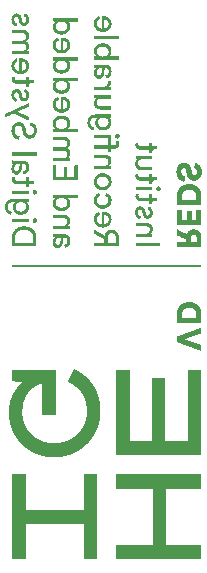
<source format=gbo>
G04*
G04 #@! TF.GenerationSoftware,Altium Limited,Altium Designer,24.5.2 (23)*
G04*
G04 Layer_Color=32896*
%FSLAX44Y44*%
%MOMM*%
G71*
G04*
G04 #@! TF.SameCoordinates,91BA8B22-162D-4FD0-A550-99D68B665C59*
G04*
G04*
G04 #@! TF.FilePolarity,Positive*
G04*
G01*
G75*
G36*
X285671Y687856D02*
X286156D01*
Y687759D01*
X286447D01*
Y687663D01*
X286738D01*
Y687566D01*
X286932D01*
Y687468D01*
X287126D01*
Y687372D01*
X287320D01*
Y687275D01*
X287416D01*
Y687178D01*
X287514D01*
Y687081D01*
X287708D01*
Y686984D01*
X287804D01*
Y686887D01*
X287901D01*
Y686790D01*
X287998D01*
Y686693D01*
X288095D01*
Y686596D01*
X288192D01*
Y686402D01*
X288289D01*
Y686305D01*
X288386D01*
Y686111D01*
X288483D01*
Y686014D01*
X288580D01*
Y685820D01*
X288677D01*
Y685626D01*
X288774D01*
Y685432D01*
X288871D01*
Y685238D01*
X288968D01*
Y684947D01*
X289065D01*
Y684656D01*
X289162D01*
Y684365D01*
X289259D01*
Y683978D01*
X289356D01*
Y683493D01*
X289453D01*
Y683008D01*
X289550D01*
Y682620D01*
X289647D01*
Y682135D01*
X289744D01*
Y681747D01*
X289841D01*
Y681359D01*
X289938D01*
Y681165D01*
X290035D01*
Y680971D01*
X290132D01*
Y680778D01*
X290229D01*
Y680680D01*
X290326D01*
Y680583D01*
X290423D01*
Y680487D01*
X290617D01*
Y680390D01*
X290811D01*
Y680293D01*
X291005D01*
Y680196D01*
X291780D01*
Y680293D01*
X292071D01*
Y680390D01*
X292265D01*
Y680487D01*
X292362D01*
Y680583D01*
X292556D01*
Y680680D01*
X292653D01*
Y680778D01*
X292750D01*
Y680971D01*
X292847D01*
Y681068D01*
X292944D01*
Y681262D01*
X293041D01*
Y681456D01*
X293138D01*
Y681747D01*
X293235D01*
Y683396D01*
X293138D01*
Y683687D01*
X293041D01*
Y683978D01*
X292944D01*
Y684172D01*
X292847D01*
Y684268D01*
X292750D01*
Y684462D01*
X292653D01*
Y684559D01*
X292556D01*
Y684656D01*
X292459D01*
Y684753D01*
X292362D01*
Y684850D01*
X292168D01*
Y684947D01*
X292071D01*
Y685044D01*
X291877D01*
Y685141D01*
X291683D01*
Y685238D01*
X291392D01*
Y685335D01*
X291005D01*
Y685626D01*
X291101D01*
Y685917D01*
X291199D01*
Y686208D01*
X291295D01*
Y686402D01*
X291392D01*
Y686693D01*
X291489D01*
Y686984D01*
X291586D01*
Y687178D01*
X291683D01*
Y687468D01*
X291780D01*
Y687759D01*
X291877D01*
Y687856D01*
X292071D01*
Y687759D01*
X292362D01*
Y687663D01*
X292653D01*
Y687566D01*
X292847D01*
Y687468D01*
X293041D01*
Y687372D01*
X293235D01*
Y687275D01*
X293332D01*
Y687178D01*
X293526D01*
Y687081D01*
X293623D01*
Y686984D01*
X293817D01*
Y686887D01*
X293914D01*
Y686790D01*
X294011D01*
Y686693D01*
X294108D01*
Y686596D01*
X294205D01*
Y686499D01*
X294301D01*
Y686402D01*
X294398D01*
Y686305D01*
X294496D01*
Y686208D01*
X294592D01*
Y686014D01*
X294689D01*
Y685917D01*
X294786D01*
Y685723D01*
X294883D01*
Y685626D01*
X294980D01*
Y685432D01*
X295077D01*
Y685238D01*
X295174D01*
Y684947D01*
X295271D01*
Y684656D01*
X295368D01*
Y684365D01*
X295465D01*
Y683978D01*
X295562D01*
Y683396D01*
X295659D01*
Y681844D01*
X295562D01*
Y681262D01*
X295465D01*
Y680971D01*
X295368D01*
Y680680D01*
X295271D01*
Y680390D01*
X295174D01*
Y680196D01*
X295077D01*
Y680002D01*
X294980D01*
Y679808D01*
X294883D01*
Y679614D01*
X294786D01*
Y679517D01*
X294689D01*
Y679323D01*
X294592D01*
Y679226D01*
X294496D01*
Y679129D01*
X294398D01*
Y679032D01*
X294301D01*
Y678935D01*
X294205D01*
Y678838D01*
X294108D01*
Y678741D01*
X294011D01*
Y678644D01*
X293914D01*
Y678547D01*
X293817D01*
Y678450D01*
X293720D01*
Y678353D01*
X293623D01*
Y678256D01*
X293429D01*
Y678159D01*
X293332D01*
Y678062D01*
X293138D01*
Y677965D01*
X292944D01*
Y677868D01*
X292750D01*
Y677771D01*
X292459D01*
Y677674D01*
X292168D01*
Y677577D01*
X291586D01*
Y677480D01*
X290811D01*
Y677577D01*
X290229D01*
Y677674D01*
X289938D01*
Y677771D01*
X289647D01*
Y677868D01*
X289453D01*
Y677965D01*
X289259D01*
Y678062D01*
X289065D01*
Y678159D01*
X288968D01*
Y678256D01*
X288871D01*
Y678353D01*
X288677D01*
Y678450D01*
X288580D01*
Y678547D01*
X288483D01*
Y678644D01*
X288386D01*
Y678741D01*
X288289D01*
Y678935D01*
X288192D01*
Y679032D01*
X288095D01*
Y679129D01*
X287998D01*
Y679323D01*
X287901D01*
Y679420D01*
X287804D01*
Y679614D01*
X287708D01*
Y679808D01*
X287610D01*
Y680099D01*
X287514D01*
Y680293D01*
X287416D01*
Y680583D01*
X287320D01*
Y680971D01*
X287223D01*
Y681456D01*
X287126D01*
Y681941D01*
X287029D01*
Y682329D01*
X286932D01*
Y682814D01*
X286835D01*
Y683202D01*
X286738D01*
Y683590D01*
X286641D01*
Y683881D01*
X286544D01*
Y684172D01*
X286447D01*
Y684268D01*
X286350D01*
Y684462D01*
X286253D01*
Y684559D01*
X286156D01*
Y684656D01*
X286059D01*
Y684753D01*
X285962D01*
Y684850D01*
X285865D01*
Y684947D01*
X285768D01*
Y685044D01*
X285574D01*
Y685141D01*
X284410D01*
Y685044D01*
X284216D01*
Y684947D01*
X284023D01*
Y684850D01*
X283926D01*
Y684753D01*
X283829D01*
Y684656D01*
X283732D01*
Y684559D01*
X283635D01*
Y684462D01*
X283538D01*
Y684365D01*
X283441D01*
Y684172D01*
X283344D01*
Y683881D01*
X283247D01*
Y683590D01*
X283150D01*
Y681941D01*
X283247D01*
Y681553D01*
X283344D01*
Y681359D01*
X283441D01*
Y681165D01*
X283538D01*
Y680971D01*
X283635D01*
Y680778D01*
X283732D01*
Y680680D01*
X283829D01*
Y680487D01*
X283926D01*
Y680390D01*
X284023D01*
Y680293D01*
X284216D01*
Y680196D01*
X284314D01*
Y680099D01*
X284410D01*
Y680002D01*
X284604D01*
Y679905D01*
X284798D01*
Y679808D01*
X284992D01*
Y679711D01*
X285283D01*
Y679614D01*
X285671D01*
Y679226D01*
X285574D01*
Y678935D01*
X285477D01*
Y678741D01*
X285380D01*
Y678450D01*
X285283D01*
Y678159D01*
X285186D01*
Y677868D01*
X285089D01*
Y677577D01*
X284992D01*
Y677287D01*
X284895D01*
Y677093D01*
X284507D01*
Y677189D01*
X284216D01*
Y677287D01*
X283926D01*
Y677383D01*
X283732D01*
Y677480D01*
X283538D01*
Y677577D01*
X283344D01*
Y677674D01*
X283150D01*
Y677771D01*
X283053D01*
Y677868D01*
X282956D01*
Y677965D01*
X282762D01*
Y678062D01*
X282665D01*
Y678159D01*
X282568D01*
Y678256D01*
X282471D01*
Y678353D01*
X282374D01*
Y678450D01*
X282277D01*
Y678547D01*
X282180D01*
Y678644D01*
X282083D01*
Y678741D01*
X281986D01*
Y678935D01*
X281889D01*
Y679032D01*
X281792D01*
Y679129D01*
X281695D01*
Y679323D01*
X281598D01*
Y679517D01*
X281501D01*
Y679614D01*
X281404D01*
Y679808D01*
X281307D01*
Y680099D01*
X281210D01*
Y680293D01*
X281113D01*
Y680583D01*
X281016D01*
Y680971D01*
X280919D01*
Y681456D01*
X280823D01*
Y682135D01*
X280725D01*
Y683396D01*
X280823D01*
Y684074D01*
X280919D01*
Y684462D01*
X281016D01*
Y684850D01*
X281113D01*
Y685044D01*
X281210D01*
Y685335D01*
X281307D01*
Y685529D01*
X281404D01*
Y685723D01*
X281501D01*
Y685820D01*
X281598D01*
Y686014D01*
X281695D01*
Y686111D01*
X281792D01*
Y686305D01*
X281889D01*
Y686402D01*
X281986D01*
Y686499D01*
X282083D01*
Y686596D01*
X282180D01*
Y686693D01*
X282277D01*
Y686790D01*
X282374D01*
Y686887D01*
X282471D01*
Y686984D01*
X282568D01*
Y687081D01*
X282762D01*
Y687178D01*
X282859D01*
Y687275D01*
X283053D01*
Y687372D01*
X283150D01*
Y687468D01*
X283344D01*
Y687566D01*
X283538D01*
Y687663D01*
X283829D01*
Y687759D01*
X284119D01*
Y687856D01*
X284604D01*
Y687953D01*
X285671D01*
Y687856D01*
D02*
G37*
G36*
X359467Y685626D02*
X360048D01*
Y685529D01*
X360533D01*
Y685432D01*
X360824D01*
Y685335D01*
X361115D01*
Y685238D01*
X361406D01*
Y685141D01*
X361697D01*
Y685044D01*
X361891D01*
Y684947D01*
X362085D01*
Y684850D01*
X362279D01*
Y684753D01*
X362473D01*
Y684656D01*
X362667D01*
Y684559D01*
X362764D01*
Y684462D01*
X362958D01*
Y684365D01*
X363055D01*
Y684268D01*
X363152D01*
Y684172D01*
X363248D01*
Y684074D01*
X363442D01*
Y683978D01*
X363539D01*
Y683881D01*
X363636D01*
Y683784D01*
X363733D01*
Y683687D01*
X363830D01*
Y683590D01*
X363927D01*
Y683493D01*
X364024D01*
Y683299D01*
X364121D01*
Y683202D01*
X364218D01*
Y683105D01*
X364315D01*
Y682911D01*
X364412D01*
Y682814D01*
X364509D01*
Y682620D01*
X364606D01*
Y682426D01*
X364703D01*
Y682329D01*
X364800D01*
Y682038D01*
X364897D01*
Y681844D01*
X364994D01*
Y681553D01*
X365091D01*
Y681262D01*
X365188D01*
Y680971D01*
X365285D01*
Y680487D01*
X365382D01*
Y679808D01*
X365479D01*
Y678353D01*
X365382D01*
Y677771D01*
X365285D01*
Y677383D01*
X365188D01*
Y676996D01*
X365091D01*
Y676802D01*
X364994D01*
Y676511D01*
X364897D01*
Y676317D01*
X364800D01*
Y676123D01*
X364703D01*
Y675929D01*
X364606D01*
Y675735D01*
X364509D01*
Y675638D01*
X364412D01*
Y675444D01*
X364315D01*
Y675347D01*
X364218D01*
Y675153D01*
X364121D01*
Y675056D01*
X364024D01*
Y674959D01*
X363927D01*
Y674862D01*
X363830D01*
Y674765D01*
X363733D01*
Y674571D01*
X363636D01*
Y674474D01*
X363539D01*
Y674377D01*
X363442D01*
Y674280D01*
X363248D01*
Y674183D01*
X363152D01*
Y674086D01*
X363055D01*
Y673989D01*
X362958D01*
Y673893D01*
X362861D01*
Y673795D01*
X362667D01*
Y673699D01*
X362570D01*
Y673602D01*
X362376D01*
Y673505D01*
X362279D01*
Y673408D01*
X362085D01*
Y673311D01*
X361891D01*
Y673214D01*
X361794D01*
Y673117D01*
X361600D01*
Y673020D01*
X361309D01*
Y672923D01*
X361115D01*
Y672826D01*
X360824D01*
Y672729D01*
X360533D01*
Y672632D01*
X360242D01*
Y672535D01*
X359855D01*
Y672438D01*
X359273D01*
Y672341D01*
X356751D01*
Y672438D01*
X356267D01*
Y672535D01*
X355782D01*
Y672632D01*
X355491D01*
Y672729D01*
X355200D01*
Y672826D01*
X354909D01*
Y672923D01*
X354715D01*
Y673020D01*
X354424D01*
Y673117D01*
X354230D01*
Y673214D01*
X354036D01*
Y673311D01*
X353939D01*
Y673408D01*
X353745D01*
Y673505D01*
X353551D01*
Y673602D01*
X353454D01*
Y673699D01*
X353357D01*
Y673795D01*
X353163D01*
Y673893D01*
X353066D01*
Y673989D01*
X352970D01*
Y674086D01*
X352873D01*
Y674183D01*
X352776D01*
Y674280D01*
X352679D01*
Y674377D01*
X352582D01*
Y674474D01*
X352485D01*
Y674571D01*
X352388D01*
Y674668D01*
X352291D01*
Y674765D01*
X352194D01*
Y674862D01*
X352097D01*
Y674959D01*
X352000D01*
Y675056D01*
X351903D01*
Y675250D01*
X351806D01*
Y675347D01*
X351709D01*
Y675541D01*
X351612D01*
Y675638D01*
X351515D01*
Y675832D01*
X351418D01*
Y676026D01*
X351321D01*
Y676220D01*
X351224D01*
Y676414D01*
X351127D01*
Y676608D01*
X351030D01*
Y676899D01*
X350933D01*
Y677189D01*
X350836D01*
Y677577D01*
X350739D01*
Y677965D01*
X350642D01*
Y678644D01*
X350545D01*
Y680099D01*
X350642D01*
Y680778D01*
X350739D01*
Y681165D01*
X350836D01*
Y681553D01*
X350933D01*
Y681844D01*
X351030D01*
Y682038D01*
X351127D01*
Y682329D01*
X351224D01*
Y682523D01*
X351321D01*
Y682717D01*
X351418D01*
Y682911D01*
X351515D01*
Y683008D01*
X351612D01*
Y683202D01*
X351709D01*
Y683299D01*
X351806D01*
Y683493D01*
X351903D01*
Y683590D01*
X352000D01*
Y683687D01*
X352097D01*
Y683784D01*
X352194D01*
Y683881D01*
X352291D01*
Y683978D01*
X352388D01*
Y684074D01*
X352485D01*
Y684172D01*
X352582D01*
Y684268D01*
X352679D01*
Y684365D01*
X352776D01*
Y684462D01*
X352873D01*
Y684559D01*
X352970D01*
Y684656D01*
X353163D01*
Y684753D01*
X353260D01*
Y684850D01*
X353357D01*
Y684947D01*
X353551D01*
Y685044D01*
X353745D01*
Y685141D01*
X353842D01*
Y685238D01*
X354036D01*
Y685335D01*
X354230D01*
Y685432D01*
X354521D01*
Y685529D01*
X354715D01*
Y685626D01*
X355006D01*
Y685529D01*
X355103D01*
Y685238D01*
X355200D01*
Y684947D01*
X355297D01*
Y684753D01*
X355394D01*
Y684462D01*
X355491D01*
Y684172D01*
X355588D01*
Y683881D01*
X355685D01*
Y683590D01*
X355782D01*
Y683202D01*
X355491D01*
Y683105D01*
X355297D01*
Y683008D01*
X355103D01*
Y682911D01*
X354909D01*
Y682814D01*
X354715D01*
Y682717D01*
X354618D01*
Y682620D01*
X354424D01*
Y682523D01*
X354327D01*
Y682426D01*
X354230D01*
Y682329D01*
X354133D01*
Y682232D01*
X354036D01*
Y682135D01*
X353939D01*
Y682038D01*
X353842D01*
Y681941D01*
X353745D01*
Y681747D01*
X353648D01*
Y681650D01*
X353551D01*
Y681456D01*
X353454D01*
Y681262D01*
X353357D01*
Y681068D01*
X353260D01*
Y680778D01*
X353163D01*
Y680390D01*
X353066D01*
Y678450D01*
X353163D01*
Y678062D01*
X353260D01*
Y677771D01*
X353357D01*
Y677577D01*
X353454D01*
Y677383D01*
X353551D01*
Y677189D01*
X353648D01*
Y676996D01*
X353745D01*
Y676899D01*
X353842D01*
Y676802D01*
X353939D01*
Y676608D01*
X354036D01*
Y676511D01*
X354133D01*
Y676414D01*
X354230D01*
Y676317D01*
X354327D01*
Y676220D01*
X354424D01*
Y676123D01*
X354618D01*
Y676026D01*
X354715D01*
Y675929D01*
X354812D01*
Y675832D01*
X355006D01*
Y675735D01*
X355200D01*
Y675638D01*
X355394D01*
Y675541D01*
X355588D01*
Y675444D01*
X355879D01*
Y675347D01*
X356170D01*
Y675250D01*
X356751D01*
Y675153D01*
X357236D01*
Y685723D01*
X359467D01*
Y685626D01*
D02*
G37*
G36*
X316799Y683784D02*
X337163D01*
Y680971D01*
X328436D01*
Y680874D01*
X328533D01*
Y680778D01*
X328727D01*
Y680680D01*
X328824D01*
Y680583D01*
X328921D01*
Y680487D01*
X329114D01*
Y680390D01*
X329211D01*
Y680293D01*
X329308D01*
Y680196D01*
X329405D01*
Y680002D01*
X329502D01*
Y679905D01*
X329599D01*
Y679808D01*
X329696D01*
Y679614D01*
X329793D01*
Y679517D01*
X329890D01*
Y679323D01*
X329987D01*
Y679129D01*
X330084D01*
Y678838D01*
X330181D01*
Y678547D01*
X330278D01*
Y678256D01*
X330375D01*
Y677771D01*
X330472D01*
Y675735D01*
X330375D01*
Y675250D01*
X330278D01*
Y674862D01*
X330181D01*
Y674571D01*
X330084D01*
Y674280D01*
X329987D01*
Y674086D01*
X329890D01*
Y673893D01*
X329793D01*
Y673699D01*
X329696D01*
Y673505D01*
X329599D01*
Y673408D01*
X329502D01*
Y673214D01*
X329405D01*
Y673117D01*
X329308D01*
Y672923D01*
X329211D01*
Y672826D01*
X329114D01*
Y672729D01*
X329017D01*
Y672632D01*
X328921D01*
Y672438D01*
X328824D01*
Y672341D01*
X328727D01*
Y672244D01*
X328630D01*
Y672147D01*
X328533D01*
Y672050D01*
X328339D01*
Y671953D01*
X328242D01*
Y671856D01*
X328145D01*
Y671759D01*
X328048D01*
Y671662D01*
X327951D01*
Y671565D01*
X327757D01*
Y671468D01*
X327660D01*
Y671371D01*
X327466D01*
Y671274D01*
X327369D01*
Y671177D01*
X327175D01*
Y671080D01*
X326981D01*
Y670983D01*
X326787D01*
Y670886D01*
X326593D01*
Y670789D01*
X326399D01*
Y670692D01*
X326108D01*
Y670595D01*
X325914D01*
Y670499D01*
X325527D01*
Y670402D01*
X325235D01*
Y670304D01*
X324751D01*
Y670208D01*
X324169D01*
Y670111D01*
X322035D01*
Y670208D01*
X321357D01*
Y670304D01*
X320969D01*
Y670402D01*
X320581D01*
Y670499D01*
X320290D01*
Y670595D01*
X319999D01*
Y670692D01*
X319708D01*
Y670789D01*
X319514D01*
Y670886D01*
X319320D01*
Y670983D01*
X319126D01*
Y671080D01*
X318932D01*
Y671177D01*
X318738D01*
Y671274D01*
X318641D01*
Y671371D01*
X318447D01*
Y671468D01*
X318351D01*
Y671565D01*
X318254D01*
Y671662D01*
X318060D01*
Y671759D01*
X317963D01*
Y671856D01*
X317866D01*
Y671953D01*
X317769D01*
Y672050D01*
X317672D01*
Y672147D01*
X317575D01*
Y672244D01*
X317478D01*
Y672341D01*
X317381D01*
Y672438D01*
X317284D01*
Y672535D01*
X317187D01*
Y672632D01*
X317090D01*
Y672729D01*
X316993D01*
Y672826D01*
X316896D01*
Y673020D01*
X316799D01*
Y673117D01*
X316702D01*
Y673311D01*
X316605D01*
Y673505D01*
X316508D01*
Y673602D01*
X316411D01*
Y673795D01*
X316314D01*
Y673989D01*
X316217D01*
Y674280D01*
X316120D01*
Y674571D01*
X316023D01*
Y674862D01*
X315926D01*
Y675250D01*
X315829D01*
Y675735D01*
X315732D01*
Y677577D01*
X315829D01*
Y678062D01*
X315926D01*
Y678450D01*
X316023D01*
Y678741D01*
X316120D01*
Y678935D01*
X316217D01*
Y679129D01*
X316314D01*
Y679323D01*
X316411D01*
Y679517D01*
X316508D01*
Y679614D01*
X316605D01*
Y679808D01*
X316702D01*
Y679905D01*
X316799D01*
Y680002D01*
X316896D01*
Y680099D01*
X316993D01*
Y680196D01*
X317090D01*
Y680293D01*
X317187D01*
Y680390D01*
X317284D01*
Y680487D01*
X317381D01*
Y680583D01*
X317478D01*
Y680680D01*
X317575D01*
Y680778D01*
X317769D01*
Y680874D01*
X317866D01*
Y680971D01*
X318060D01*
Y681068D01*
X316799D01*
Y681165D01*
X316120D01*
Y683881D01*
X316799D01*
Y683784D01*
D02*
G37*
G36*
X372073Y667880D02*
Y667783D01*
Y666038D01*
X351030D01*
Y668850D01*
X372073D01*
Y667880D01*
D02*
G37*
G36*
X324460Y667492D02*
X325139D01*
Y667395D01*
X325527D01*
Y667298D01*
X325914D01*
Y667201D01*
X326205D01*
Y667104D01*
X326496D01*
Y667008D01*
X326787D01*
Y666910D01*
X326981D01*
Y666814D01*
X327175D01*
Y666717D01*
X327369D01*
Y666620D01*
X327563D01*
Y666523D01*
X327660D01*
Y666426D01*
X327854D01*
Y666329D01*
X327951D01*
Y666232D01*
X328145D01*
Y666135D01*
X328242D01*
Y666038D01*
X328339D01*
Y665941D01*
X328436D01*
Y665844D01*
X328630D01*
Y665747D01*
X328727D01*
Y665650D01*
X328824D01*
Y665553D01*
X328921D01*
Y665456D01*
X329017D01*
Y665262D01*
X329114D01*
Y665165D01*
X329211D01*
Y665068D01*
X329308D01*
Y664971D01*
X329405D01*
Y664777D01*
X329502D01*
Y664680D01*
X329599D01*
Y664486D01*
X329696D01*
Y664292D01*
X329793D01*
Y664195D01*
X329890D01*
Y663904D01*
X329987D01*
Y663710D01*
X330084D01*
Y663419D01*
X330181D01*
Y663129D01*
X330278D01*
Y662838D01*
X330375D01*
Y662353D01*
X330472D01*
Y661771D01*
X330569D01*
Y660123D01*
X330472D01*
Y659541D01*
X330375D01*
Y659153D01*
X330278D01*
Y658862D01*
X330181D01*
Y658571D01*
X330084D01*
Y658377D01*
X329987D01*
Y658183D01*
X329890D01*
Y657989D01*
X329793D01*
Y657795D01*
X329696D01*
Y657601D01*
X329599D01*
Y657407D01*
X329502D01*
Y657310D01*
X329405D01*
Y657213D01*
X329308D01*
Y657019D01*
X329211D01*
Y656922D01*
X329114D01*
Y656825D01*
X329017D01*
Y656631D01*
X328921D01*
Y656535D01*
X328824D01*
Y656438D01*
X328727D01*
Y656341D01*
X328630D01*
Y656244D01*
X328533D01*
Y656147D01*
X328436D01*
Y656050D01*
X328339D01*
Y655953D01*
X328145D01*
Y655856D01*
X328048D01*
Y655759D01*
X327951D01*
Y655662D01*
X327854D01*
Y655565D01*
X327660D01*
Y655468D01*
X327563D01*
Y655371D01*
X327369D01*
Y655274D01*
X327175D01*
Y655177D01*
X327078D01*
Y655080D01*
X326884D01*
Y654983D01*
X326690D01*
Y654886D01*
X326496D01*
Y654789D01*
X326205D01*
Y654692D01*
X326011D01*
Y654595D01*
X325720D01*
Y654498D01*
X325332D01*
Y654401D01*
X324945D01*
Y654304D01*
X324460D01*
Y654207D01*
X323296D01*
Y654110D01*
X323005D01*
Y654207D01*
X321842D01*
Y654304D01*
X321260D01*
Y654401D01*
X320872D01*
Y654498D01*
X320484D01*
Y654595D01*
X320193D01*
Y654692D01*
X319999D01*
Y654789D01*
X319708D01*
Y654886D01*
X319514D01*
Y654983D01*
X319320D01*
Y655080D01*
X319126D01*
Y655177D01*
X318932D01*
Y655274D01*
X318835D01*
Y655371D01*
X318641D01*
Y655468D01*
X318545D01*
Y655565D01*
X318351D01*
Y655662D01*
X318254D01*
Y655759D01*
X318157D01*
Y655856D01*
X318060D01*
Y655953D01*
X317963D01*
Y656050D01*
X317769D01*
Y656147D01*
X317672D01*
Y656244D01*
X317575D01*
Y656341D01*
X317478D01*
Y656535D01*
X317381D01*
Y656631D01*
X317284D01*
Y656729D01*
X317187D01*
Y656825D01*
X317090D01*
Y656922D01*
X316993D01*
Y657116D01*
X316896D01*
Y657213D01*
X316799D01*
Y657407D01*
X316702D01*
Y657504D01*
X316605D01*
Y657698D01*
X316508D01*
Y657892D01*
X316411D01*
Y658086D01*
X316314D01*
Y658280D01*
X316217D01*
Y658474D01*
X316120D01*
Y658765D01*
X316023D01*
Y659056D01*
X315926D01*
Y659444D01*
X315829D01*
Y659832D01*
X315732D01*
Y660607D01*
X315635D01*
Y661868D01*
X315732D01*
Y662547D01*
X315829D01*
Y663032D01*
X315926D01*
Y663323D01*
X316023D01*
Y663710D01*
X316120D01*
Y663904D01*
X316217D01*
Y664195D01*
X316314D01*
Y664389D01*
X316411D01*
Y664583D01*
X316508D01*
Y664680D01*
X316605D01*
Y664874D01*
X316702D01*
Y665068D01*
X316799D01*
Y665165D01*
X316896D01*
Y665262D01*
X316993D01*
Y665456D01*
X317090D01*
Y665553D01*
X317187D01*
Y665650D01*
X317284D01*
Y665747D01*
X317381D01*
Y665844D01*
X317478D01*
Y665941D01*
X317575D01*
Y666038D01*
X317672D01*
Y666135D01*
X317769D01*
Y666232D01*
X317866D01*
Y666329D01*
X317963D01*
Y666426D01*
X318060D01*
Y666523D01*
X318254D01*
Y666620D01*
X318351D01*
Y666717D01*
X318545D01*
Y666814D01*
X318641D01*
Y666910D01*
X318835D01*
Y667008D01*
X319029D01*
Y667104D01*
X319223D01*
Y667201D01*
X319417D01*
Y667298D01*
X319611D01*
Y667395D01*
X319902D01*
Y667492D01*
X320096D01*
Y667395D01*
X320193D01*
Y667104D01*
X320290D01*
Y666814D01*
X320387D01*
Y666620D01*
X320484D01*
Y666329D01*
X320581D01*
Y666038D01*
X320678D01*
Y665747D01*
X320775D01*
Y665456D01*
X320872D01*
Y665068D01*
X320581D01*
Y664971D01*
X320387D01*
Y664874D01*
X320193D01*
Y664777D01*
X319999D01*
Y664680D01*
X319805D01*
Y664583D01*
X319708D01*
Y664486D01*
X319611D01*
Y664389D01*
X319417D01*
Y664292D01*
X319320D01*
Y664195D01*
X319223D01*
Y664098D01*
X319126D01*
Y664001D01*
X319029D01*
Y663904D01*
X318932D01*
Y663807D01*
X318835D01*
Y663614D01*
X318738D01*
Y663516D01*
X318641D01*
Y663323D01*
X318545D01*
Y663129D01*
X318447D01*
Y662935D01*
X318351D01*
Y662644D01*
X318254D01*
Y662256D01*
X318157D01*
Y660316D01*
X318254D01*
Y659929D01*
X318351D01*
Y659638D01*
X318447D01*
Y659444D01*
X318545D01*
Y659250D01*
X318641D01*
Y659056D01*
X318738D01*
Y658862D01*
X318835D01*
Y658765D01*
X318932D01*
Y658571D01*
X319029D01*
Y658474D01*
X319126D01*
Y658377D01*
X319223D01*
Y658280D01*
X319320D01*
Y658183D01*
X319417D01*
Y658086D01*
X319514D01*
Y657989D01*
X319611D01*
Y657892D01*
X319805D01*
Y657795D01*
X319902D01*
Y657698D01*
X320096D01*
Y657601D01*
X320290D01*
Y657504D01*
X320484D01*
Y657407D01*
X320678D01*
Y657310D01*
X320872D01*
Y657213D01*
X321260D01*
Y657116D01*
X321745D01*
Y657019D01*
X322326D01*
Y667589D01*
X324460D01*
Y667492D01*
D02*
G37*
G36*
X290714Y673893D02*
X291586D01*
Y673795D01*
X291974D01*
Y673699D01*
X292362D01*
Y673602D01*
X292653D01*
Y673505D01*
X292847D01*
Y673408D01*
X293041D01*
Y673311D01*
X293235D01*
Y673214D01*
X293429D01*
Y673117D01*
X293623D01*
Y673020D01*
X293720D01*
Y672923D01*
X293817D01*
Y672826D01*
X294011D01*
Y672729D01*
X294108D01*
Y672632D01*
X294205D01*
Y672535D01*
X294301D01*
Y672438D01*
X294398D01*
Y672341D01*
X294496D01*
Y672244D01*
X294592D01*
Y672050D01*
X294689D01*
Y671953D01*
X294786D01*
Y671856D01*
X294883D01*
Y671662D01*
X294980D01*
Y671468D01*
X295077D01*
Y671274D01*
X295174D01*
Y671080D01*
X295271D01*
Y670886D01*
X295368D01*
Y670595D01*
X295465D01*
Y670208D01*
X295562D01*
Y669529D01*
X295659D01*
Y668656D01*
X295562D01*
Y667880D01*
X295465D01*
Y667492D01*
X295368D01*
Y667104D01*
X295271D01*
Y666910D01*
X295174D01*
Y666620D01*
X295077D01*
Y666426D01*
X294980D01*
Y666232D01*
X294883D01*
Y666135D01*
X294786D01*
Y665941D01*
X294689D01*
Y665844D01*
X294592D01*
Y665747D01*
X294496D01*
Y665553D01*
X294398D01*
Y665456D01*
X294301D01*
Y665359D01*
X294205D01*
Y665262D01*
X294108D01*
Y665165D01*
X294011D01*
Y665068D01*
X293914D01*
Y664971D01*
X293720D01*
Y664874D01*
X293623D01*
Y664777D01*
X293526D01*
Y664680D01*
X293332D01*
Y664583D01*
X293235D01*
Y664486D01*
X293041D01*
Y664389D01*
X293138D01*
Y664292D01*
X293332D01*
Y664195D01*
X293526D01*
Y664098D01*
X293720D01*
Y664001D01*
X293817D01*
Y663904D01*
X293914D01*
Y663807D01*
X294108D01*
Y663710D01*
X294205D01*
Y663614D01*
X294301D01*
Y663516D01*
X294398D01*
Y663419D01*
X294496D01*
Y663323D01*
X294592D01*
Y663226D01*
X294689D01*
Y663032D01*
X294786D01*
Y662935D01*
X294883D01*
Y662741D01*
X294980D01*
Y662644D01*
X295077D01*
Y662450D01*
X295174D01*
Y662256D01*
X295271D01*
Y661965D01*
X295368D01*
Y661674D01*
X295465D01*
Y661286D01*
X295562D01*
Y660607D01*
X295659D01*
Y659832D01*
X295562D01*
Y659153D01*
X295465D01*
Y658765D01*
X295368D01*
Y658474D01*
X295271D01*
Y658183D01*
X295174D01*
Y657892D01*
X295077D01*
Y657698D01*
X294980D01*
Y657601D01*
X294883D01*
Y657407D01*
X294786D01*
Y657213D01*
X294689D01*
Y657116D01*
X294592D01*
Y657019D01*
X294496D01*
Y656922D01*
X294398D01*
Y656729D01*
X294301D01*
Y656631D01*
X294205D01*
Y656535D01*
X294108D01*
Y656438D01*
X293914D01*
Y656341D01*
X293817D01*
Y656244D01*
X293720D01*
Y656147D01*
X293526D01*
Y656050D01*
X295174D01*
Y653334D01*
X281210D01*
Y656050D01*
X289841D01*
Y656147D01*
X290617D01*
Y656244D01*
X291005D01*
Y656341D01*
X291199D01*
Y656438D01*
X291489D01*
Y656535D01*
X291683D01*
Y656631D01*
X291780D01*
Y656729D01*
X291974D01*
Y656825D01*
X292071D01*
Y656922D01*
X292168D01*
Y657019D01*
X292265D01*
Y657116D01*
X292362D01*
Y657213D01*
X292459D01*
Y657310D01*
X292556D01*
Y657407D01*
X292653D01*
Y657601D01*
X292750D01*
Y657795D01*
X292847D01*
Y657989D01*
X292944D01*
Y658183D01*
X293041D01*
Y658571D01*
X293138D01*
Y658959D01*
Y659056D01*
Y660123D01*
X293041D01*
Y660510D01*
X292944D01*
Y660704D01*
X292847D01*
Y660898D01*
X292750D01*
Y661092D01*
X292653D01*
Y661189D01*
X292556D01*
Y661383D01*
X292459D01*
Y661480D01*
X292362D01*
Y661577D01*
X292168D01*
Y661674D01*
X292071D01*
Y661771D01*
X291877D01*
Y661868D01*
X291780D01*
Y661965D01*
X291489D01*
Y662062D01*
X291199D01*
Y662159D01*
X290811D01*
Y662256D01*
X281210D01*
Y665068D01*
X290423D01*
Y665165D01*
X290907D01*
Y665262D01*
X291101D01*
Y665359D01*
X291392D01*
Y665456D01*
X291586D01*
Y665553D01*
X291683D01*
Y665650D01*
X291877D01*
Y665747D01*
X291974D01*
Y665844D01*
X292168D01*
Y665941D01*
X292265D01*
Y666038D01*
X292362D01*
Y666135D01*
X292459D01*
Y666329D01*
X292556D01*
Y666426D01*
X292653D01*
Y666523D01*
X292750D01*
Y666717D01*
X292847D01*
Y666910D01*
X292944D01*
Y667201D01*
X293041D01*
Y667492D01*
X293138D01*
Y669044D01*
X293041D01*
Y669432D01*
X292944D01*
Y669626D01*
X292847D01*
Y669820D01*
X292750D01*
Y670014D01*
X292653D01*
Y670111D01*
X292556D01*
Y670304D01*
X292459D01*
Y670402D01*
X292362D01*
Y670499D01*
X292168D01*
Y670595D01*
X292071D01*
Y670692D01*
X291877D01*
Y670789D01*
X291780D01*
Y670886D01*
X291489D01*
Y670983D01*
X291295D01*
Y671080D01*
X290811D01*
Y671177D01*
X281210D01*
Y673989D01*
X290714D01*
Y673893D01*
D02*
G37*
G36*
X358691Y662547D02*
X359661D01*
Y662450D01*
X360145D01*
Y662353D01*
X360533D01*
Y662256D01*
X360921D01*
Y662159D01*
X361212D01*
Y662062D01*
X361503D01*
Y661965D01*
X361697D01*
Y661868D01*
X361988D01*
Y661771D01*
X362182D01*
Y661674D01*
X362376D01*
Y661577D01*
X362473D01*
Y661480D01*
X362667D01*
Y661383D01*
X362764D01*
Y661286D01*
X362958D01*
Y661189D01*
X363055D01*
Y661092D01*
X363248D01*
Y660995D01*
X363345D01*
Y660898D01*
X363442D01*
Y660801D01*
X363539D01*
Y660704D01*
X363636D01*
Y660607D01*
X363733D01*
Y660510D01*
X363830D01*
Y660413D01*
X363927D01*
Y660316D01*
X364024D01*
Y660219D01*
X364121D01*
Y660123D01*
X364218D01*
Y659929D01*
X364315D01*
Y659832D01*
X364412D01*
Y659735D01*
X364509D01*
Y659541D01*
X364606D01*
Y659347D01*
X364703D01*
Y659153D01*
X364800D01*
Y658959D01*
X364897D01*
Y658765D01*
X364994D01*
Y658474D01*
X365091D01*
Y658183D01*
X365188D01*
Y657892D01*
X365285D01*
Y657407D01*
X365382D01*
Y656535D01*
X365479D01*
Y655856D01*
X365382D01*
Y654983D01*
X365285D01*
Y654498D01*
X365188D01*
Y654207D01*
X365091D01*
Y653916D01*
X364994D01*
Y653722D01*
X364897D01*
Y653431D01*
X364800D01*
Y653334D01*
X364703D01*
Y653140D01*
X364606D01*
Y652947D01*
X364509D01*
Y652850D01*
X364412D01*
Y652656D01*
X364315D01*
Y652559D01*
X364218D01*
Y652462D01*
X364121D01*
Y652365D01*
X364024D01*
Y652268D01*
X363927D01*
Y652171D01*
X363830D01*
Y652074D01*
X363733D01*
Y651977D01*
X363636D01*
Y651880D01*
X363539D01*
Y651783D01*
X363442D01*
Y651686D01*
X363248D01*
Y651589D01*
X372073D01*
Y648777D01*
X351030D01*
Y651589D01*
X352873D01*
Y651686D01*
X352679D01*
Y651783D01*
X352582D01*
Y651880D01*
X352485D01*
Y651977D01*
X352291D01*
Y652074D01*
X352194D01*
Y652171D01*
X352097D01*
Y652268D01*
X352000D01*
Y652365D01*
X351903D01*
Y652462D01*
X351806D01*
Y652656D01*
X351709D01*
Y652753D01*
X351612D01*
Y652850D01*
X351515D01*
Y653044D01*
X351418D01*
Y653140D01*
X351321D01*
Y653334D01*
X351224D01*
Y653528D01*
X351127D01*
Y653722D01*
X351030D01*
Y654013D01*
X350933D01*
Y654304D01*
X350836D01*
Y654595D01*
X350739D01*
Y655080D01*
X350642D01*
Y657116D01*
X350739D01*
Y657601D01*
X350836D01*
Y657989D01*
X350933D01*
Y658280D01*
X351030D01*
Y658571D01*
X351127D01*
Y658765D01*
X351224D01*
Y658959D01*
X351321D01*
Y659153D01*
X351418D01*
Y659347D01*
X351515D01*
Y659541D01*
X351612D01*
Y659638D01*
X351709D01*
Y659832D01*
X351806D01*
Y659929D01*
X351903D01*
Y660025D01*
X352000D01*
Y660123D01*
X352097D01*
Y660316D01*
X352194D01*
Y660413D01*
X352291D01*
Y660510D01*
X352388D01*
Y660607D01*
X352485D01*
Y660704D01*
X352582D01*
Y660801D01*
X352776D01*
Y660898D01*
X352873D01*
Y660995D01*
X352970D01*
Y661092D01*
X353066D01*
Y661189D01*
X353260D01*
Y661286D01*
X353357D01*
Y661383D01*
X353551D01*
Y661480D01*
X353648D01*
Y661577D01*
X353842D01*
Y661674D01*
X354036D01*
Y661771D01*
X354230D01*
Y661868D01*
X354521D01*
Y661965D01*
X354715D01*
Y662062D01*
X355006D01*
Y662159D01*
X355297D01*
Y662256D01*
X355588D01*
Y662353D01*
X356073D01*
Y662450D01*
X356558D01*
Y662547D01*
X357527D01*
Y662644D01*
X358691D01*
Y662547D01*
D02*
G37*
G36*
X289550Y649844D02*
X290132D01*
Y649746D01*
X290617D01*
Y649650D01*
X291005D01*
Y649553D01*
X291295D01*
Y649456D01*
X291586D01*
Y649359D01*
X291877D01*
Y649262D01*
X292071D01*
Y649165D01*
X292265D01*
Y649068D01*
X292459D01*
Y648971D01*
X292653D01*
Y648874D01*
X292750D01*
Y648777D01*
X292944D01*
Y648680D01*
X293041D01*
Y648583D01*
X293235D01*
Y648486D01*
X293332D01*
Y648389D01*
X293429D01*
Y648292D01*
X293526D01*
Y648195D01*
X293720D01*
Y648098D01*
X293817D01*
Y648001D01*
X293914D01*
Y647904D01*
X294011D01*
Y647807D01*
X294108D01*
Y647613D01*
X294205D01*
Y647516D01*
X294301D01*
Y647419D01*
X294398D01*
Y647322D01*
X294496D01*
Y647128D01*
X294592D01*
Y647031D01*
X294689D01*
Y646837D01*
X294786D01*
Y646643D01*
X294883D01*
Y646546D01*
X294980D01*
Y646255D01*
X295077D01*
Y646062D01*
X295174D01*
Y645771D01*
X295271D01*
Y645480D01*
X295368D01*
Y645189D01*
X295465D01*
Y644801D01*
X295562D01*
Y644122D01*
X295659D01*
Y642474D01*
X295562D01*
Y641892D01*
X295465D01*
Y641504D01*
X295368D01*
Y641213D01*
X295271D01*
Y640922D01*
X295174D01*
Y640728D01*
X295077D01*
Y640534D01*
X294980D01*
Y640340D01*
X294883D01*
Y640146D01*
X294786D01*
Y639952D01*
X294689D01*
Y639758D01*
X294592D01*
Y639661D01*
X294496D01*
Y639468D01*
X294398D01*
Y639370D01*
X294301D01*
Y639273D01*
X294205D01*
Y639176D01*
X294108D01*
Y638983D01*
X294011D01*
Y638886D01*
X293914D01*
Y638789D01*
X293817D01*
Y638692D01*
X293720D01*
Y638595D01*
X293623D01*
Y638498D01*
X293526D01*
Y638401D01*
X293429D01*
Y638304D01*
X293235D01*
Y638207D01*
X293138D01*
Y638110D01*
X293041D01*
Y638013D01*
X292944D01*
Y637916D01*
X292750D01*
Y637819D01*
X292653D01*
Y637722D01*
X292459D01*
Y637625D01*
X292362D01*
Y637528D01*
X292168D01*
Y637431D01*
X291974D01*
Y637334D01*
X291780D01*
Y637237D01*
X291586D01*
Y637140D01*
X291295D01*
Y637043D01*
X291101D01*
Y636946D01*
X290811D01*
Y636849D01*
X290423D01*
Y636752D01*
X290035D01*
Y636655D01*
X289550D01*
Y636558D01*
X288580D01*
Y636461D01*
X287901D01*
Y636558D01*
X286835D01*
Y636655D01*
X286350D01*
Y636752D01*
X285962D01*
Y636849D01*
X285574D01*
Y636946D01*
X285283D01*
Y637043D01*
X285089D01*
Y637140D01*
X284798D01*
Y637237D01*
X284604D01*
Y637334D01*
X284410D01*
Y637431D01*
X284216D01*
Y637528D01*
X284023D01*
Y637625D01*
X283926D01*
Y637722D01*
X283732D01*
Y637819D01*
X283635D01*
Y637916D01*
X283441D01*
Y638013D01*
X283344D01*
Y638110D01*
X283247D01*
Y638207D01*
X283150D01*
Y638304D01*
X283053D01*
Y638401D01*
X282859D01*
Y638498D01*
X282762D01*
Y638595D01*
X282665D01*
Y638692D01*
X282568D01*
Y638886D01*
X282471D01*
Y638983D01*
X282374D01*
Y639080D01*
X282277D01*
Y639176D01*
X282180D01*
Y639273D01*
X282083D01*
Y639468D01*
X281986D01*
Y639564D01*
X281889D01*
Y639758D01*
X281792D01*
Y639855D01*
X281695D01*
Y640049D01*
X281598D01*
Y640243D01*
X281501D01*
Y640437D01*
X281404D01*
Y640631D01*
X281307D01*
Y640825D01*
X281210D01*
Y641116D01*
X281113D01*
Y641407D01*
X281016D01*
Y641795D01*
X280919D01*
Y642280D01*
X280823D01*
Y642959D01*
X280725D01*
Y644219D01*
X280823D01*
Y644898D01*
X280919D01*
Y645383D01*
X281016D01*
Y645674D01*
X281113D01*
Y645965D01*
X281210D01*
Y646255D01*
X281307D01*
Y646449D01*
X281404D01*
Y646740D01*
X281501D01*
Y646837D01*
X281598D01*
Y647031D01*
X281695D01*
Y647225D01*
X281792D01*
Y647322D01*
X281889D01*
Y647516D01*
X281986D01*
Y647613D01*
X282083D01*
Y647807D01*
X282180D01*
Y647904D01*
X282277D01*
Y648001D01*
X282374D01*
Y648098D01*
X282471D01*
Y648195D01*
X282568D01*
Y648292D01*
X282665D01*
Y648389D01*
X282762D01*
Y648486D01*
X282859D01*
Y648583D01*
X282956D01*
Y648680D01*
X283053D01*
Y648777D01*
X283247D01*
Y648874D01*
X283344D01*
Y648971D01*
X283441D01*
Y649068D01*
X283635D01*
Y649165D01*
X283732D01*
Y649262D01*
X283926D01*
Y649359D01*
X284119D01*
Y649456D01*
X284314D01*
Y649553D01*
X284507D01*
Y649650D01*
X284701D01*
Y649746D01*
X284992D01*
Y649844D01*
X285186D01*
Y649746D01*
X285283D01*
Y649456D01*
X285380D01*
Y649262D01*
X285477D01*
Y648971D01*
X285574D01*
Y648680D01*
X285671D01*
Y648389D01*
X285768D01*
Y648098D01*
X285865D01*
Y647807D01*
X285962D01*
Y647419D01*
X285768D01*
Y647322D01*
X285477D01*
Y647225D01*
X285283D01*
Y647128D01*
X285089D01*
Y647031D01*
X284992D01*
Y646934D01*
X284798D01*
Y646837D01*
X284701D01*
Y646740D01*
X284507D01*
Y646643D01*
X284410D01*
Y646546D01*
X284314D01*
Y646449D01*
X284216D01*
Y646352D01*
X284119D01*
Y646255D01*
X284023D01*
Y646062D01*
X283926D01*
Y645965D01*
X283829D01*
Y645868D01*
X283732D01*
Y645674D01*
X283635D01*
Y645480D01*
X283538D01*
Y645286D01*
X283441D01*
Y644995D01*
X283344D01*
Y644510D01*
X283247D01*
Y642667D01*
X283344D01*
Y642280D01*
X283441D01*
Y641989D01*
X283538D01*
Y641795D01*
X283635D01*
Y641601D01*
X283732D01*
Y641407D01*
X283829D01*
Y641213D01*
X283926D01*
Y641116D01*
X284023D01*
Y640922D01*
X284119D01*
Y640825D01*
X284216D01*
Y640728D01*
X284314D01*
Y640631D01*
X284410D01*
Y640534D01*
X284507D01*
Y640437D01*
X284604D01*
Y640340D01*
X284701D01*
Y640243D01*
X284895D01*
Y640146D01*
X284992D01*
Y640049D01*
X285186D01*
Y639952D01*
X285380D01*
Y639855D01*
X285574D01*
Y639758D01*
X285768D01*
Y639661D01*
X285962D01*
Y639564D01*
X286350D01*
Y639468D01*
X286835D01*
Y639370D01*
X287416D01*
Y649940D01*
X289550D01*
Y649844D01*
D02*
G37*
G36*
X316799Y650716D02*
X337163D01*
Y647904D01*
X328436D01*
Y647807D01*
X328533D01*
Y647710D01*
X328727D01*
Y647613D01*
X328824D01*
Y647516D01*
X329017D01*
Y647419D01*
X329114D01*
Y647322D01*
X329211D01*
Y647225D01*
X329308D01*
Y647128D01*
X329405D01*
Y646934D01*
X329502D01*
Y646837D01*
X329599D01*
Y646740D01*
X329696D01*
Y646546D01*
X329793D01*
Y646449D01*
X329890D01*
Y646255D01*
X329987D01*
Y646062D01*
X330084D01*
Y645771D01*
X330181D01*
Y645577D01*
X330278D01*
Y645189D01*
X330375D01*
Y644704D01*
X330472D01*
Y642667D01*
X330375D01*
Y642183D01*
X330278D01*
Y641795D01*
X330181D01*
Y641504D01*
X330084D01*
Y641213D01*
X329987D01*
Y641019D01*
X329890D01*
Y640825D01*
X329793D01*
Y640631D01*
X329696D01*
Y640437D01*
X329599D01*
Y640340D01*
X329502D01*
Y640146D01*
X329405D01*
Y640049D01*
X329308D01*
Y639855D01*
X329211D01*
Y639758D01*
X329114D01*
Y639661D01*
X329017D01*
Y639564D01*
X328921D01*
Y639370D01*
X328824D01*
Y639273D01*
X328727D01*
Y639176D01*
X328630D01*
Y639080D01*
X328533D01*
Y638983D01*
X328339D01*
Y638886D01*
X328242D01*
Y638789D01*
X328145D01*
Y638692D01*
X328048D01*
Y638595D01*
X327951D01*
Y638498D01*
X327757D01*
Y638401D01*
X327660D01*
Y638304D01*
X327466D01*
Y638207D01*
X327369D01*
Y638110D01*
X327175D01*
Y638013D01*
X326981D01*
Y637916D01*
X326787D01*
Y637819D01*
X326593D01*
Y637722D01*
X326399D01*
Y637625D01*
X326108D01*
Y637528D01*
X325817D01*
Y637431D01*
X325527D01*
Y637334D01*
X325235D01*
Y637237D01*
X324751D01*
Y637140D01*
X324169D01*
Y637043D01*
X322035D01*
Y637140D01*
X321454D01*
Y637237D01*
X320969D01*
Y637334D01*
X320581D01*
Y637431D01*
X320290D01*
Y637528D01*
X319999D01*
Y637625D01*
X319708D01*
Y637722D01*
X319514D01*
Y637819D01*
X319320D01*
Y637916D01*
X319126D01*
Y638013D01*
X318932D01*
Y638110D01*
X318738D01*
Y638207D01*
X318641D01*
Y638304D01*
X318447D01*
Y638401D01*
X318351D01*
Y638498D01*
X318254D01*
Y638595D01*
X318060D01*
Y638692D01*
X317963D01*
Y638789D01*
X317866D01*
Y638886D01*
X317769D01*
Y638983D01*
X317672D01*
Y639080D01*
X317575D01*
Y639176D01*
X317478D01*
Y639273D01*
X317381D01*
Y639370D01*
X317284D01*
Y639468D01*
X317187D01*
Y639564D01*
X317090D01*
Y639661D01*
X316993D01*
Y639758D01*
X316896D01*
Y639952D01*
X316799D01*
Y640049D01*
X316702D01*
Y640243D01*
X316605D01*
Y640437D01*
X316508D01*
Y640534D01*
X316411D01*
Y640728D01*
X316314D01*
Y640922D01*
X316217D01*
Y641213D01*
X316120D01*
Y641504D01*
X316023D01*
Y641795D01*
X315926D01*
Y642183D01*
X315829D01*
Y642667D01*
X315732D01*
Y644510D01*
X315829D01*
Y644995D01*
X315926D01*
Y645383D01*
X316023D01*
Y645674D01*
X316120D01*
Y645868D01*
X316217D01*
Y646062D01*
X316314D01*
Y646255D01*
X316411D01*
Y646449D01*
X316508D01*
Y646546D01*
X316605D01*
Y646740D01*
X316702D01*
Y646837D01*
X316799D01*
Y646934D01*
X316896D01*
Y647031D01*
X316993D01*
Y647128D01*
X317090D01*
Y647225D01*
X317187D01*
Y647322D01*
X317284D01*
Y647419D01*
X317381D01*
Y647516D01*
X317478D01*
Y647613D01*
X317575D01*
Y647710D01*
X317769D01*
Y647807D01*
X317866D01*
Y647904D01*
X318060D01*
Y648001D01*
X316799D01*
Y648098D01*
X316120D01*
Y650813D01*
X316799D01*
Y650716D01*
D02*
G37*
G36*
X351418Y644607D02*
X352776D01*
Y644510D01*
X361406D01*
Y644413D01*
X361794D01*
Y644316D01*
X362182D01*
Y644219D01*
X362376D01*
Y644122D01*
X362667D01*
Y644025D01*
X362861D01*
Y643928D01*
X363055D01*
Y643831D01*
X363152D01*
Y643734D01*
X363345D01*
Y643637D01*
X363442D01*
Y643540D01*
X363636D01*
Y643443D01*
X363733D01*
Y643346D01*
X363830D01*
Y643249D01*
X363927D01*
Y643152D01*
X364024D01*
Y643055D01*
X364121D01*
Y642959D01*
X364218D01*
Y642861D01*
X364315D01*
Y642667D01*
X364412D01*
Y642571D01*
X364509D01*
Y642377D01*
X364606D01*
Y642280D01*
X364703D01*
Y642086D01*
X364800D01*
Y641892D01*
X364897D01*
Y641698D01*
X364994D01*
Y641407D01*
X365091D01*
Y641116D01*
X365188D01*
Y640728D01*
X365285D01*
Y640340D01*
X365382D01*
Y639564D01*
X365479D01*
Y638013D01*
X365382D01*
Y637334D01*
X365285D01*
Y636946D01*
X365188D01*
Y636655D01*
X365091D01*
Y636364D01*
X364994D01*
Y636073D01*
X364897D01*
Y635880D01*
X364800D01*
Y635686D01*
X364703D01*
Y635492D01*
X364606D01*
Y635298D01*
X364509D01*
Y635201D01*
X364412D01*
Y635007D01*
X364315D01*
Y634910D01*
X364218D01*
Y634813D01*
X364121D01*
Y634619D01*
X364024D01*
Y634522D01*
X363927D01*
Y634425D01*
X363830D01*
Y634328D01*
X363733D01*
Y634231D01*
X363636D01*
Y634134D01*
X363539D01*
Y634037D01*
X363345D01*
Y633940D01*
X363248D01*
Y633843D01*
X363152D01*
Y633746D01*
X362958D01*
Y633649D01*
X362861D01*
Y633552D01*
X362667D01*
Y633455D01*
X362473D01*
Y633358D01*
X362279D01*
Y633261D01*
X361988D01*
Y633164D01*
X361697D01*
Y633067D01*
X361309D01*
Y632970D01*
X360921D01*
Y633067D01*
X360824D01*
Y633455D01*
X360727D01*
Y633843D01*
X360630D01*
Y634328D01*
X360533D01*
Y634716D01*
X360436D01*
Y635104D01*
X360339D01*
Y635589D01*
X360436D01*
Y635686D01*
X360921D01*
Y635783D01*
X361212D01*
Y635880D01*
X361406D01*
Y635976D01*
X361600D01*
Y636073D01*
X361794D01*
Y636171D01*
X361891D01*
Y636267D01*
X362085D01*
Y636364D01*
X362182D01*
Y636461D01*
X362279D01*
Y636558D01*
X362376D01*
Y636655D01*
X362473D01*
Y636849D01*
X362570D01*
Y636946D01*
X362667D01*
Y637140D01*
X362764D01*
Y637334D01*
X362861D01*
Y637528D01*
X362958D01*
Y637916D01*
X363055D01*
Y639758D01*
X362958D01*
Y640146D01*
X362861D01*
Y640340D01*
X362764D01*
Y640534D01*
X362667D01*
Y640728D01*
X362570D01*
Y640922D01*
X362473D01*
Y641019D01*
X362376D01*
Y641116D01*
X362279D01*
Y641213D01*
X362182D01*
Y641310D01*
X361988D01*
Y641407D01*
X361891D01*
Y641504D01*
X361697D01*
Y641601D01*
X361406D01*
Y641698D01*
X361018D01*
Y641795D01*
X360339D01*
Y641698D01*
X360145D01*
Y641601D01*
X359952D01*
Y641504D01*
X359855D01*
Y641407D01*
X359757D01*
Y641213D01*
X359661D01*
Y640825D01*
X359564D01*
Y640243D01*
X359467D01*
Y639564D01*
X359370D01*
Y638886D01*
X359273D01*
Y638207D01*
X359176D01*
Y637528D01*
X359079D01*
Y636849D01*
X358982D01*
Y636364D01*
X358885D01*
Y635976D01*
X358788D01*
Y635686D01*
X358691D01*
Y635395D01*
X358594D01*
Y635201D01*
X358497D01*
Y635007D01*
X358400D01*
Y634813D01*
X358303D01*
Y634619D01*
X358206D01*
Y634425D01*
X358109D01*
Y634328D01*
X358012D01*
Y634231D01*
X357915D01*
Y634037D01*
X357818D01*
Y633940D01*
X357721D01*
Y633843D01*
X357624D01*
Y633746D01*
X357527D01*
Y633649D01*
X357430D01*
Y633552D01*
X357333D01*
Y633455D01*
X357139D01*
Y633358D01*
X357042D01*
Y633261D01*
X356848D01*
Y633164D01*
X356751D01*
Y633067D01*
X356460D01*
Y632970D01*
X356267D01*
Y632873D01*
X355976D01*
Y632776D01*
X355491D01*
Y632679D01*
X354133D01*
Y632776D01*
X353648D01*
Y632873D01*
X353357D01*
Y632970D01*
X353163D01*
Y633067D01*
X352970D01*
Y633164D01*
X352776D01*
Y633261D01*
X352582D01*
Y633358D01*
X352485D01*
Y633455D01*
X352291D01*
Y633552D01*
X352194D01*
Y633649D01*
X352097D01*
Y633746D01*
X352000D01*
Y633843D01*
X351903D01*
Y633940D01*
X351806D01*
Y634037D01*
X351709D01*
Y634134D01*
X351612D01*
Y634231D01*
X351515D01*
Y634425D01*
X351418D01*
Y634522D01*
X351321D01*
Y634716D01*
X351224D01*
Y634813D01*
X351127D01*
Y635007D01*
X351030D01*
Y635298D01*
X350933D01*
Y635492D01*
X350836D01*
Y635783D01*
X350739D01*
Y636171D01*
X350642D01*
Y636752D01*
X350545D01*
Y638013D01*
X350642D01*
Y638692D01*
X350739D01*
Y639080D01*
X350836D01*
Y639370D01*
X350933D01*
Y639564D01*
X351030D01*
Y639855D01*
X351127D01*
Y640049D01*
X351224D01*
Y640243D01*
X351321D01*
Y640340D01*
X351418D01*
Y640534D01*
X351515D01*
Y640631D01*
X351612D01*
Y640728D01*
X351709D01*
Y640922D01*
X351806D01*
Y641019D01*
X351903D01*
Y641116D01*
X352000D01*
Y641213D01*
X352097D01*
Y641310D01*
X352194D01*
Y641407D01*
X352291D01*
Y641504D01*
X352388D01*
Y641601D01*
X352582D01*
Y641698D01*
X352679D01*
Y641795D01*
X352776D01*
Y641892D01*
X351418D01*
Y641989D01*
X351030D01*
Y644704D01*
X351418D01*
Y644607D01*
D02*
G37*
G36*
X295174Y631322D02*
X299635D01*
Y631225D01*
Y628801D01*
X297017D01*
Y628704D01*
X296532D01*
Y628607D01*
X296241D01*
Y628510D01*
X296047D01*
Y628413D01*
X295950D01*
Y628316D01*
X295853D01*
Y628219D01*
X295756D01*
Y628122D01*
X295659D01*
Y628025D01*
X295562D01*
Y627928D01*
X295465D01*
Y627734D01*
X295368D01*
Y627443D01*
X295271D01*
Y626764D01*
X295174D01*
Y625891D01*
X292653D01*
Y628510D01*
X284507D01*
Y628607D01*
X283926D01*
Y628704D01*
X283538D01*
Y628801D01*
X283247D01*
Y628898D01*
X283053D01*
Y628994D01*
X282859D01*
Y629091D01*
X282665D01*
Y629188D01*
X282568D01*
Y629286D01*
X282374D01*
Y629382D01*
X282277D01*
Y629479D01*
X282180D01*
Y629576D01*
X282083D01*
Y629673D01*
X281986D01*
Y629770D01*
X281889D01*
Y629867D01*
X281792D01*
Y629964D01*
X281695D01*
Y630158D01*
X281598D01*
Y630352D01*
X281501D01*
Y630546D01*
X281404D01*
Y630740D01*
X281307D01*
Y631031D01*
X281210D01*
Y631322D01*
X281113D01*
Y631904D01*
X281016D01*
Y633067D01*
X281113D01*
Y633746D01*
X281210D01*
Y634134D01*
X281307D01*
Y634328D01*
X283635D01*
Y633746D01*
X283538D01*
Y632776D01*
X283635D01*
Y632291D01*
X283732D01*
Y632098D01*
X283829D01*
Y631904D01*
X283926D01*
Y631807D01*
X284023D01*
Y631710D01*
X284119D01*
Y631613D01*
X284314D01*
Y631516D01*
X284507D01*
Y631419D01*
X284798D01*
Y631322D01*
X292653D01*
Y634328D01*
X295174D01*
Y631322D01*
D02*
G37*
G36*
X365188Y630449D02*
X365285D01*
Y629382D01*
X365188D01*
Y628801D01*
X365091D01*
Y628413D01*
X364994D01*
Y628122D01*
X364897D01*
Y627928D01*
X364800D01*
Y627734D01*
X364703D01*
Y627540D01*
X364606D01*
Y627346D01*
X364509D01*
Y627249D01*
X364412D01*
Y627152D01*
X364315D01*
Y626958D01*
X364218D01*
Y626861D01*
X364121D01*
Y626764D01*
X364024D01*
Y626667D01*
X363927D01*
Y626570D01*
X363830D01*
Y626473D01*
X363733D01*
Y626376D01*
X363539D01*
Y626279D01*
X363442D01*
Y626182D01*
X363345D01*
Y626085D01*
X363152D01*
Y625988D01*
X362958D01*
Y625891D01*
X362861D01*
Y625794D01*
X364994D01*
Y623079D01*
X351030D01*
Y625794D01*
X358691D01*
Y625891D01*
X359370D01*
Y625988D01*
X359855D01*
Y626085D01*
X360145D01*
Y626182D01*
X360339D01*
Y626279D01*
X360533D01*
Y626376D01*
X360727D01*
Y626473D01*
X360921D01*
Y626570D01*
X361018D01*
Y626667D01*
X361115D01*
Y626764D01*
X361309D01*
Y626861D01*
X361406D01*
Y626958D01*
X361503D01*
Y627152D01*
X361600D01*
Y627249D01*
X361697D01*
Y627346D01*
X361794D01*
Y627540D01*
X361891D01*
Y627734D01*
X361988D01*
Y627928D01*
X362085D01*
Y628219D01*
X362182D01*
Y628704D01*
X362279D01*
Y630837D01*
X365188D01*
Y630449D01*
D02*
G37*
G36*
X316799Y633552D02*
X337163D01*
Y630740D01*
X328436D01*
Y630643D01*
X328533D01*
Y630546D01*
X328727D01*
Y630449D01*
X328824D01*
Y630352D01*
X329017D01*
Y630255D01*
X329114D01*
Y630158D01*
X329211D01*
Y630061D01*
X329308D01*
Y629964D01*
X329405D01*
Y629867D01*
X329502D01*
Y629673D01*
X329599D01*
Y629576D01*
X329696D01*
Y629382D01*
X329793D01*
Y629286D01*
X329890D01*
Y629091D01*
X329987D01*
Y628898D01*
X330084D01*
Y628607D01*
X330181D01*
Y628413D01*
X330278D01*
Y628025D01*
X330375D01*
Y627540D01*
X330472D01*
Y625504D01*
X330375D01*
Y625019D01*
X330278D01*
Y624631D01*
X330181D01*
Y624340D01*
X330084D01*
Y624146D01*
X329987D01*
Y623855D01*
X329890D01*
Y623661D01*
X329793D01*
Y623467D01*
X329696D01*
Y623273D01*
X329599D01*
Y623176D01*
X329502D01*
Y622982D01*
X329405D01*
Y622885D01*
X329308D01*
Y622691D01*
X329211D01*
Y622594D01*
X329114D01*
Y622497D01*
X329017D01*
Y622401D01*
X328921D01*
Y622303D01*
X328824D01*
Y622109D01*
X328727D01*
Y622012D01*
X328630D01*
Y621916D01*
X328436D01*
Y621819D01*
X328339D01*
Y621722D01*
X328242D01*
Y621625D01*
X328145D01*
Y621528D01*
X328048D01*
Y621431D01*
X327951D01*
Y621334D01*
X327757D01*
Y621237D01*
X327660D01*
Y621140D01*
X327466D01*
Y621043D01*
X327369D01*
Y620946D01*
X327175D01*
Y620849D01*
X326981D01*
Y620752D01*
X326787D01*
Y620655D01*
X326593D01*
Y620558D01*
X326399D01*
Y620461D01*
X326108D01*
Y620364D01*
X325817D01*
Y620267D01*
X325527D01*
Y620170D01*
X325235D01*
Y620073D01*
X324751D01*
Y619976D01*
X324169D01*
Y619879D01*
X322132D01*
Y619976D01*
X321454D01*
Y620073D01*
X320969D01*
Y620170D01*
X320581D01*
Y620267D01*
X320290D01*
Y620364D01*
X319999D01*
Y620461D01*
X319805D01*
Y620558D01*
X319514D01*
Y620655D01*
X319320D01*
Y620752D01*
X319126D01*
Y620849D01*
X318932D01*
Y620946D01*
X318835D01*
Y621043D01*
X318641D01*
Y621140D01*
X318447D01*
Y621237D01*
X318351D01*
Y621334D01*
X318254D01*
Y621431D01*
X318060D01*
Y621528D01*
X317963D01*
Y621625D01*
X317866D01*
Y621722D01*
X317769D01*
Y621819D01*
X317672D01*
Y621916D01*
X317575D01*
Y622012D01*
X317478D01*
Y622109D01*
X317381D01*
Y622206D01*
X317284D01*
Y622303D01*
X317187D01*
Y622401D01*
X317090D01*
Y622497D01*
X316993D01*
Y622691D01*
X316896D01*
Y622788D01*
X316799D01*
Y622885D01*
X316702D01*
Y623079D01*
X316605D01*
Y623273D01*
X316508D01*
Y623370D01*
X316411D01*
Y623564D01*
X316314D01*
Y623855D01*
X316217D01*
Y624049D01*
X316120D01*
Y624340D01*
X316023D01*
Y624631D01*
X315926D01*
Y625019D01*
X315829D01*
Y625504D01*
X315732D01*
Y627346D01*
X315829D01*
Y627831D01*
X315926D01*
Y628219D01*
X316023D01*
Y628510D01*
X316120D01*
Y628704D01*
X316217D01*
Y628898D01*
X316314D01*
Y629091D01*
X316411D01*
Y629286D01*
X316508D01*
Y629382D01*
X316605D01*
Y629576D01*
X316702D01*
Y629673D01*
X316799D01*
Y629770D01*
X316896D01*
Y629867D01*
X316993D01*
Y629964D01*
X317090D01*
Y630061D01*
X317187D01*
Y630158D01*
X317284D01*
Y630255D01*
X317381D01*
Y630352D01*
X317478D01*
Y630449D01*
X317575D01*
Y630546D01*
X317769D01*
Y630643D01*
X317866D01*
Y630740D01*
X318060D01*
Y630837D01*
X316896D01*
Y630934D01*
X316120D01*
Y633649D01*
X316799D01*
Y633552D01*
D02*
G37*
G36*
X285962Y623855D02*
X286350D01*
Y623758D01*
X286641D01*
Y623661D01*
X286835D01*
Y623564D01*
X287029D01*
Y623467D01*
X287223D01*
Y623370D01*
X287320D01*
Y623273D01*
X287514D01*
Y623176D01*
X287610D01*
Y623079D01*
X287708D01*
Y622982D01*
X287804D01*
Y622885D01*
X287901D01*
Y622788D01*
X287998D01*
Y622691D01*
X288095D01*
Y622594D01*
X288192D01*
Y622497D01*
X288289D01*
Y622303D01*
X288386D01*
Y622206D01*
X288483D01*
Y622012D01*
X288580D01*
Y621916D01*
X288677D01*
Y621722D01*
X288774D01*
Y621528D01*
X288871D01*
Y621237D01*
X288968D01*
Y621043D01*
X289065D01*
Y620752D01*
X289162D01*
Y620364D01*
X289259D01*
Y619976D01*
X289356D01*
Y619588D01*
X289453D01*
Y619103D01*
X289550D01*
Y618619D01*
X289647D01*
Y618231D01*
X289744D01*
Y617746D01*
X289841D01*
Y617455D01*
X289938D01*
Y617164D01*
X290035D01*
Y617067D01*
X290132D01*
Y616873D01*
X290229D01*
Y616776D01*
X290326D01*
Y616679D01*
X290423D01*
Y616582D01*
X290520D01*
Y616485D01*
X290714D01*
Y616388D01*
X290907D01*
Y616291D01*
X291974D01*
Y616388D01*
X292168D01*
Y616485D01*
X292362D01*
Y616582D01*
X292459D01*
Y616679D01*
X292556D01*
Y616776D01*
X292653D01*
Y616873D01*
X292750D01*
Y616970D01*
X292847D01*
Y617164D01*
X292944D01*
Y617261D01*
X293041D01*
Y617455D01*
X293138D01*
Y617746D01*
X293235D01*
Y619491D01*
X293138D01*
Y619782D01*
X293041D01*
Y619976D01*
X292944D01*
Y620170D01*
X292847D01*
Y620364D01*
X292750D01*
Y620461D01*
X292653D01*
Y620558D01*
X292556D01*
Y620655D01*
X292459D01*
Y620752D01*
X292362D01*
Y620849D01*
X292265D01*
Y620946D01*
X292168D01*
Y621043D01*
X291974D01*
Y621140D01*
X291780D01*
Y621237D01*
X291586D01*
Y621334D01*
X291295D01*
Y621431D01*
X291005D01*
Y621722D01*
X291101D01*
Y622012D01*
X291199D01*
Y622206D01*
X291295D01*
Y622497D01*
X291392D01*
Y622788D01*
X291489D01*
Y622982D01*
X291586D01*
Y623273D01*
X291683D01*
Y623564D01*
X291780D01*
Y623758D01*
X291877D01*
Y623855D01*
X292168D01*
Y623758D01*
X292459D01*
Y623661D01*
X292750D01*
Y623564D01*
X292944D01*
Y623467D01*
X293138D01*
Y623370D01*
X293332D01*
Y623273D01*
X293429D01*
Y623176D01*
X293623D01*
Y623079D01*
X293720D01*
Y622982D01*
X293817D01*
Y622885D01*
X293914D01*
Y622788D01*
X294011D01*
Y622691D01*
X294205D01*
Y622497D01*
X294301D01*
Y622401D01*
X294398D01*
Y622303D01*
X294496D01*
Y622206D01*
X294592D01*
Y622109D01*
X294689D01*
Y621916D01*
X294786D01*
Y621819D01*
X294883D01*
Y621625D01*
X294980D01*
Y621431D01*
X295077D01*
Y621237D01*
X295174D01*
Y621043D01*
X295271D01*
Y620752D01*
X295368D01*
Y620461D01*
X295465D01*
Y620073D01*
X295562D01*
Y619394D01*
X295659D01*
Y617843D01*
X295562D01*
Y617358D01*
X295465D01*
Y616970D01*
X295368D01*
Y616679D01*
X295271D01*
Y616485D01*
X295174D01*
Y616194D01*
X295077D01*
Y616000D01*
X294980D01*
Y615806D01*
X294883D01*
Y615709D01*
X294786D01*
Y615515D01*
X294689D01*
Y615418D01*
X294592D01*
Y615322D01*
X294496D01*
Y615127D01*
X294398D01*
Y615031D01*
X294301D01*
Y614934D01*
X294205D01*
Y614837D01*
X294108D01*
Y614740D01*
X294011D01*
Y614643D01*
X293914D01*
Y614546D01*
X293817D01*
Y614449D01*
X293623D01*
Y614352D01*
X293526D01*
Y614255D01*
X293332D01*
Y614158D01*
X293235D01*
Y614061D01*
X293041D01*
Y613964D01*
X292847D01*
Y613867D01*
X292556D01*
Y613770D01*
X292265D01*
Y613673D01*
X291877D01*
Y613576D01*
X290520D01*
Y613673D01*
X290035D01*
Y613770D01*
X289744D01*
Y613867D01*
X289550D01*
Y613964D01*
X289356D01*
Y614061D01*
X289162D01*
Y614158D01*
X289065D01*
Y614255D01*
X288871D01*
Y614352D01*
X288774D01*
Y614449D01*
X288677D01*
Y614546D01*
X288580D01*
Y614643D01*
X288483D01*
Y614740D01*
X288386D01*
Y614837D01*
X288289D01*
Y614934D01*
X288192D01*
Y615031D01*
X288095D01*
Y615224D01*
X287998D01*
Y615322D01*
X287901D01*
Y615515D01*
X287804D01*
Y615709D01*
X287708D01*
Y615903D01*
X287610D01*
Y616097D01*
X287514D01*
Y616388D01*
X287416D01*
Y616679D01*
X287320D01*
Y617067D01*
X287223D01*
Y617455D01*
X287126D01*
Y617940D01*
X287029D01*
Y618425D01*
X286932D01*
Y618812D01*
X286835D01*
Y619297D01*
X286738D01*
Y619685D01*
X286641D01*
Y619976D01*
X286544D01*
Y620170D01*
X286447D01*
Y620364D01*
X286350D01*
Y620558D01*
X286253D01*
Y620655D01*
X286156D01*
Y620752D01*
X286059D01*
Y620849D01*
X285962D01*
Y620946D01*
X285768D01*
Y621043D01*
X285671D01*
Y621140D01*
X285380D01*
Y621237D01*
X284507D01*
Y621140D01*
X284314D01*
Y621043D01*
X284119D01*
Y620946D01*
X283926D01*
Y620849D01*
X283829D01*
Y620752D01*
X283732D01*
Y620655D01*
X283635D01*
Y620558D01*
X283538D01*
Y620364D01*
X283441D01*
Y620170D01*
X283344D01*
Y619976D01*
X283247D01*
Y619685D01*
X283150D01*
Y618037D01*
X283247D01*
Y617649D01*
X283344D01*
Y617358D01*
X283441D01*
Y617164D01*
X283538D01*
Y616970D01*
X283635D01*
Y616873D01*
X283732D01*
Y616679D01*
X283829D01*
Y616582D01*
X283926D01*
Y616485D01*
X284023D01*
Y616388D01*
X284119D01*
Y616291D01*
X284216D01*
Y616194D01*
X284314D01*
Y616097D01*
X284507D01*
Y616000D01*
X284701D01*
Y615903D01*
X284895D01*
Y615806D01*
X285186D01*
Y615709D01*
X285574D01*
Y615612D01*
X285671D01*
Y615322D01*
X285574D01*
Y615031D01*
X285477D01*
Y614740D01*
X285380D01*
Y614449D01*
X285283D01*
Y614158D01*
X285186D01*
Y613964D01*
X285089D01*
Y613673D01*
X284992D01*
Y613382D01*
X284895D01*
Y613188D01*
X284314D01*
Y613285D01*
X284023D01*
Y613382D01*
X283829D01*
Y613479D01*
X283635D01*
Y613576D01*
X283441D01*
Y613673D01*
X283247D01*
Y613770D01*
X283150D01*
Y613867D01*
X282956D01*
Y613964D01*
X282859D01*
Y614061D01*
X282762D01*
Y614158D01*
X282665D01*
Y614255D01*
X282471D01*
Y614352D01*
X282374D01*
Y614449D01*
X282277D01*
Y614643D01*
X282180D01*
Y614740D01*
X282083D01*
Y614837D01*
X281986D01*
Y614934D01*
X281889D01*
Y615031D01*
X281792D01*
Y615224D01*
X281695D01*
Y615322D01*
X281598D01*
Y615515D01*
X281501D01*
Y615709D01*
X281404D01*
Y615903D01*
X281307D01*
Y616097D01*
X281210D01*
Y616388D01*
X281113D01*
Y616679D01*
X281016D01*
Y616970D01*
X280919D01*
Y617455D01*
X280823D01*
Y618231D01*
X280725D01*
Y619394D01*
X280823D01*
Y620170D01*
X280919D01*
Y620558D01*
X281016D01*
Y620849D01*
X281113D01*
Y621140D01*
X281210D01*
Y621334D01*
X281307D01*
Y621528D01*
X281404D01*
Y621722D01*
X281501D01*
Y621916D01*
X281598D01*
Y622012D01*
X281695D01*
Y622206D01*
X281792D01*
Y622303D01*
X281889D01*
Y622401D01*
X281986D01*
Y622594D01*
X282083D01*
Y622691D01*
X282180D01*
Y622788D01*
X282277D01*
Y622885D01*
X282374D01*
Y622982D01*
X282568D01*
Y623079D01*
X282665D01*
Y623176D01*
X282762D01*
Y623273D01*
X282956D01*
Y623370D01*
X283053D01*
Y623467D01*
X283247D01*
Y623564D01*
X283441D01*
Y623661D01*
X283732D01*
Y623758D01*
X283926D01*
Y623855D01*
X284314D01*
Y623952D01*
X285962D01*
Y623855D01*
D02*
G37*
G36*
X324460Y617261D02*
X325139D01*
Y617164D01*
X325527D01*
Y617067D01*
X325914D01*
Y616970D01*
X326205D01*
Y616873D01*
X326496D01*
Y616776D01*
X326787D01*
Y616679D01*
X326981D01*
Y616582D01*
X327175D01*
Y616485D01*
X327369D01*
Y616388D01*
X327563D01*
Y616291D01*
X327660D01*
Y616194D01*
X327854D01*
Y616097D01*
X327951D01*
Y616000D01*
X328145D01*
Y615903D01*
X328242D01*
Y615806D01*
X328339D01*
Y615709D01*
X328533D01*
Y615612D01*
X328630D01*
Y615515D01*
X328727D01*
Y615418D01*
X328824D01*
Y615322D01*
X328921D01*
Y615224D01*
X329017D01*
Y615127D01*
X329114D01*
Y614934D01*
X329211D01*
Y614837D01*
X329308D01*
Y614740D01*
X329405D01*
Y614546D01*
X329502D01*
Y614449D01*
X329599D01*
Y614255D01*
X329696D01*
Y614061D01*
X329793D01*
Y613964D01*
X329890D01*
Y613673D01*
X329987D01*
Y613479D01*
X330084D01*
Y613188D01*
X330181D01*
Y612897D01*
X330278D01*
Y612606D01*
X330375D01*
Y612121D01*
X330472D01*
Y611540D01*
X330569D01*
Y609988D01*
X330472D01*
Y609406D01*
X330375D01*
Y609018D01*
X330278D01*
Y608630D01*
X330181D01*
Y608340D01*
X330084D01*
Y608146D01*
X329987D01*
Y607952D01*
X329890D01*
Y607758D01*
X329793D01*
Y607564D01*
X329696D01*
Y607370D01*
X329599D01*
Y607273D01*
X329502D01*
Y607079D01*
X329405D01*
Y606982D01*
X329308D01*
Y606788D01*
X329211D01*
Y606691D01*
X329114D01*
Y606594D01*
X329017D01*
Y606497D01*
X328921D01*
Y606303D01*
X328824D01*
Y606206D01*
X328727D01*
Y606109D01*
X328630D01*
Y606012D01*
X328533D01*
Y605915D01*
X328436D01*
Y605818D01*
X328242D01*
Y605721D01*
X328145D01*
Y605624D01*
X328048D01*
Y605527D01*
X327951D01*
Y605430D01*
X327757D01*
Y605333D01*
X327660D01*
Y605236D01*
X327563D01*
Y605140D01*
X327369D01*
Y605042D01*
X327175D01*
Y604945D01*
X327078D01*
Y604849D01*
X326884D01*
Y604752D01*
X326690D01*
Y604655D01*
X326496D01*
Y604558D01*
X326205D01*
Y604461D01*
X325914D01*
Y604364D01*
X325624D01*
Y604267D01*
X325332D01*
Y604170D01*
X324945D01*
Y604073D01*
X324363D01*
Y603976D01*
X321842D01*
Y604073D01*
X321260D01*
Y604170D01*
X320872D01*
Y604267D01*
X320581D01*
Y604364D01*
X320290D01*
Y604461D01*
X319999D01*
Y604558D01*
X319708D01*
Y604655D01*
X319514D01*
Y604752D01*
X319320D01*
Y604849D01*
X319126D01*
Y604945D01*
X319029D01*
Y605042D01*
X318835D01*
Y605140D01*
X318641D01*
Y605236D01*
X318545D01*
Y605333D01*
X318447D01*
Y605430D01*
X318254D01*
Y605527D01*
X318157D01*
Y605624D01*
X318060D01*
Y605721D01*
X317963D01*
Y605818D01*
X317866D01*
Y605915D01*
X317672D01*
Y606012D01*
X317575D01*
Y606206D01*
X317478D01*
Y606303D01*
X317381D01*
Y606400D01*
X317284D01*
Y606497D01*
X317187D01*
Y606594D01*
X317090D01*
Y606691D01*
X316993D01*
Y606885D01*
X316896D01*
Y606982D01*
X316799D01*
Y607176D01*
X316702D01*
Y607273D01*
X316605D01*
Y607467D01*
X316508D01*
Y607661D01*
X316411D01*
Y607855D01*
X316314D01*
Y608049D01*
X316217D01*
Y608242D01*
X316120D01*
Y608534D01*
X316023D01*
Y608824D01*
X315926D01*
Y609212D01*
X315829D01*
Y609600D01*
X315732D01*
Y610376D01*
X315635D01*
Y611637D01*
X315732D01*
Y612412D01*
X315829D01*
Y612800D01*
X315926D01*
Y613188D01*
X316023D01*
Y613479D01*
X316120D01*
Y613673D01*
X316217D01*
Y613964D01*
X316314D01*
Y614158D01*
X316411D01*
Y614352D01*
X316508D01*
Y614449D01*
X316605D01*
Y614643D01*
X316702D01*
Y614837D01*
X316799D01*
Y614934D01*
X316896D01*
Y615031D01*
X316993D01*
Y615224D01*
X317090D01*
Y615322D01*
X317187D01*
Y615418D01*
X317284D01*
Y615515D01*
X317381D01*
Y615612D01*
X317478D01*
Y615709D01*
X317575D01*
Y615806D01*
X317672D01*
Y615903D01*
X317769D01*
Y616000D01*
X317866D01*
Y616097D01*
X317963D01*
Y616194D01*
X318060D01*
Y616291D01*
X318254D01*
Y616388D01*
X318351D01*
Y616485D01*
X318447D01*
Y616582D01*
X318641D01*
Y616679D01*
X318835D01*
Y616776D01*
X318932D01*
Y616873D01*
X319126D01*
Y616970D01*
X319417D01*
Y617067D01*
X319611D01*
Y617164D01*
X319902D01*
Y617261D01*
X320096D01*
Y617164D01*
X320193D01*
Y616873D01*
X320290D01*
Y616679D01*
X320387D01*
Y616388D01*
X320484D01*
Y616097D01*
X320581D01*
Y615806D01*
X320678D01*
Y615515D01*
X320775D01*
Y615224D01*
X320872D01*
Y614837D01*
X320581D01*
Y614740D01*
X320387D01*
Y614643D01*
X320193D01*
Y614546D01*
X319999D01*
Y614449D01*
X319805D01*
Y614352D01*
X319708D01*
Y614255D01*
X319514D01*
Y614158D01*
X319417D01*
Y614061D01*
X319320D01*
Y613964D01*
X319223D01*
Y613867D01*
X319126D01*
Y613770D01*
X319029D01*
Y613673D01*
X318932D01*
Y613576D01*
X318835D01*
Y613382D01*
X318738D01*
Y613285D01*
X318641D01*
Y613091D01*
X318545D01*
Y612897D01*
X318447D01*
Y612703D01*
X318351D01*
Y612412D01*
X318254D01*
Y612024D01*
X318157D01*
Y610085D01*
X318254D01*
Y609697D01*
X318351D01*
Y609406D01*
X318447D01*
Y609212D01*
X318545D01*
Y609018D01*
X318641D01*
Y608824D01*
X318738D01*
Y608630D01*
X318835D01*
Y608534D01*
X318932D01*
Y608437D01*
X319029D01*
Y608242D01*
X319126D01*
Y608146D01*
X319223D01*
Y608049D01*
X319320D01*
Y607952D01*
X319417D01*
Y607855D01*
X319514D01*
Y607758D01*
X319708D01*
Y607661D01*
X319805D01*
Y607564D01*
X319902D01*
Y607467D01*
X320096D01*
Y607370D01*
X320290D01*
Y607273D01*
X320484D01*
Y607176D01*
X320678D01*
Y607079D01*
X320969D01*
Y606982D01*
X321260D01*
Y606885D01*
X321842D01*
Y606788D01*
X322326D01*
Y617358D01*
X324460D01*
Y617261D01*
D02*
G37*
G36*
X351127Y618716D02*
X352485D01*
Y618619D01*
X364994D01*
Y615903D01*
X356460D01*
Y615806D01*
X355491D01*
Y615709D01*
X355103D01*
Y615612D01*
X354909D01*
Y615515D01*
X354618D01*
Y615418D01*
X354521D01*
Y615322D01*
X354327D01*
Y615224D01*
X354133D01*
Y615127D01*
X354036D01*
Y615031D01*
X353939D01*
Y614934D01*
X353842D01*
Y614837D01*
X353745D01*
Y614740D01*
X353648D01*
Y614546D01*
X353551D01*
Y614449D01*
X353454D01*
Y614255D01*
X353357D01*
Y614061D01*
X353260D01*
Y613867D01*
X353163D01*
Y613479D01*
X353066D01*
Y611637D01*
X353163D01*
Y611346D01*
X353260D01*
Y611152D01*
X353357D01*
Y610958D01*
X353454D01*
Y610764D01*
X353551D01*
Y610667D01*
X353648D01*
Y610473D01*
X353745D01*
Y610376D01*
X353842D01*
Y610279D01*
X353939D01*
Y610182D01*
X354133D01*
Y610085D01*
X354230D01*
Y609988D01*
X354424D01*
Y609891D01*
X354521D01*
Y609794D01*
X354812D01*
Y609697D01*
X355006D01*
Y609600D01*
X355394D01*
Y609503D01*
X355976D01*
Y609406D01*
X364994D01*
Y606594D01*
X355976D01*
Y606691D01*
X355006D01*
Y606788D01*
X354521D01*
Y606885D01*
X354230D01*
Y606982D01*
X353939D01*
Y607079D01*
X353648D01*
Y607176D01*
X353454D01*
Y607273D01*
X353260D01*
Y607370D01*
X353066D01*
Y607467D01*
X352873D01*
Y607564D01*
X352776D01*
Y607661D01*
X352582D01*
Y607758D01*
X352485D01*
Y607855D01*
X352388D01*
Y607952D01*
X352194D01*
Y608049D01*
X352097D01*
Y608146D01*
X352000D01*
Y608242D01*
X351903D01*
Y608340D01*
X351806D01*
Y608437D01*
X351709D01*
Y608630D01*
X351612D01*
Y608727D01*
X351515D01*
Y608824D01*
X351418D01*
Y609018D01*
X351321D01*
Y609115D01*
X351224D01*
Y609309D01*
X351127D01*
Y609503D01*
X351030D01*
Y609697D01*
X350933D01*
Y609988D01*
X350836D01*
Y610279D01*
X350739D01*
Y610667D01*
X350642D01*
Y611249D01*
X350545D01*
Y612509D01*
X350642D01*
Y613091D01*
X350739D01*
Y613479D01*
X350836D01*
Y613770D01*
X350933D01*
Y614061D01*
X351030D01*
Y614255D01*
X351127D01*
Y614449D01*
X351224D01*
Y614643D01*
X351321D01*
Y614837D01*
X351418D01*
Y614934D01*
X351515D01*
Y615127D01*
X351612D01*
Y615224D01*
X351709D01*
Y615322D01*
X351806D01*
Y615418D01*
X351903D01*
Y615515D01*
X352000D01*
Y615612D01*
X352097D01*
Y615709D01*
X352291D01*
Y615806D01*
X352388D01*
Y615903D01*
X352485D01*
Y616000D01*
X351612D01*
Y616097D01*
X351030D01*
Y618812D01*
X351127D01*
Y618716D01*
D02*
G37*
G36*
X295174Y608921D02*
X294883D01*
Y608824D01*
X294689D01*
Y608727D01*
X294496D01*
Y608630D01*
X294205D01*
Y608534D01*
X294011D01*
Y608437D01*
X293817D01*
Y608340D01*
X293526D01*
Y608242D01*
X293332D01*
Y608146D01*
X293138D01*
Y608049D01*
X292944D01*
Y607952D01*
X292653D01*
Y607855D01*
X292459D01*
Y607758D01*
X292265D01*
Y607661D01*
X291974D01*
Y607564D01*
X291780D01*
Y607467D01*
X291586D01*
Y607370D01*
X291295D01*
Y607273D01*
X291101D01*
Y607176D01*
X290907D01*
Y607079D01*
X290714D01*
Y606982D01*
X290423D01*
Y606885D01*
X290229D01*
Y606788D01*
X290035D01*
Y606691D01*
X289744D01*
Y606594D01*
X289550D01*
Y606497D01*
X289356D01*
Y606400D01*
X289065D01*
Y606303D01*
X288871D01*
Y606206D01*
X288677D01*
Y606109D01*
X288386D01*
Y606012D01*
X288192D01*
Y605915D01*
X287998D01*
Y605818D01*
X287804D01*
Y605721D01*
X287514D01*
Y605624D01*
X287320D01*
Y605527D01*
X287126D01*
Y605430D01*
X286835D01*
Y605333D01*
X286641D01*
Y605236D01*
X286447D01*
Y605140D01*
X286156D01*
Y605042D01*
X285962D01*
Y604945D01*
X285768D01*
Y604849D01*
X285671D01*
Y604752D01*
X285865D01*
Y604655D01*
X286059D01*
Y604558D01*
X286253D01*
Y604461D01*
X286544D01*
Y604364D01*
X286738D01*
Y604267D01*
X286932D01*
Y604170D01*
X287126D01*
Y604073D01*
X287416D01*
Y603976D01*
X287610D01*
Y603879D01*
X287804D01*
Y603782D01*
X287998D01*
Y603685D01*
X288192D01*
Y603588D01*
X288483D01*
Y603491D01*
X288677D01*
Y603394D01*
X288871D01*
Y603297D01*
X289065D01*
Y603200D01*
X289259D01*
Y603103D01*
X289550D01*
Y603006D01*
X289744D01*
Y602909D01*
X289938D01*
Y602812D01*
X290132D01*
Y602715D01*
X290423D01*
Y602618D01*
X290617D01*
Y602521D01*
X290811D01*
Y602424D01*
X291005D01*
Y602327D01*
X291199D01*
Y602230D01*
X291489D01*
Y602133D01*
X291683D01*
Y602036D01*
X291877D01*
Y601939D01*
X292071D01*
Y601842D01*
X292265D01*
Y601745D01*
X292556D01*
Y601648D01*
X292750D01*
Y601552D01*
X292944D01*
Y601455D01*
X293138D01*
Y601357D01*
X293429D01*
Y601261D01*
X293623D01*
Y601164D01*
X293817D01*
Y601067D01*
X294011D01*
Y600970D01*
X294205D01*
Y600873D01*
X294496D01*
Y600776D01*
X294689D01*
Y600679D01*
X294883D01*
Y600582D01*
X295077D01*
Y600485D01*
X295174D01*
Y597382D01*
X294980D01*
Y597479D01*
X294689D01*
Y597576D01*
X294496D01*
Y597673D01*
X294301D01*
Y597770D01*
X294108D01*
Y597867D01*
X293914D01*
Y597963D01*
X293720D01*
Y598060D01*
X293526D01*
Y598158D01*
X293332D01*
Y598255D01*
X293138D01*
Y598351D01*
X292944D01*
Y598448D01*
X292750D01*
Y598545D01*
X292556D01*
Y598642D01*
X292362D01*
Y598739D01*
X292168D01*
Y598836D01*
X291877D01*
Y598933D01*
X291683D01*
Y599030D01*
X291489D01*
Y599127D01*
X291295D01*
Y599224D01*
X291101D01*
Y599321D01*
X290907D01*
Y599418D01*
X290714D01*
Y599515D01*
X290520D01*
Y599612D01*
X290326D01*
Y599709D01*
X290132D01*
Y599806D01*
X289938D01*
Y599903D01*
X289744D01*
Y600000D01*
X289550D01*
Y600097D01*
X289356D01*
Y600194D01*
X289162D01*
Y600291D01*
X288871D01*
Y600388D01*
X288677D01*
Y600485D01*
X288483D01*
Y600582D01*
X288289D01*
Y600679D01*
X288095D01*
Y600776D01*
X287901D01*
Y600873D01*
X287708D01*
Y600970D01*
X287514D01*
Y601067D01*
X287320D01*
Y601164D01*
X287126D01*
Y601261D01*
X286932D01*
Y601357D01*
X286738D01*
Y601455D01*
X286544D01*
Y601552D01*
X286350D01*
Y601648D01*
X286156D01*
Y601745D01*
X285865D01*
Y601842D01*
X285671D01*
Y601939D01*
X285477D01*
Y602036D01*
X285283D01*
Y602133D01*
X285089D01*
Y602230D01*
X284895D01*
Y602327D01*
X284701D01*
Y602424D01*
X284507D01*
Y602521D01*
X284314D01*
Y602618D01*
X284119D01*
Y602715D01*
X283926D01*
Y602812D01*
X283732D01*
Y602909D01*
X283538D01*
Y603006D01*
X283344D01*
Y603103D01*
X283150D01*
Y603200D01*
X282859D01*
Y603297D01*
X282568D01*
Y603200D01*
X282374D01*
Y603103D01*
X282180D01*
Y603006D01*
X281986D01*
Y602909D01*
X281792D01*
Y602812D01*
X281598D01*
Y602715D01*
X281404D01*
Y602618D01*
X281113D01*
Y602521D01*
X280919D01*
Y602424D01*
X280725D01*
Y602327D01*
X280532D01*
Y602230D01*
X280338D01*
Y602133D01*
X280144D01*
Y602036D01*
X279950D01*
Y601939D01*
X279756D01*
Y601842D01*
X279562D01*
Y601745D01*
X279271D01*
Y601648D01*
X279077D01*
Y601552D01*
X278883D01*
Y601455D01*
X278689D01*
Y601357D01*
X278495D01*
Y601261D01*
X278301D01*
Y601164D01*
X278107D01*
Y601067D01*
X277913D01*
Y600970D01*
X277622D01*
Y600873D01*
X277428D01*
Y600776D01*
X277234D01*
Y600679D01*
X277041D01*
Y600582D01*
X276847D01*
Y600485D01*
X276653D01*
Y600388D01*
X276459D01*
Y600291D01*
X276265D01*
Y600194D01*
X276071D01*
Y600097D01*
X275780D01*
Y600000D01*
X275586D01*
Y599903D01*
X275295D01*
Y602812D01*
X275392D01*
Y602909D01*
X275586D01*
Y603006D01*
X275780D01*
Y603103D01*
X275974D01*
Y603200D01*
X276168D01*
Y603297D01*
X276362D01*
Y603394D01*
X276556D01*
Y603491D01*
X276847D01*
Y603588D01*
X277041D01*
Y603685D01*
X277234D01*
Y603782D01*
X277428D01*
Y603879D01*
X277622D01*
Y603976D01*
X277913D01*
Y604073D01*
X278107D01*
Y604170D01*
X278301D01*
Y604267D01*
X278495D01*
Y604364D01*
X278689D01*
Y604461D01*
X278883D01*
Y604558D01*
X279174D01*
Y604655D01*
X279368D01*
Y604752D01*
X279562D01*
Y604849D01*
X279756D01*
Y604945D01*
X279950D01*
Y605042D01*
X280241D01*
Y605140D01*
X280435D01*
Y605236D01*
X280629D01*
Y605333D01*
X280823D01*
Y605430D01*
X281016D01*
Y605527D01*
X281210D01*
Y605624D01*
X281501D01*
Y605721D01*
X281695D01*
Y605818D01*
X281889D01*
Y605915D01*
X282083D01*
Y606012D01*
X282277D01*
Y606109D01*
X282471D01*
Y606206D01*
X282762D01*
Y606303D01*
X282956D01*
Y606400D01*
X283150D01*
Y606497D01*
X283344D01*
Y606594D01*
X283538D01*
Y606691D01*
X283829D01*
Y606788D01*
X284023D01*
Y606885D01*
X284216D01*
Y606982D01*
X284410D01*
Y607079D01*
X284604D01*
Y607176D01*
X284798D01*
Y607273D01*
X285089D01*
Y607370D01*
X285283D01*
Y607467D01*
X285477D01*
Y607564D01*
X285671D01*
Y607661D01*
X285865D01*
Y607758D01*
X286156D01*
Y607855D01*
X286350D01*
Y607952D01*
X286544D01*
Y608049D01*
X286738D01*
Y608146D01*
X286932D01*
Y608242D01*
X287126D01*
Y608340D01*
X287416D01*
Y608437D01*
X287610D01*
Y608534D01*
X287804D01*
Y608630D01*
X287998D01*
Y608727D01*
X288192D01*
Y608824D01*
X288483D01*
Y608921D01*
X288677D01*
Y609018D01*
X288871D01*
Y609115D01*
X289065D01*
Y609212D01*
X289259D01*
Y609309D01*
X289453D01*
Y609406D01*
X289744D01*
Y609503D01*
X289938D01*
Y609600D01*
X290132D01*
Y609697D01*
X290326D01*
Y609794D01*
X290520D01*
Y609891D01*
X290714D01*
Y609988D01*
X291005D01*
Y610085D01*
X291199D01*
Y610182D01*
X291392D01*
Y610279D01*
X291586D01*
Y610376D01*
X291780D01*
Y610473D01*
X292071D01*
Y610570D01*
X292265D01*
Y610667D01*
X292459D01*
Y610764D01*
X292653D01*
Y610861D01*
X292847D01*
Y610958D01*
X293041D01*
Y611055D01*
X293332D01*
Y611152D01*
X293526D01*
Y611249D01*
X293720D01*
Y611346D01*
X293914D01*
Y611443D01*
X294108D01*
Y611540D01*
X294398D01*
Y611637D01*
X294592D01*
Y611734D01*
X294786D01*
Y611830D01*
X294980D01*
Y611927D01*
X295174D01*
Y608921D01*
D02*
G37*
G36*
X364994Y599612D02*
X363345D01*
Y599515D01*
X363442D01*
Y599418D01*
X363636D01*
Y599321D01*
X363733D01*
Y599224D01*
X363830D01*
Y599127D01*
X363927D01*
Y599030D01*
X364024D01*
Y598933D01*
X364121D01*
Y598836D01*
X364218D01*
Y598739D01*
X364315D01*
Y598642D01*
X364412D01*
Y598448D01*
X364509D01*
Y598351D01*
X364606D01*
Y598158D01*
X364703D01*
Y597963D01*
X364800D01*
Y597770D01*
X364897D01*
Y597576D01*
X364994D01*
Y597188D01*
X365091D01*
Y596897D01*
X365188D01*
Y596315D01*
X365285D01*
Y594473D01*
X365188D01*
Y593891D01*
X365091D01*
Y593600D01*
X364994D01*
Y593212D01*
X364897D01*
Y593018D01*
X364800D01*
Y592727D01*
X364703D01*
Y592533D01*
X364606D01*
Y592339D01*
X364509D01*
Y592145D01*
X364412D01*
Y591951D01*
X364315D01*
Y591854D01*
X364218D01*
Y591660D01*
X364121D01*
Y591563D01*
X364024D01*
Y591466D01*
X363927D01*
Y591273D01*
X363830D01*
Y591175D01*
X363733D01*
Y591078D01*
X363636D01*
Y590982D01*
X363539D01*
Y590885D01*
X363442D01*
Y590788D01*
X363345D01*
Y590691D01*
X363248D01*
Y590594D01*
X363152D01*
Y590497D01*
X362958D01*
Y590400D01*
X362861D01*
Y590303D01*
X362764D01*
Y590206D01*
X362570D01*
Y590109D01*
X362473D01*
Y590012D01*
X362279D01*
Y589915D01*
X362182D01*
Y589818D01*
X361988D01*
Y589721D01*
X361794D01*
Y589624D01*
X361600D01*
Y589527D01*
X361309D01*
Y589430D01*
X361115D01*
Y589333D01*
X360824D01*
Y589236D01*
X360436D01*
Y589139D01*
X360048D01*
Y589042D01*
X359467D01*
Y588945D01*
X357430D01*
Y589042D01*
X356848D01*
Y589139D01*
X356460D01*
Y589236D01*
X356073D01*
Y589333D01*
X355782D01*
Y589430D01*
X355588D01*
Y589527D01*
X355297D01*
Y589624D01*
X355103D01*
Y589721D01*
X354909D01*
Y589818D01*
X354812D01*
Y589915D01*
X354618D01*
Y590012D01*
X354424D01*
Y590109D01*
X354327D01*
Y590206D01*
X354133D01*
Y590303D01*
X354036D01*
Y590400D01*
X353939D01*
Y590497D01*
X353842D01*
Y590594D01*
X353745D01*
Y590691D01*
X353551D01*
Y590788D01*
X353454D01*
Y590885D01*
X353357D01*
Y591078D01*
X353260D01*
Y591175D01*
X353163D01*
Y591273D01*
X353066D01*
Y591370D01*
X352970D01*
Y591466D01*
X352873D01*
Y591660D01*
X352776D01*
Y591757D01*
X352679D01*
Y591951D01*
X352582D01*
Y592048D01*
X352485D01*
Y592242D01*
X352388D01*
Y592436D01*
X352291D01*
Y592630D01*
X352194D01*
Y592824D01*
X352097D01*
Y593115D01*
X352000D01*
Y593406D01*
X351903D01*
Y593794D01*
X351806D01*
Y594279D01*
X351709D01*
Y596412D01*
X351806D01*
Y596897D01*
X351903D01*
Y597188D01*
X352000D01*
Y597479D01*
X352097D01*
Y597673D01*
X352194D01*
Y597867D01*
X352291D01*
Y598060D01*
X352388D01*
Y598255D01*
X352485D01*
Y598351D01*
X352582D01*
Y598545D01*
X352679D01*
Y598642D01*
X352776D01*
Y598739D01*
X352873D01*
Y598836D01*
X352970D01*
Y598933D01*
X353066D01*
Y599030D01*
X353163D01*
Y599127D01*
X353260D01*
Y599224D01*
X353357D01*
Y599321D01*
X353454D01*
Y599418D01*
X353648D01*
Y599515D01*
X353745D01*
Y599612D01*
X350836D01*
Y599515D01*
X350351D01*
Y599418D01*
X349963D01*
Y599321D01*
X349673D01*
Y599224D01*
X349478D01*
Y599127D01*
X349285D01*
Y599030D01*
X349091D01*
Y598933D01*
X348994D01*
Y598836D01*
X348800D01*
Y598739D01*
X348703D01*
Y598642D01*
X348606D01*
Y598545D01*
X348509D01*
Y598448D01*
X348412D01*
Y598351D01*
X348315D01*
Y598255D01*
X348218D01*
Y598158D01*
X348121D01*
Y597963D01*
X348024D01*
Y597770D01*
X347927D01*
Y597576D01*
X347830D01*
Y597382D01*
X347733D01*
Y597091D01*
X347636D01*
Y596703D01*
X347539D01*
Y596024D01*
X347442D01*
Y594860D01*
X347539D01*
Y594376D01*
X347636D01*
Y593988D01*
X347733D01*
Y593794D01*
X347830D01*
Y593600D01*
X347927D01*
Y593406D01*
X348024D01*
Y593212D01*
X348121D01*
Y593115D01*
X348218D01*
Y593018D01*
X348315D01*
Y592824D01*
X348412D01*
Y592727D01*
X348509D01*
Y592630D01*
X348606D01*
Y592533D01*
X348703D01*
Y592436D01*
X348897D01*
Y592339D01*
X348994D01*
Y592242D01*
X349091D01*
Y592145D01*
X349285D01*
Y592048D01*
X349478D01*
Y591951D01*
X349673D01*
Y591854D01*
X349866D01*
Y591757D01*
X350254D01*
Y591660D01*
X350642D01*
Y591563D01*
X350836D01*
Y591078D01*
X350739D01*
Y590691D01*
X350642D01*
Y590303D01*
X350545D01*
Y589818D01*
X350448D01*
Y589430D01*
X350351D01*
Y589042D01*
X350254D01*
Y588945D01*
X349673D01*
Y589042D01*
X349381D01*
Y589139D01*
X348994D01*
Y589236D01*
X348800D01*
Y589333D01*
X348509D01*
Y589430D01*
X348315D01*
Y589527D01*
X348121D01*
Y589624D01*
X348024D01*
Y589721D01*
X347830D01*
Y589818D01*
X347733D01*
Y589915D01*
X347539D01*
Y590012D01*
X347442D01*
Y590109D01*
X347345D01*
Y590206D01*
X347248D01*
Y590303D01*
X347054D01*
Y590400D01*
X346957D01*
Y590497D01*
X346860D01*
Y590594D01*
X346763D01*
Y590691D01*
X346666D01*
Y590885D01*
X346569D01*
Y590982D01*
X346472D01*
Y591078D01*
X346375D01*
Y591175D01*
X346278D01*
Y591370D01*
X346181D01*
Y591466D01*
X346085D01*
Y591660D01*
X345988D01*
Y591854D01*
X345891D01*
Y591951D01*
X345794D01*
Y592145D01*
X345697D01*
Y592339D01*
X345600D01*
Y592630D01*
X345503D01*
Y592921D01*
X345406D01*
Y593212D01*
X345309D01*
Y593503D01*
X345212D01*
Y593988D01*
X345115D01*
Y594666D01*
X345018D01*
Y596218D01*
X345115D01*
Y596994D01*
X345212D01*
Y597479D01*
X345309D01*
Y597867D01*
X345406D01*
Y598158D01*
X345503D01*
Y598448D01*
X345600D01*
Y598739D01*
X345697D01*
Y598933D01*
X345794D01*
Y599127D01*
X345891D01*
Y599321D01*
X345988D01*
Y599515D01*
X346085D01*
Y599612D01*
X346181D01*
Y599806D01*
X346278D01*
Y599903D01*
X346375D01*
Y600097D01*
X346472D01*
Y600194D01*
X346569D01*
Y600291D01*
X346666D01*
Y600388D01*
X346763D01*
Y600485D01*
X346860D01*
Y600582D01*
X346957D01*
Y600679D01*
X347054D01*
Y600776D01*
X347151D01*
Y600873D01*
X347248D01*
Y600970D01*
X347442D01*
Y601067D01*
X347539D01*
Y601164D01*
X347636D01*
Y601261D01*
X347830D01*
Y601357D01*
X348024D01*
Y601455D01*
X348121D01*
Y601552D01*
X348315D01*
Y601648D01*
X348509D01*
Y601745D01*
X348800D01*
Y601842D01*
X348994D01*
Y601939D01*
X349285D01*
Y602036D01*
X349576D01*
Y602133D01*
X349963D01*
Y602230D01*
X350448D01*
Y602327D01*
X351224D01*
Y602424D01*
X364994D01*
Y599612D01*
D02*
G37*
G36*
X324460Y601261D02*
X325139D01*
Y601164D01*
X325527D01*
Y601067D01*
X325914D01*
Y600970D01*
X326205D01*
Y600873D01*
X326496D01*
Y600776D01*
X326787D01*
Y600679D01*
X326981D01*
Y600582D01*
X327175D01*
Y600485D01*
X327369D01*
Y600388D01*
X327563D01*
Y600291D01*
X327660D01*
Y600194D01*
X327854D01*
Y600097D01*
X328048D01*
Y600000D01*
X328145D01*
Y599903D01*
X328242D01*
Y599806D01*
X328436D01*
Y599709D01*
X328533D01*
Y599612D01*
X328630D01*
Y599515D01*
X328727D01*
Y599418D01*
X328824D01*
Y599321D01*
X328921D01*
Y599224D01*
X329017D01*
Y599127D01*
X329114D01*
Y599030D01*
X329211D01*
Y598836D01*
X329308D01*
Y598739D01*
X329405D01*
Y598642D01*
X329502D01*
Y598448D01*
X329599D01*
Y598351D01*
X329696D01*
Y598158D01*
X329793D01*
Y597963D01*
X329890D01*
Y597770D01*
X329987D01*
Y597576D01*
X330084D01*
Y597285D01*
X330181D01*
Y596994D01*
X330278D01*
Y596703D01*
X330375D01*
Y596218D01*
X330472D01*
Y595442D01*
X330569D01*
Y594473D01*
X330472D01*
Y593697D01*
X330375D01*
Y593309D01*
X330278D01*
Y593018D01*
X330181D01*
Y592727D01*
X330084D01*
Y592436D01*
X329987D01*
Y592242D01*
X329890D01*
Y592048D01*
X329793D01*
Y591854D01*
X329696D01*
Y591757D01*
X329599D01*
Y591563D01*
X329502D01*
Y591466D01*
X329405D01*
Y591370D01*
X329308D01*
Y591175D01*
X329211D01*
Y591078D01*
X329114D01*
Y590982D01*
X329017D01*
Y590885D01*
X328921D01*
Y590788D01*
X328824D01*
Y590691D01*
X328630D01*
Y590594D01*
X328533D01*
Y590497D01*
X328436D01*
Y590400D01*
X328242D01*
Y590303D01*
X337163D01*
Y587588D01*
X316120D01*
Y590303D01*
X318060D01*
Y590400D01*
X317866D01*
Y590497D01*
X317769D01*
Y590594D01*
X317672D01*
Y590691D01*
X317478D01*
Y590788D01*
X317381D01*
Y590885D01*
X317284D01*
Y590982D01*
X317187D01*
Y591078D01*
X317090D01*
Y591175D01*
X316993D01*
Y591273D01*
X316896D01*
Y591370D01*
X316799D01*
Y591563D01*
X316702D01*
Y591660D01*
X316605D01*
Y591757D01*
X316508D01*
Y591951D01*
X316411D01*
Y592145D01*
X316314D01*
Y592339D01*
X316217D01*
Y592533D01*
X316120D01*
Y592727D01*
X316023D01*
Y593018D01*
X315926D01*
Y593406D01*
X315829D01*
Y593891D01*
X315732D01*
Y595830D01*
X315829D01*
Y596412D01*
X315926D01*
Y596800D01*
X316023D01*
Y597091D01*
X316120D01*
Y597285D01*
X316217D01*
Y597576D01*
X316314D01*
Y597770D01*
X316411D01*
Y597963D01*
X316508D01*
Y598158D01*
X316605D01*
Y598255D01*
X316702D01*
Y598448D01*
X316799D01*
Y598545D01*
X316896D01*
Y598739D01*
X316993D01*
Y598836D01*
X317090D01*
Y598933D01*
X317187D01*
Y599030D01*
X317284D01*
Y599127D01*
X317381D01*
Y599224D01*
X317478D01*
Y599321D01*
X317575D01*
Y599418D01*
X317672D01*
Y599515D01*
X317769D01*
Y599612D01*
X317866D01*
Y599709D01*
X317963D01*
Y599806D01*
X318060D01*
Y599903D01*
X318254D01*
Y600000D01*
X318351D01*
Y600097D01*
X318545D01*
Y600194D01*
X318641D01*
Y600291D01*
X318835D01*
Y600388D01*
X319029D01*
Y600485D01*
X319223D01*
Y600582D01*
X319417D01*
Y600679D01*
X319611D01*
Y600776D01*
X319902D01*
Y600873D01*
X320193D01*
Y600970D01*
X320484D01*
Y601067D01*
X320872D01*
Y601164D01*
X321260D01*
Y601261D01*
X321842D01*
Y601357D01*
X324460D01*
Y601261D01*
D02*
G37*
G36*
X370909Y585939D02*
X371200D01*
Y585842D01*
X371394D01*
Y585745D01*
X371491D01*
Y585648D01*
X371685D01*
Y585551D01*
X371782D01*
Y585454D01*
X371879D01*
Y585357D01*
X371976D01*
Y585163D01*
X372073D01*
Y585066D01*
X372170D01*
Y584775D01*
X372267D01*
Y584484D01*
X372364D01*
Y583709D01*
X372267D01*
Y583321D01*
X372170D01*
Y583127D01*
X372073D01*
Y582933D01*
X371976D01*
Y582836D01*
X371879D01*
Y582739D01*
X371782D01*
Y582642D01*
X371685D01*
Y582545D01*
X371588D01*
Y582448D01*
X371394D01*
Y582351D01*
X371297D01*
Y582254D01*
X371006D01*
Y582157D01*
X370618D01*
Y582060D01*
X370134D01*
Y582157D01*
X369746D01*
Y582254D01*
X369455D01*
Y582351D01*
X369261D01*
Y582448D01*
X369164D01*
Y582545D01*
X369067D01*
Y582642D01*
X368970D01*
Y582739D01*
X368873D01*
Y582836D01*
X368776D01*
Y582933D01*
X368679D01*
Y583127D01*
X368582D01*
Y583321D01*
X368485D01*
Y583612D01*
X368388D01*
Y584484D01*
X368485D01*
Y584581D01*
Y584775D01*
X368582D01*
Y585066D01*
X368679D01*
Y585163D01*
X368776D01*
Y585357D01*
X368873D01*
Y585454D01*
X368970D01*
Y585551D01*
X369067D01*
Y585648D01*
X369261D01*
Y585745D01*
X369358D01*
Y585842D01*
X369552D01*
Y585939D01*
X369843D01*
Y586036D01*
X370909D01*
Y585939D01*
D02*
G37*
G36*
X287320Y595830D02*
X287998D01*
Y595733D01*
X288386D01*
Y595636D01*
X288774D01*
Y595539D01*
X288968D01*
Y595442D01*
X289259D01*
Y595345D01*
X289453D01*
Y595248D01*
X289647D01*
Y595151D01*
X289744D01*
Y595054D01*
X289938D01*
Y594957D01*
X290035D01*
Y594860D01*
X290229D01*
Y594763D01*
X290326D01*
Y594666D01*
X290423D01*
Y594570D01*
X290520D01*
Y594473D01*
X290617D01*
Y594376D01*
X290714D01*
Y594279D01*
X290811D01*
Y594182D01*
X290907D01*
Y594085D01*
X291005D01*
Y593988D01*
X291101D01*
Y593891D01*
X291199D01*
Y593794D01*
X291295D01*
Y593600D01*
X291392D01*
Y593503D01*
X291489D01*
Y593406D01*
X291586D01*
Y593212D01*
X291683D01*
Y593018D01*
X291780D01*
Y592921D01*
X291877D01*
Y592727D01*
X291974D01*
Y592533D01*
X292071D01*
Y592242D01*
X292168D01*
Y592048D01*
X292265D01*
Y591757D01*
X292362D01*
Y591563D01*
X292459D01*
Y591175D01*
X292556D01*
Y591078D01*
Y590982D01*
Y590885D01*
X292653D01*
Y590497D01*
X292750D01*
Y590012D01*
X292847D01*
Y589527D01*
X292944D01*
Y589139D01*
X293041D01*
Y588654D01*
X293138D01*
Y588169D01*
X293235D01*
Y587781D01*
X293332D01*
Y587297D01*
X293429D01*
Y587006D01*
X293526D01*
Y586715D01*
X293623D01*
Y586521D01*
X293720D01*
Y586327D01*
X293817D01*
Y586133D01*
X293914D01*
Y586036D01*
X294011D01*
Y585842D01*
X294108D01*
Y585745D01*
X294205D01*
Y585648D01*
X294301D01*
Y585551D01*
X294398D01*
Y585454D01*
X294496D01*
Y585357D01*
X294689D01*
Y585260D01*
X294786D01*
Y585163D01*
X294980D01*
Y585066D01*
X295174D01*
Y584969D01*
X295465D01*
Y584872D01*
X296047D01*
Y584775D01*
X296629D01*
Y584872D01*
X297211D01*
Y584969D01*
X297502D01*
Y585066D01*
X297696D01*
Y585163D01*
X297889D01*
Y585260D01*
X298083D01*
Y585357D01*
X298180D01*
Y585454D01*
X298277D01*
Y585551D01*
X298471D01*
Y585648D01*
X298568D01*
Y585745D01*
X298665D01*
Y585842D01*
X298762D01*
Y586036D01*
X298859D01*
Y586133D01*
X298956D01*
Y586230D01*
X299053D01*
Y586424D01*
X299150D01*
Y586521D01*
X299247D01*
Y586715D01*
X299344D01*
Y586909D01*
X299441D01*
Y587200D01*
X299538D01*
Y587491D01*
X299635D01*
Y587975D01*
X299732D01*
Y589624D01*
X299635D01*
Y590109D01*
X299538D01*
Y590400D01*
X299441D01*
Y590691D01*
X299344D01*
Y590885D01*
X299247D01*
Y591078D01*
X299150D01*
Y591273D01*
X299053D01*
Y591370D01*
X298956D01*
Y591466D01*
X298859D01*
Y591660D01*
X298762D01*
Y591757D01*
X298665D01*
Y591854D01*
X298568D01*
Y591951D01*
X298471D01*
Y592048D01*
X298374D01*
Y592145D01*
X298277D01*
Y592242D01*
X298180D01*
Y592339D01*
X297987D01*
Y592436D01*
X297889D01*
Y592533D01*
X297696D01*
Y592630D01*
X297502D01*
Y592727D01*
X297308D01*
Y592824D01*
X297114D01*
Y592921D01*
X296823D01*
Y593018D01*
X296532D01*
Y593115D01*
X296241D01*
Y593309D01*
X296338D01*
Y593600D01*
X296435D01*
Y593891D01*
X296532D01*
Y594182D01*
X296629D01*
Y594376D01*
X296726D01*
Y594666D01*
X296823D01*
Y594957D01*
X296920D01*
Y595248D01*
X297017D01*
Y595539D01*
X297114D01*
Y595733D01*
X297308D01*
Y595636D01*
X297696D01*
Y595539D01*
X297987D01*
Y595442D01*
X298180D01*
Y595345D01*
X298471D01*
Y595248D01*
X298665D01*
Y595151D01*
X298859D01*
Y595054D01*
X299053D01*
Y594957D01*
X299247D01*
Y594860D01*
X299344D01*
Y594763D01*
X299538D01*
Y594666D01*
X299635D01*
Y594570D01*
X299732D01*
Y594473D01*
X299926D01*
Y594376D01*
X300023D01*
Y594279D01*
X300120D01*
Y594182D01*
X300217D01*
Y594085D01*
X300314D01*
Y593988D01*
X300411D01*
Y593891D01*
X300508D01*
Y593794D01*
X300605D01*
Y593697D01*
X300702D01*
Y593600D01*
X300799D01*
Y593406D01*
X300896D01*
Y593309D01*
X300993D01*
Y593212D01*
X301090D01*
Y593018D01*
X301187D01*
Y592921D01*
X301283D01*
Y592727D01*
X301381D01*
Y592533D01*
X301478D01*
Y592339D01*
X301574D01*
Y592145D01*
X301671D01*
Y591951D01*
X301768D01*
Y591660D01*
X301865D01*
Y591370D01*
X301962D01*
Y590982D01*
X302059D01*
Y590594D01*
X302156D01*
Y590012D01*
X302253D01*
Y587588D01*
X302156D01*
Y587103D01*
X302059D01*
Y586715D01*
X301962D01*
Y586424D01*
X301865D01*
Y586133D01*
X301768D01*
Y585939D01*
X301671D01*
Y585648D01*
X301574D01*
Y585454D01*
X301478D01*
Y585260D01*
X301381D01*
Y585066D01*
X301283D01*
Y584969D01*
X301187D01*
Y584775D01*
X301090D01*
Y584678D01*
X300993D01*
Y584484D01*
X300896D01*
Y584388D01*
X300799D01*
Y584291D01*
X300702D01*
Y584097D01*
X300605D01*
Y584000D01*
X300508D01*
Y583903D01*
X300411D01*
Y583806D01*
X300314D01*
Y583709D01*
X300217D01*
Y583612D01*
X300120D01*
Y583515D01*
X300023D01*
Y583418D01*
X299926D01*
Y583321D01*
X299829D01*
Y583224D01*
X299635D01*
Y583127D01*
X299538D01*
Y583030D01*
X299441D01*
Y582933D01*
X299247D01*
Y582836D01*
X299150D01*
Y582739D01*
X298956D01*
Y582642D01*
X298762D01*
Y582545D01*
X298568D01*
Y582448D01*
X298374D01*
Y582351D01*
X298180D01*
Y582254D01*
X297889D01*
Y582157D01*
X297599D01*
Y582060D01*
X297211D01*
Y581963D01*
X296629D01*
Y581866D01*
X295562D01*
Y581963D01*
X294883D01*
Y582060D01*
X294496D01*
Y582157D01*
X294205D01*
Y582254D01*
X293914D01*
Y582351D01*
X293720D01*
Y582448D01*
X293526D01*
Y582545D01*
X293332D01*
Y582642D01*
X293138D01*
Y582739D01*
X293041D01*
Y582836D01*
X292847D01*
Y582933D01*
X292750D01*
Y583030D01*
X292653D01*
Y583127D01*
X292556D01*
Y583224D01*
X292459D01*
Y583321D01*
X292362D01*
Y583418D01*
X292265D01*
Y583515D01*
X292168D01*
Y583612D01*
X292071D01*
Y583709D01*
X291974D01*
Y583806D01*
X291877D01*
Y583903D01*
X291780D01*
Y584000D01*
X291683D01*
Y584193D01*
X291586D01*
Y584291D01*
X291489D01*
Y584484D01*
X291392D01*
Y584581D01*
X291295D01*
Y584775D01*
X291199D01*
Y584969D01*
X291101D01*
Y585163D01*
X291005D01*
Y585357D01*
X290907D01*
Y585648D01*
X290811D01*
Y585939D01*
X290714D01*
Y586230D01*
X290617D01*
Y586521D01*
X290520D01*
Y586909D01*
X290423D01*
Y587394D01*
X290326D01*
Y587781D01*
X290229D01*
Y588266D01*
X290132D01*
Y588751D01*
X290035D01*
Y589139D01*
X289938D01*
Y589624D01*
X289841D01*
Y590012D01*
X289744D01*
Y590400D01*
X289647D01*
Y590691D01*
X289550D01*
Y590885D01*
X289453D01*
Y591078D01*
X289356D01*
Y591273D01*
X289259D01*
Y591466D01*
X289162D01*
Y591660D01*
X289065D01*
Y591757D01*
X288968D01*
Y591854D01*
X288871D01*
Y591951D01*
X288774D01*
Y592048D01*
X288677D01*
Y592145D01*
X288580D01*
Y592242D01*
X288483D01*
Y592339D01*
X288386D01*
Y592436D01*
X288192D01*
Y592533D01*
X288095D01*
Y592630D01*
X287901D01*
Y592727D01*
X287610D01*
Y592824D01*
X287320D01*
Y592921D01*
X285962D01*
Y592824D01*
X285574D01*
Y592727D01*
X285380D01*
Y592630D01*
X285186D01*
Y592533D01*
X284992D01*
Y592436D01*
X284895D01*
Y592339D01*
X284701D01*
Y592242D01*
X284604D01*
Y592145D01*
X284507D01*
Y592048D01*
X284410D01*
Y591951D01*
X284314D01*
Y591757D01*
X284216D01*
Y591660D01*
X284119D01*
Y591563D01*
X284023D01*
Y591370D01*
X283926D01*
Y591175D01*
X283829D01*
Y590982D01*
X283732D01*
Y590691D01*
X283635D01*
Y590400D01*
X283538D01*
Y590012D01*
X283441D01*
Y589042D01*
X283344D01*
Y588363D01*
X283441D01*
Y587588D01*
X283538D01*
Y587103D01*
X283635D01*
Y586812D01*
X283732D01*
Y586618D01*
X283829D01*
Y586327D01*
X283926D01*
Y586230D01*
X284023D01*
Y586036D01*
X284119D01*
Y585842D01*
X284216D01*
Y585745D01*
X284314D01*
Y585551D01*
X284410D01*
Y585454D01*
X284507D01*
Y585357D01*
X284604D01*
Y585260D01*
X284701D01*
Y585163D01*
X284798D01*
Y585066D01*
X284895D01*
Y584969D01*
X284992D01*
Y584872D01*
X285089D01*
Y584775D01*
X285283D01*
Y584678D01*
X285380D01*
Y584581D01*
X285477D01*
Y584484D01*
X285671D01*
Y584388D01*
X285865D01*
Y584291D01*
X286059D01*
Y584193D01*
X286253D01*
Y584097D01*
X286544D01*
Y584000D01*
X286835D01*
Y583903D01*
X287320D01*
Y583806D01*
X287804D01*
Y583612D01*
X287708D01*
Y583321D01*
X287610D01*
Y583030D01*
X287514D01*
Y582739D01*
X287416D01*
Y582448D01*
X287320D01*
Y582157D01*
X287223D01*
Y581866D01*
X287126D01*
Y581478D01*
X287029D01*
Y581187D01*
X286932D01*
Y580993D01*
X286738D01*
Y581090D01*
X286253D01*
Y581187D01*
X285865D01*
Y581284D01*
X285574D01*
Y581381D01*
X285283D01*
Y581478D01*
X285089D01*
Y581575D01*
X284798D01*
Y581672D01*
X284604D01*
Y581769D01*
X284410D01*
Y581866D01*
X284314D01*
Y581963D01*
X284119D01*
Y582060D01*
X283926D01*
Y582157D01*
X283829D01*
Y582254D01*
X283732D01*
Y582351D01*
X283538D01*
Y582448D01*
X283441D01*
Y582545D01*
X283344D01*
Y582642D01*
X283247D01*
Y582739D01*
X283053D01*
Y582836D01*
X282956D01*
Y582933D01*
X282859D01*
Y583030D01*
X282762D01*
Y583127D01*
X282665D01*
Y583321D01*
X282568D01*
Y583418D01*
X282471D01*
Y583515D01*
X282374D01*
Y583612D01*
X282277D01*
Y583806D01*
X282180D01*
Y583903D01*
X282083D01*
Y584000D01*
X281986D01*
Y584193D01*
X281889D01*
Y584388D01*
X281792D01*
Y584484D01*
X281695D01*
Y584678D01*
X281598D01*
Y584872D01*
X281501D01*
Y585066D01*
X281404D01*
Y585357D01*
X281307D01*
Y585648D01*
X281210D01*
Y585939D01*
X281113D01*
Y586230D01*
X281016D01*
Y586618D01*
X280919D01*
Y587103D01*
X280823D01*
Y587975D01*
X280725D01*
Y589430D01*
X280823D01*
Y590206D01*
X280919D01*
Y590691D01*
X281016D01*
Y591078D01*
X281113D01*
Y591466D01*
X281210D01*
Y591757D01*
X281307D01*
Y591951D01*
X281404D01*
Y592242D01*
X281501D01*
Y592436D01*
X281598D01*
Y592630D01*
X281695D01*
Y592727D01*
X281792D01*
Y592921D01*
X281889D01*
Y593115D01*
X281986D01*
Y593212D01*
X282083D01*
Y593406D01*
X282180D01*
Y593503D01*
X282277D01*
Y593600D01*
X282374D01*
Y593794D01*
X282471D01*
Y593891D01*
X282568D01*
Y593988D01*
X282665D01*
Y594085D01*
X282762D01*
Y594182D01*
X282859D01*
Y594279D01*
X282956D01*
Y594376D01*
X283053D01*
Y594473D01*
X283150D01*
Y594570D01*
X283344D01*
Y594666D01*
X283441D01*
Y594763D01*
X283538D01*
Y594860D01*
X283732D01*
Y594957D01*
X283829D01*
Y595054D01*
X284023D01*
Y595151D01*
X284216D01*
Y595248D01*
X284314D01*
Y595345D01*
X284604D01*
Y595442D01*
X284798D01*
Y595539D01*
X285089D01*
Y595636D01*
X285380D01*
Y595733D01*
X285768D01*
Y595830D01*
X286447D01*
Y595927D01*
X287320D01*
Y595830D01*
D02*
G37*
G36*
X399904Y575466D02*
X404365D01*
Y572945D01*
X401552D01*
Y572848D01*
X401165D01*
Y572751D01*
X400970D01*
Y572654D01*
X400777D01*
Y572557D01*
X400680D01*
Y572460D01*
X400486D01*
Y572363D01*
X400389D01*
Y572169D01*
X400292D01*
Y572072D01*
X400195D01*
Y571878D01*
X400098D01*
Y571684D01*
X400001D01*
Y571102D01*
X399904D01*
Y570036D01*
X397383D01*
Y572654D01*
X389528D01*
Y572751D01*
X388752D01*
Y572848D01*
X388364D01*
Y572945D01*
X388073D01*
Y573042D01*
X387782D01*
Y573139D01*
X387588D01*
Y573236D01*
X387394D01*
Y573333D01*
X387298D01*
Y573430D01*
X387104D01*
Y573527D01*
X387007D01*
Y573624D01*
X386910D01*
Y573721D01*
X386813D01*
Y573817D01*
X386716D01*
Y573914D01*
X386619D01*
Y574011D01*
X386522D01*
Y574109D01*
X386425D01*
Y574302D01*
X386328D01*
Y574496D01*
X386231D01*
Y574593D01*
X386134D01*
Y574884D01*
X386037D01*
Y575078D01*
X385940D01*
Y575466D01*
X385843D01*
Y575951D01*
X385746D01*
Y577309D01*
X385843D01*
Y577987D01*
X385940D01*
Y578375D01*
X386037D01*
Y578472D01*
X388364D01*
Y577987D01*
X388267D01*
Y576824D01*
X388364D01*
Y576436D01*
X388461D01*
Y576242D01*
X388558D01*
Y576048D01*
X388655D01*
Y575951D01*
X388752D01*
Y575854D01*
X388849D01*
Y575757D01*
X389043D01*
Y575660D01*
X389237D01*
Y575563D01*
X389625D01*
Y575466D01*
X397383D01*
Y578472D01*
X399904D01*
Y575466D01*
D02*
G37*
G36*
X364994Y576242D02*
X368097D01*
Y576339D01*
X368388D01*
Y576436D01*
X368582D01*
Y576533D01*
X368776D01*
Y576630D01*
X368873D01*
Y576727D01*
X368970D01*
Y576824D01*
X369067D01*
Y576921D01*
X369164D01*
Y577018D01*
X369261D01*
Y577212D01*
X369358D01*
Y577406D01*
X369455D01*
Y577696D01*
X369552D01*
Y579248D01*
X369455D01*
Y579636D01*
X371879D01*
Y579539D01*
X371976D01*
Y579248D01*
X372073D01*
Y578763D01*
X372170D01*
Y577115D01*
X372073D01*
Y576630D01*
X371976D01*
Y576339D01*
X371879D01*
Y576048D01*
X371782D01*
Y575854D01*
X371685D01*
Y575660D01*
X371588D01*
Y575466D01*
X371491D01*
Y575272D01*
X371394D01*
Y575175D01*
X371297D01*
Y575078D01*
X371200D01*
Y574884D01*
X371103D01*
Y574787D01*
X371006D01*
Y574690D01*
X370909D01*
Y574593D01*
X370812D01*
Y574496D01*
X370715D01*
Y574399D01*
X370521D01*
Y574302D01*
X370424D01*
Y574206D01*
X370327D01*
Y574109D01*
X370134D01*
Y574011D01*
X369940D01*
Y573914D01*
X369843D01*
Y573817D01*
X369552D01*
Y573721D01*
X369358D01*
Y573624D01*
X369067D01*
Y573527D01*
X368679D01*
Y573430D01*
X368097D01*
Y573333D01*
X364994D01*
Y570714D01*
X362570D01*
Y570811D01*
X362473D01*
Y573333D01*
X351030D01*
Y576242D01*
X362473D01*
Y582545D01*
Y582642D01*
Y582739D01*
X351030D01*
Y585454D01*
X364994D01*
Y576242D01*
D02*
G37*
G36*
X302253Y567708D02*
X281210D01*
Y570521D01*
X302253D01*
Y567708D01*
D02*
G37*
G36*
X326302Y583224D02*
X326787D01*
Y583127D01*
X327175D01*
Y583030D01*
X327466D01*
Y582933D01*
X327757D01*
Y582836D01*
X327951D01*
Y582739D01*
X328145D01*
Y582642D01*
X328339D01*
Y582545D01*
X328436D01*
Y582448D01*
X328630D01*
Y582351D01*
X328727D01*
Y582254D01*
X328824D01*
Y582157D01*
X328921D01*
Y582060D01*
X329114D01*
Y581963D01*
X329211D01*
Y581866D01*
X329308D01*
Y581769D01*
X329405D01*
Y581575D01*
X329502D01*
Y581478D01*
X329599D01*
Y581381D01*
X329696D01*
Y581187D01*
X329793D01*
Y581090D01*
X329890D01*
Y580896D01*
X329987D01*
Y580703D01*
X330084D01*
Y580509D01*
X330181D01*
Y580218D01*
X330278D01*
Y579927D01*
X330375D01*
Y579539D01*
X330472D01*
Y578860D01*
X330569D01*
Y578084D01*
X330472D01*
Y577309D01*
X330375D01*
Y576921D01*
X330278D01*
Y576533D01*
X330181D01*
Y576339D01*
X330084D01*
Y576048D01*
X329987D01*
Y575854D01*
X329890D01*
Y575660D01*
X329793D01*
Y575563D01*
X329696D01*
Y575369D01*
X329599D01*
Y575272D01*
X329502D01*
Y575078D01*
X329405D01*
Y574981D01*
X329308D01*
Y574884D01*
X329211D01*
Y574787D01*
X329114D01*
Y574690D01*
X329017D01*
Y574593D01*
X328921D01*
Y574496D01*
X328824D01*
Y574399D01*
X328727D01*
Y574302D01*
X328533D01*
Y574206D01*
X328436D01*
Y574109D01*
X328242D01*
Y574011D01*
X328145D01*
Y573914D01*
X327951D01*
Y573817D01*
X328048D01*
Y573721D01*
X328242D01*
Y573624D01*
X328436D01*
Y573527D01*
X328533D01*
Y573430D01*
X328727D01*
Y573333D01*
X328824D01*
Y573236D01*
X328921D01*
Y573139D01*
X329114D01*
Y573042D01*
X329211D01*
Y572945D01*
X329308D01*
Y572848D01*
X329405D01*
Y572751D01*
X329502D01*
Y572557D01*
X329599D01*
Y572460D01*
X329696D01*
Y572363D01*
X329793D01*
Y572169D01*
X329890D01*
Y571975D01*
X329987D01*
Y571878D01*
X330084D01*
Y571587D01*
X330181D01*
Y571393D01*
X330278D01*
Y571102D01*
X330375D01*
Y570714D01*
X330472D01*
Y570036D01*
X330569D01*
Y569260D01*
X330472D01*
Y568581D01*
X330375D01*
Y568193D01*
X330278D01*
Y567805D01*
X330181D01*
Y567611D01*
X330084D01*
Y567321D01*
X329987D01*
Y567127D01*
X329890D01*
Y566932D01*
X329793D01*
Y566836D01*
X329696D01*
Y566642D01*
X329599D01*
Y566545D01*
X329502D01*
Y566448D01*
X329405D01*
Y566254D01*
X329308D01*
Y566157D01*
X329211D01*
Y566060D01*
X329114D01*
Y565963D01*
X329017D01*
Y565866D01*
X328921D01*
Y565769D01*
X328727D01*
Y565672D01*
X328630D01*
Y565575D01*
X328533D01*
Y565478D01*
X328339D01*
Y565381D01*
X330084D01*
Y562763D01*
X316120D01*
Y565478D01*
X325042D01*
Y565575D01*
X325624D01*
Y565672D01*
X325914D01*
Y565769D01*
X326205D01*
Y565866D01*
X326399D01*
Y565963D01*
X326593D01*
Y566060D01*
X326690D01*
Y566157D01*
X326884D01*
Y566254D01*
X326981D01*
Y566351D01*
X327078D01*
Y566448D01*
X327175D01*
Y566545D01*
X327272D01*
Y566642D01*
X327369D01*
Y566739D01*
X327466D01*
Y566836D01*
X327563D01*
Y567029D01*
X327660D01*
Y567224D01*
X327757D01*
Y567417D01*
X327854D01*
Y567611D01*
X327951D01*
Y567999D01*
X328048D01*
Y569551D01*
X327951D01*
Y569939D01*
X327854D01*
Y570133D01*
X327757D01*
Y570327D01*
X327660D01*
Y570521D01*
X327563D01*
Y570617D01*
X327466D01*
Y570714D01*
X327369D01*
Y570811D01*
X327272D01*
Y570908D01*
X327175D01*
Y571005D01*
X327078D01*
Y571102D01*
X326981D01*
Y571199D01*
X326787D01*
Y571296D01*
X326593D01*
Y571393D01*
X326399D01*
Y571490D01*
X326108D01*
Y571587D01*
X325624D01*
Y571684D01*
X316120D01*
Y574496D01*
X325429D01*
Y574593D01*
X325817D01*
Y574690D01*
X326108D01*
Y574787D01*
X326302D01*
Y574884D01*
X326496D01*
Y574981D01*
X326690D01*
Y575078D01*
X326787D01*
Y575175D01*
X326884D01*
Y575272D01*
X327078D01*
Y575369D01*
X327175D01*
Y575466D01*
X327272D01*
Y575563D01*
X327369D01*
Y575660D01*
X327466D01*
Y575854D01*
X327563D01*
Y575951D01*
X327660D01*
Y576145D01*
X327757D01*
Y576339D01*
X327854D01*
Y576630D01*
X327951D01*
Y576921D01*
X328048D01*
Y578472D01*
X327951D01*
Y578860D01*
X327854D01*
Y579054D01*
X327757D01*
Y579248D01*
X327660D01*
Y579442D01*
X327563D01*
Y579539D01*
X327466D01*
Y579636D01*
X327369D01*
Y579733D01*
X327272D01*
Y579830D01*
X327175D01*
Y579927D01*
X327078D01*
Y580024D01*
X326981D01*
Y580121D01*
X326787D01*
Y580218D01*
X326593D01*
Y580315D01*
X326399D01*
Y580412D01*
X326108D01*
Y580509D01*
X325624D01*
Y580606D01*
X316120D01*
Y583321D01*
X326302D01*
Y583224D01*
D02*
G37*
G36*
X361018Y567999D02*
X361503D01*
Y567902D01*
X361891D01*
Y567805D01*
X362182D01*
Y567708D01*
X362473D01*
Y567611D01*
X362667D01*
Y567514D01*
X362958D01*
Y567417D01*
X363055D01*
Y567321D01*
X363248D01*
Y567224D01*
X363442D01*
Y567127D01*
X363539D01*
Y567029D01*
X363733D01*
Y566932D01*
X363830D01*
Y566836D01*
X363927D01*
Y566739D01*
X364024D01*
Y566642D01*
X364121D01*
Y566545D01*
X364218D01*
Y566448D01*
X364315D01*
Y566351D01*
X364412D01*
Y566254D01*
X364509D01*
Y566060D01*
X364606D01*
Y565963D01*
X364703D01*
Y565769D01*
X364800D01*
Y565672D01*
X364897D01*
Y565478D01*
X364994D01*
Y565187D01*
X365091D01*
Y564993D01*
X365188D01*
Y564605D01*
X365285D01*
Y564217D01*
X365382D01*
Y563442D01*
X365479D01*
Y562763D01*
X365382D01*
Y561987D01*
X365285D01*
Y561599D01*
X365188D01*
Y561308D01*
X365091D01*
Y561017D01*
X364994D01*
Y560823D01*
X364897D01*
Y560629D01*
X364800D01*
Y560435D01*
X364703D01*
Y560339D01*
X364606D01*
Y560145D01*
X364509D01*
Y560047D01*
X364412D01*
Y559951D01*
X364315D01*
Y559757D01*
X364218D01*
Y559660D01*
X364121D01*
Y559563D01*
X364024D01*
Y559466D01*
X363927D01*
Y559369D01*
X363733D01*
Y559272D01*
X363636D01*
Y559175D01*
X363539D01*
Y559078D01*
X363442D01*
Y558981D01*
X363248D01*
Y558884D01*
X363152D01*
Y558787D01*
X364994D01*
Y556072D01*
X351030D01*
Y558884D01*
X359952D01*
Y558981D01*
X360436D01*
Y559078D01*
X360727D01*
Y559175D01*
X361018D01*
Y559272D01*
X361212D01*
Y559369D01*
X361406D01*
Y559466D01*
X361600D01*
Y559563D01*
X361697D01*
Y559660D01*
X361794D01*
Y559757D01*
X361988D01*
Y559854D01*
X362085D01*
Y559951D01*
X362182D01*
Y560047D01*
X362279D01*
Y560242D01*
X362376D01*
Y560339D01*
X362473D01*
Y560532D01*
X362570D01*
Y560726D01*
X362667D01*
Y560920D01*
X362764D01*
Y561211D01*
X362861D01*
Y561793D01*
X362958D01*
Y562472D01*
X362861D01*
Y563151D01*
X362764D01*
Y563442D01*
X362667D01*
Y563732D01*
X362570D01*
Y563926D01*
X362473D01*
Y564023D01*
X362376D01*
Y564217D01*
X362279D01*
Y564314D01*
X362182D01*
Y564411D01*
X362085D01*
Y564508D01*
X361988D01*
Y564605D01*
X361891D01*
Y564702D01*
X361794D01*
Y564799D01*
X361600D01*
Y564896D01*
X361406D01*
Y564993D01*
X361212D01*
Y565090D01*
X360921D01*
Y565187D01*
X360533D01*
Y565284D01*
X359757D01*
Y565381D01*
X351030D01*
Y568096D01*
X361018D01*
Y567999D01*
D02*
G37*
G36*
X386910Y567224D02*
X399904D01*
Y564411D01*
X390595D01*
Y564314D01*
X390110D01*
Y564217D01*
X389819D01*
Y564120D01*
X389625D01*
Y564023D01*
X389431D01*
Y563926D01*
X389237D01*
Y563829D01*
X389140D01*
Y563732D01*
X388946D01*
Y563635D01*
X388849D01*
Y563539D01*
X388752D01*
Y563442D01*
X388655D01*
Y563345D01*
X388558D01*
Y563151D01*
X388461D01*
Y563054D01*
X388364D01*
Y562860D01*
X388267D01*
Y562666D01*
X388170D01*
Y562472D01*
X388073D01*
Y562084D01*
X387976D01*
Y561211D01*
X387879D01*
Y561114D01*
X387976D01*
Y560242D01*
X388073D01*
Y559951D01*
X388170D01*
Y559660D01*
X388267D01*
Y559466D01*
X388364D01*
Y559369D01*
X388461D01*
Y559175D01*
X388558D01*
Y559078D01*
X388655D01*
Y558981D01*
X388752D01*
Y558884D01*
X388849D01*
Y558787D01*
X388946D01*
Y558690D01*
X389140D01*
Y558593D01*
X389237D01*
Y558496D01*
X389431D01*
Y558399D01*
X389625D01*
Y558302D01*
X389819D01*
Y558205D01*
X390207D01*
Y558108D01*
X390691D01*
Y558011D01*
X399904D01*
Y555199D01*
X390498D01*
Y555296D01*
X389819D01*
Y555393D01*
X389334D01*
Y555490D01*
X389043D01*
Y555587D01*
X388752D01*
Y555684D01*
X388461D01*
Y555781D01*
X388267D01*
Y555878D01*
X388073D01*
Y555975D01*
X387879D01*
Y556072D01*
X387782D01*
Y556169D01*
X387588D01*
Y556266D01*
X387491D01*
Y556363D01*
X387394D01*
Y556460D01*
X387201D01*
Y556557D01*
X387104D01*
Y556654D01*
X387007D01*
Y556750D01*
X386910D01*
Y556847D01*
X386813D01*
Y556945D01*
X386716D01*
Y557041D01*
X386619D01*
Y557138D01*
X386522D01*
Y557332D01*
X386425D01*
Y557429D01*
X386328D01*
Y557526D01*
X386231D01*
Y557720D01*
X386134D01*
Y557914D01*
X386037D01*
Y558108D01*
X385940D01*
Y558302D01*
X385843D01*
Y558593D01*
X385746D01*
Y558884D01*
X385649D01*
Y559272D01*
X385552D01*
Y559854D01*
X385455D01*
Y561114D01*
X385552D01*
Y561696D01*
X385649D01*
Y562084D01*
X385746D01*
Y562375D01*
X385843D01*
Y562666D01*
X385940D01*
Y562860D01*
X386037D01*
Y563054D01*
X386134D01*
Y563248D01*
X386231D01*
Y563442D01*
X386328D01*
Y563539D01*
X386425D01*
Y563635D01*
X386522D01*
Y563829D01*
X386619D01*
Y563926D01*
X386716D01*
Y564023D01*
X386813D01*
Y564120D01*
X386910D01*
Y564217D01*
X387104D01*
Y564314D01*
X387201D01*
Y564411D01*
X387298D01*
Y564508D01*
X387491D01*
Y564605D01*
X386328D01*
Y564702D01*
X385940D01*
Y567321D01*
X386910D01*
Y567224D01*
D02*
G37*
G36*
X281307Y563539D02*
X282180D01*
Y563442D01*
X291295D01*
Y563345D01*
X291877D01*
Y563248D01*
X292168D01*
Y563151D01*
X292459D01*
Y563054D01*
X292750D01*
Y562957D01*
X292944D01*
Y562860D01*
X293138D01*
Y562763D01*
X293332D01*
Y562666D01*
X293429D01*
Y562569D01*
X293623D01*
Y562472D01*
X293720D01*
Y562375D01*
X293817D01*
Y562278D01*
X294011D01*
Y562181D01*
X294108D01*
Y562084D01*
X294205D01*
Y561987D01*
X294301D01*
Y561793D01*
X294398D01*
Y561696D01*
X294496D01*
Y561599D01*
X294592D01*
Y561502D01*
X294689D01*
Y561308D01*
X294786D01*
Y561114D01*
X294883D01*
Y561017D01*
X294980D01*
Y560823D01*
X295077D01*
Y560532D01*
X295174D01*
Y560339D01*
X295271D01*
Y560047D01*
X295368D01*
Y559660D01*
X295465D01*
Y559272D01*
X295562D01*
Y558593D01*
X295659D01*
Y556750D01*
X295562D01*
Y556169D01*
X295465D01*
Y555781D01*
X295368D01*
Y555490D01*
X295271D01*
Y555199D01*
X295174D01*
Y554908D01*
X295077D01*
Y554714D01*
X294980D01*
Y554520D01*
X294883D01*
Y554326D01*
X294786D01*
Y554229D01*
X294689D01*
Y554035D01*
X294592D01*
Y553938D01*
X294496D01*
Y553744D01*
X294398D01*
Y553647D01*
X294301D01*
Y553550D01*
X294205D01*
Y553453D01*
X294108D01*
Y553357D01*
X294011D01*
Y553260D01*
X293914D01*
Y553162D01*
X293817D01*
Y553066D01*
X293720D01*
Y552969D01*
X293623D01*
Y552872D01*
X293526D01*
Y552775D01*
X293332D01*
Y552678D01*
X293235D01*
Y552581D01*
X293138D01*
Y552484D01*
X292944D01*
Y552387D01*
X292750D01*
Y552290D01*
X292556D01*
Y552193D01*
X292265D01*
Y552096D01*
X292071D01*
Y551999D01*
X291683D01*
Y551902D01*
X291101D01*
Y551999D01*
X291005D01*
Y552387D01*
X290907D01*
Y552775D01*
X290811D01*
Y553260D01*
X290714D01*
Y553647D01*
X290617D01*
Y554035D01*
X290520D01*
Y554520D01*
X290907D01*
Y554617D01*
X291295D01*
Y554714D01*
X291489D01*
Y554811D01*
X291683D01*
Y554908D01*
X291877D01*
Y555005D01*
X292071D01*
Y555102D01*
X292168D01*
Y555199D01*
X292265D01*
Y555296D01*
X292362D01*
Y555393D01*
X292459D01*
Y555490D01*
X292556D01*
Y555587D01*
X292653D01*
Y555684D01*
X292750D01*
Y555781D01*
X292847D01*
Y555975D01*
X292944D01*
Y556169D01*
X293041D01*
Y556363D01*
X293138D01*
Y556750D01*
X293235D01*
Y558690D01*
X293138D01*
Y559078D01*
X293041D01*
Y559272D01*
X292944D01*
Y559466D01*
X292847D01*
Y559660D01*
X292750D01*
Y559757D01*
X292653D01*
Y559854D01*
X292556D01*
Y560047D01*
X292459D01*
Y560145D01*
X292265D01*
Y560242D01*
X292168D01*
Y560339D01*
X291974D01*
Y560435D01*
X291780D01*
Y560532D01*
X291489D01*
Y560629D01*
X290326D01*
Y560532D01*
X290229D01*
Y560435D01*
X290132D01*
Y560339D01*
X290035D01*
Y560242D01*
X289938D01*
Y560047D01*
X289841D01*
Y559660D01*
X289744D01*
Y558981D01*
X289647D01*
Y558399D01*
X289550D01*
Y557720D01*
X289453D01*
Y557041D01*
X289356D01*
Y556363D01*
X289259D01*
Y555684D01*
X289162D01*
Y555199D01*
X289065D01*
Y554811D01*
X288968D01*
Y554520D01*
X288871D01*
Y554326D01*
X288774D01*
Y554035D01*
X288677D01*
Y553841D01*
X288580D01*
Y553647D01*
X288483D01*
Y553453D01*
X288386D01*
Y553357D01*
X288289D01*
Y553162D01*
X288192D01*
Y553066D01*
X288095D01*
Y552969D01*
X287998D01*
Y552872D01*
X287901D01*
Y552775D01*
X287804D01*
Y552678D01*
X287708D01*
Y552581D01*
X287610D01*
Y552484D01*
X287514D01*
Y552387D01*
X287416D01*
Y552290D01*
X287320D01*
Y552193D01*
X287126D01*
Y552096D01*
X286932D01*
Y551999D01*
X286738D01*
Y551902D01*
X286544D01*
Y551805D01*
X286253D01*
Y551708D01*
X285962D01*
Y551611D01*
X285186D01*
Y551514D01*
X284701D01*
Y551611D01*
X284119D01*
Y551708D01*
X283732D01*
Y551805D01*
X283441D01*
Y551902D01*
X283247D01*
Y551999D01*
X283053D01*
Y552096D01*
X282859D01*
Y552193D01*
X282762D01*
Y552290D01*
X282568D01*
Y552387D01*
X282471D01*
Y552484D01*
X282374D01*
Y552581D01*
X282277D01*
Y552678D01*
X282180D01*
Y552775D01*
X282083D01*
Y552872D01*
X281986D01*
Y552969D01*
X281889D01*
Y553066D01*
X281792D01*
Y553162D01*
X281695D01*
Y553260D01*
X281598D01*
Y553453D01*
X281501D01*
Y553550D01*
X281404D01*
Y553744D01*
X281307D01*
Y553938D01*
X281210D01*
Y554132D01*
X281113D01*
Y554423D01*
X281016D01*
Y554714D01*
X280919D01*
Y555102D01*
X280823D01*
Y555684D01*
X280725D01*
Y556847D01*
X280823D01*
Y557526D01*
X280919D01*
Y557914D01*
X281016D01*
Y558205D01*
X281113D01*
Y558496D01*
X281210D01*
Y558690D01*
X281307D01*
Y558884D01*
X281404D01*
Y559078D01*
X281501D01*
Y559272D01*
X281598D01*
Y559369D01*
X281695D01*
Y559563D01*
X281792D01*
Y559660D01*
X281889D01*
Y559757D01*
X281986D01*
Y559854D01*
X282083D01*
Y559951D01*
X282180D01*
Y560047D01*
X282277D01*
Y560145D01*
X282374D01*
Y560242D01*
X282471D01*
Y560339D01*
X282568D01*
Y560435D01*
X282665D01*
Y560532D01*
X282762D01*
Y560629D01*
X282956D01*
Y560726D01*
X282180D01*
Y560823D01*
X281307D01*
Y560920D01*
X281210D01*
Y563635D01*
X281307D01*
Y563539D01*
D02*
G37*
G36*
X336678Y559175D02*
X336775D01*
Y546665D01*
X316120D01*
Y559272D01*
X318738D01*
Y549575D01*
X325042D01*
Y558302D01*
X327757D01*
Y549575D01*
X334060D01*
Y559175D01*
X334157D01*
Y559272D01*
X336678D01*
Y559175D01*
D02*
G37*
G36*
X399904Y549090D02*
X404365D01*
Y547150D01*
Y547053D01*
Y546568D01*
X401455D01*
Y546471D01*
X401068D01*
Y546375D01*
X400873D01*
Y546278D01*
X400777D01*
Y546181D01*
X400583D01*
Y546084D01*
X400486D01*
Y545987D01*
X400389D01*
Y545890D01*
X400292D01*
Y545696D01*
X400195D01*
Y545502D01*
X400098D01*
Y545308D01*
X400001D01*
Y544823D01*
X399904D01*
Y543659D01*
X397480D01*
Y543756D01*
X397383D01*
Y546375D01*
X388849D01*
Y546471D01*
X388461D01*
Y546568D01*
X388073D01*
Y546665D01*
X387879D01*
Y546762D01*
X387685D01*
Y546859D01*
X387491D01*
Y546956D01*
X387298D01*
Y547053D01*
X387201D01*
Y547150D01*
X387007D01*
Y547247D01*
X386910D01*
Y547344D01*
X386813D01*
Y547441D01*
X386716D01*
Y547538D01*
X386619D01*
Y547635D01*
X386522D01*
Y547829D01*
X386425D01*
Y547926D01*
X386328D01*
Y548120D01*
X386231D01*
Y548314D01*
X386134D01*
Y548508D01*
X386037D01*
Y548799D01*
X385940D01*
Y549090D01*
X385843D01*
Y549672D01*
X385746D01*
Y551029D01*
X385843D01*
Y551611D01*
X385940D01*
Y551999D01*
X386037D01*
Y552193D01*
X388364D01*
Y551708D01*
X388267D01*
Y550447D01*
X388364D01*
Y550060D01*
X388461D01*
Y549865D01*
X388558D01*
Y549768D01*
X388655D01*
Y549575D01*
X388752D01*
Y549478D01*
X388946D01*
Y549381D01*
X389043D01*
Y549284D01*
X389334D01*
Y549187D01*
X389916D01*
Y549090D01*
X397383D01*
Y552096D01*
X397480D01*
Y552193D01*
X399904D01*
Y549090D01*
D02*
G37*
G36*
X427929Y561502D02*
X428414D01*
Y561405D01*
X428704D01*
Y561308D01*
X428995D01*
Y561211D01*
X429286D01*
Y561114D01*
X429480D01*
Y561017D01*
X429674D01*
Y560920D01*
X429868D01*
Y560823D01*
X429965D01*
Y560726D01*
X430159D01*
Y560629D01*
X430256D01*
Y560532D01*
X430450D01*
Y560435D01*
X430547D01*
Y560339D01*
X430644D01*
Y560242D01*
X430741D01*
Y560145D01*
X430838D01*
Y560047D01*
X430935D01*
Y559951D01*
X431032D01*
Y559854D01*
X431129D01*
Y559757D01*
X431226D01*
Y559660D01*
X431323D01*
Y559563D01*
X431420D01*
Y559466D01*
X431517D01*
Y559369D01*
X431614D01*
Y559175D01*
X431711D01*
Y559078D01*
X431808D01*
Y558981D01*
X431904D01*
Y558787D01*
X432001D01*
Y558593D01*
X432099D01*
Y558496D01*
X432196D01*
Y558302D01*
X432293D01*
Y558108D01*
X432389D01*
Y557914D01*
X432486D01*
Y557623D01*
X432583D01*
Y557429D01*
X432680D01*
Y557138D01*
X432777D01*
Y556847D01*
X432874D01*
Y556557D01*
X432971D01*
Y556169D01*
X433068D01*
Y555684D01*
X433165D01*
Y555199D01*
X433262D01*
Y554714D01*
X433359D01*
Y554132D01*
X433456D01*
Y553647D01*
X433553D01*
Y553162D01*
X433650D01*
Y552678D01*
X433747D01*
Y552290D01*
X433844D01*
Y552096D01*
X433941D01*
Y551902D01*
X434038D01*
Y551708D01*
X434135D01*
Y551514D01*
X434232D01*
Y551417D01*
X434329D01*
Y551320D01*
X434426D01*
Y551223D01*
X434523D01*
Y551126D01*
X434717D01*
Y551029D01*
X434911D01*
Y550932D01*
X435396D01*
Y550835D01*
X435783D01*
Y550932D01*
X436268D01*
Y551029D01*
X436462D01*
Y551126D01*
X436559D01*
Y551223D01*
X436753D01*
Y551320D01*
X436850D01*
Y551417D01*
X436947D01*
Y551514D01*
X437044D01*
Y551611D01*
X437141D01*
Y551708D01*
X437238D01*
Y551902D01*
X437335D01*
Y551999D01*
X437432D01*
Y552193D01*
X437529D01*
Y552387D01*
X437626D01*
Y552678D01*
X437723D01*
Y553260D01*
X437820D01*
Y553453D01*
Y553550D01*
Y554132D01*
X437723D01*
Y554811D01*
X437626D01*
Y555102D01*
X437529D01*
Y555393D01*
X437432D01*
Y555587D01*
X437335D01*
Y555684D01*
X437238D01*
Y555878D01*
X437141D01*
Y555975D01*
X437044D01*
Y556169D01*
X436947D01*
Y556266D01*
X436850D01*
Y556363D01*
X436656D01*
Y556460D01*
X436559D01*
Y556557D01*
X436462D01*
Y556654D01*
X436268D01*
Y556750D01*
X436074D01*
Y556847D01*
X435880D01*
Y556945D01*
X435686D01*
Y557041D01*
X435299D01*
Y557138D01*
X435202D01*
Y557235D01*
X435299D01*
Y557623D01*
X435396D01*
Y557914D01*
X435493D01*
Y558302D01*
X435589D01*
Y558593D01*
X435686D01*
Y558981D01*
X435783D01*
Y559272D01*
X435880D01*
Y559660D01*
X435977D01*
Y560047D01*
X436074D01*
Y560339D01*
X436171D01*
Y560726D01*
X436268D01*
Y561017D01*
X436365D01*
Y561211D01*
X436850D01*
Y561114D01*
X437141D01*
Y561017D01*
X437432D01*
Y560920D01*
X437723D01*
Y560823D01*
X437917D01*
Y560726D01*
X438111D01*
Y560629D01*
X438305D01*
Y560532D01*
X438499D01*
Y560435D01*
X438693D01*
Y560339D01*
X438789D01*
Y560242D01*
X438983D01*
Y560145D01*
X439081D01*
Y560047D01*
X439274D01*
Y559951D01*
X439371D01*
Y559854D01*
X439468D01*
Y559757D01*
X439565D01*
Y559660D01*
X439662D01*
Y559563D01*
X439759D01*
Y559466D01*
X439856D01*
Y559369D01*
X439953D01*
Y559272D01*
X440050D01*
Y559175D01*
X440147D01*
Y559078D01*
X440244D01*
Y558981D01*
X440341D01*
Y558884D01*
X440438D01*
Y558690D01*
X440535D01*
Y558593D01*
X440632D01*
Y558399D01*
X440729D01*
Y558302D01*
X440826D01*
Y558108D01*
X440923D01*
Y557914D01*
X441020D01*
Y557720D01*
X441117D01*
Y557526D01*
X441214D01*
Y557332D01*
X441311D01*
Y557041D01*
X441408D01*
Y556750D01*
X441505D01*
Y556460D01*
X441602D01*
Y556072D01*
X441699D01*
Y555587D01*
X441796D01*
Y554908D01*
X441893D01*
Y552678D01*
X441796D01*
Y552096D01*
X441699D01*
Y551611D01*
X441602D01*
Y551320D01*
X441505D01*
Y551029D01*
X441408D01*
Y550738D01*
X441311D01*
Y550447D01*
X441214D01*
Y550253D01*
X441117D01*
Y550060D01*
X441020D01*
Y549865D01*
X440923D01*
Y549672D01*
X440826D01*
Y549478D01*
X440729D01*
Y549381D01*
X440632D01*
Y549187D01*
X440535D01*
Y549090D01*
X440438D01*
Y548896D01*
X440341D01*
Y548799D01*
X440244D01*
Y548702D01*
X440147D01*
Y548605D01*
X440050D01*
Y548508D01*
X439953D01*
Y548314D01*
X439856D01*
Y548217D01*
X439759D01*
Y548120D01*
X439662D01*
Y548023D01*
X439565D01*
Y547926D01*
X439371D01*
Y547829D01*
X439274D01*
Y547732D01*
X439177D01*
Y547635D01*
X439081D01*
Y547538D01*
X438983D01*
Y547441D01*
X438789D01*
Y547344D01*
X438693D01*
Y547247D01*
X438499D01*
Y547150D01*
X438305D01*
Y547053D01*
X438208D01*
Y546956D01*
X438014D01*
Y546859D01*
X437723D01*
Y546762D01*
X437529D01*
Y546665D01*
X437238D01*
Y546568D01*
X436947D01*
Y546471D01*
X436559D01*
Y546375D01*
X435880D01*
Y546278D01*
X434620D01*
Y546375D01*
X434038D01*
Y546471D01*
X433650D01*
Y546568D01*
X433262D01*
Y546665D01*
X433068D01*
Y546762D01*
X432777D01*
Y546859D01*
X432583D01*
Y546956D01*
X432389D01*
Y547053D01*
X432293D01*
Y547150D01*
X432099D01*
Y547247D01*
X431904D01*
Y547344D01*
X431808D01*
Y547441D01*
X431711D01*
Y547538D01*
X431614D01*
Y547635D01*
X431420D01*
Y547732D01*
X431323D01*
Y547829D01*
X431226D01*
Y547926D01*
X431129D01*
Y548023D01*
X431032D01*
Y548120D01*
X430935D01*
Y548217D01*
X430838D01*
Y548411D01*
X430741D01*
Y548508D01*
X430644D01*
Y548605D01*
X430547D01*
Y548702D01*
X430450D01*
Y548896D01*
X430353D01*
Y548993D01*
X430256D01*
Y549187D01*
X430159D01*
Y549381D01*
X430062D01*
Y549478D01*
X429965D01*
Y549672D01*
X429868D01*
Y549865D01*
X429771D01*
Y550156D01*
X429674D01*
Y550350D01*
X429577D01*
Y550641D01*
X429480D01*
Y550932D01*
X429383D01*
Y551320D01*
X429286D01*
Y551708D01*
X429189D01*
Y552193D01*
X429092D01*
Y552678D01*
X428995D01*
Y553260D01*
X428898D01*
Y553744D01*
X428801D01*
Y554229D01*
X428704D01*
Y554811D01*
X428607D01*
Y555199D01*
X428511D01*
Y555490D01*
X428414D01*
Y555684D01*
X428317D01*
Y555878D01*
X428220D01*
Y556072D01*
X428123D01*
Y556169D01*
X428026D01*
Y556266D01*
X427929D01*
Y556363D01*
X427832D01*
Y556460D01*
X427735D01*
Y556557D01*
X427638D01*
Y556654D01*
X427541D01*
Y556750D01*
X427347D01*
Y556847D01*
X427056D01*
Y556945D01*
X426183D01*
Y556847D01*
X425892D01*
Y556750D01*
X425698D01*
Y556654D01*
X425504D01*
Y556557D01*
X425407D01*
Y556460D01*
X425311D01*
Y556363D01*
X425214D01*
Y556266D01*
X425117D01*
Y556169D01*
X425019D01*
Y555975D01*
X424923D01*
Y555878D01*
X424826D01*
Y555684D01*
X424729D01*
Y555393D01*
X424632D01*
Y555005D01*
X424535D01*
Y552969D01*
X424632D01*
Y552484D01*
X424729D01*
Y552193D01*
X424826D01*
Y551999D01*
X424923D01*
Y551805D01*
X425019D01*
Y551611D01*
X425117D01*
Y551417D01*
X425214D01*
Y551320D01*
X425311D01*
Y551126D01*
X425407D01*
Y551029D01*
X425504D01*
Y550932D01*
X425601D01*
Y550835D01*
X425698D01*
Y550738D01*
X425795D01*
Y550641D01*
X425892D01*
Y550544D01*
X426086D01*
Y550447D01*
X426183D01*
Y550350D01*
X426377D01*
Y550253D01*
X426571D01*
Y550156D01*
X426765D01*
Y550060D01*
X426959D01*
Y549963D01*
X427347D01*
Y549865D01*
X427832D01*
Y549768D01*
X428026D01*
Y549575D01*
X427929D01*
Y549187D01*
X427832D01*
Y548702D01*
X427735D01*
Y548314D01*
X427638D01*
Y547926D01*
X427541D01*
Y547538D01*
X427444D01*
Y547150D01*
X427347D01*
Y546762D01*
X427250D01*
Y546375D01*
X427153D01*
Y545890D01*
X427056D01*
Y545599D01*
X426959D01*
Y545502D01*
X426862D01*
Y545599D01*
X426280D01*
Y545696D01*
X425892D01*
Y545793D01*
X425601D01*
Y545890D01*
X425311D01*
Y545987D01*
X425019D01*
Y546084D01*
X424826D01*
Y546181D01*
X424632D01*
Y546278D01*
X424438D01*
Y546375D01*
X424244D01*
Y546471D01*
X424050D01*
Y546568D01*
X423953D01*
Y546665D01*
X423759D01*
Y546762D01*
X423662D01*
Y546859D01*
X423565D01*
Y546956D01*
X423371D01*
Y547053D01*
X423274D01*
Y547150D01*
X423177D01*
Y547247D01*
X423080D01*
Y547344D01*
X422983D01*
Y547441D01*
X422789D01*
Y547538D01*
X422692D01*
Y547635D01*
X422595D01*
Y547829D01*
X422498D01*
Y547926D01*
X422401D01*
Y548023D01*
X422304D01*
Y548120D01*
X422207D01*
Y548217D01*
X422110D01*
Y548314D01*
X422013D01*
Y548508D01*
X421917D01*
Y548605D01*
X421819D01*
Y548799D01*
X421722D01*
Y548896D01*
X421626D01*
Y549090D01*
X421529D01*
Y549284D01*
X421432D01*
Y549478D01*
X421335D01*
Y549672D01*
X421238D01*
Y549865D01*
X421141D01*
Y550060D01*
X421044D01*
Y550350D01*
X420947D01*
Y550641D01*
X420850D01*
Y550932D01*
X420753D01*
Y551223D01*
X420656D01*
Y551708D01*
X420559D01*
Y552193D01*
X420462D01*
Y552969D01*
X420365D01*
Y554908D01*
X420462D01*
Y555684D01*
X420559D01*
Y556169D01*
X420656D01*
Y556557D01*
X420753D01*
Y556847D01*
X420850D01*
Y557138D01*
X420947D01*
Y557429D01*
X421044D01*
Y557623D01*
X421141D01*
Y557817D01*
X421238D01*
Y558011D01*
X421335D01*
Y558205D01*
X421432D01*
Y558399D01*
X421529D01*
Y558593D01*
X421626D01*
Y558690D01*
X421722D01*
Y558884D01*
X421819D01*
Y558981D01*
X421917D01*
Y559078D01*
X422013D01*
Y559272D01*
X422110D01*
Y559369D01*
X422207D01*
Y559466D01*
X422304D01*
Y559563D01*
X422401D01*
Y559660D01*
X422498D01*
Y559757D01*
X422595D01*
Y559854D01*
X422692D01*
Y559951D01*
X422789D01*
Y560047D01*
X422886D01*
Y560145D01*
X422983D01*
Y560242D01*
X423080D01*
Y560339D01*
X423274D01*
Y560435D01*
X423371D01*
Y560532D01*
X423468D01*
Y560629D01*
X423662D01*
Y560726D01*
X423856D01*
Y560823D01*
X423953D01*
Y560920D01*
X424147D01*
Y561017D01*
X424341D01*
Y561114D01*
X424632D01*
Y561211D01*
X424826D01*
Y561308D01*
X425117D01*
Y561405D01*
X425504D01*
Y561502D01*
X425892D01*
Y561599D01*
X427929D01*
Y561502D01*
D02*
G37*
G36*
X295174Y546278D02*
X299635D01*
Y543659D01*
X296629D01*
Y543562D01*
X296338D01*
Y543465D01*
X296144D01*
Y543368D01*
X295950D01*
Y543271D01*
X295853D01*
Y543175D01*
X295756D01*
Y543078D01*
X295659D01*
Y542980D01*
X295562D01*
Y542786D01*
X295465D01*
Y542593D01*
X295368D01*
Y542399D01*
X295271D01*
Y541720D01*
X295174D01*
Y540750D01*
X292750D01*
Y540847D01*
X292653D01*
Y543465D01*
X284314D01*
Y543562D01*
X283829D01*
Y543659D01*
X283441D01*
Y543756D01*
X283247D01*
Y543853D01*
X282956D01*
Y543950D01*
X282762D01*
Y544047D01*
X282665D01*
Y544144D01*
X282471D01*
Y544241D01*
X282374D01*
Y544338D01*
X282277D01*
Y544435D01*
X282180D01*
Y544532D01*
X282083D01*
Y544629D01*
X281986D01*
Y544726D01*
X281889D01*
Y544823D01*
X281792D01*
Y544920D01*
X281695D01*
Y545114D01*
X281598D01*
Y545211D01*
X281501D01*
Y545405D01*
X281404D01*
Y545696D01*
X281307D01*
Y545890D01*
X281210D01*
Y546278D01*
X281113D01*
Y546859D01*
X281016D01*
Y548023D01*
X281113D01*
Y548702D01*
X281210D01*
Y549090D01*
X281307D01*
Y549284D01*
X283635D01*
Y548702D01*
X283538D01*
Y547732D01*
X283635D01*
Y547247D01*
X283732D01*
Y547053D01*
X283829D01*
Y546859D01*
X283926D01*
Y546762D01*
X284023D01*
Y546665D01*
X284119D01*
Y546568D01*
X284216D01*
Y546471D01*
X284410D01*
Y546375D01*
X284701D01*
Y546278D01*
X292653D01*
Y548993D01*
Y549090D01*
Y549187D01*
X292750D01*
Y549284D01*
X295174D01*
Y546278D01*
D02*
G37*
G36*
X358594Y552581D02*
X359467D01*
Y552484D01*
X359952D01*
Y552387D01*
X360339D01*
Y552290D01*
X360630D01*
Y552193D01*
X360921D01*
Y552096D01*
X361115D01*
Y551999D01*
X361406D01*
Y551902D01*
X361600D01*
Y551805D01*
X361794D01*
Y551708D01*
X361988D01*
Y551611D01*
X362085D01*
Y551514D01*
X362279D01*
Y551417D01*
X362473D01*
Y551320D01*
X362570D01*
Y551223D01*
X362667D01*
Y551126D01*
X362861D01*
Y551029D01*
X362958D01*
Y550932D01*
X363055D01*
Y550835D01*
X363152D01*
Y550738D01*
X363248D01*
Y550641D01*
X363345D01*
Y550544D01*
X363442D01*
Y550447D01*
X363539D01*
Y550350D01*
X363636D01*
Y550253D01*
X363733D01*
Y550156D01*
X363830D01*
Y550060D01*
X363927D01*
Y549963D01*
X364024D01*
Y549768D01*
X364121D01*
Y549672D01*
X364218D01*
Y549575D01*
X364315D01*
Y549381D01*
X364412D01*
Y549284D01*
X364509D01*
Y549090D01*
X364606D01*
Y548896D01*
X364703D01*
Y548702D01*
X364800D01*
Y548508D01*
X364897D01*
Y548217D01*
X364994D01*
Y548023D01*
X365091D01*
Y547732D01*
X365188D01*
Y547344D01*
X365285D01*
Y546956D01*
X365382D01*
Y546278D01*
X365479D01*
Y544726D01*
X365382D01*
Y544047D01*
X365285D01*
Y543562D01*
X365188D01*
Y543271D01*
X365091D01*
Y542980D01*
X364994D01*
Y542690D01*
X364897D01*
Y542496D01*
X364800D01*
Y542205D01*
X364703D01*
Y542011D01*
X364606D01*
Y541914D01*
X364509D01*
Y541720D01*
X364412D01*
Y541526D01*
X364315D01*
Y541429D01*
X364218D01*
Y541235D01*
X364121D01*
Y541138D01*
X364024D01*
Y541041D01*
X363927D01*
Y540847D01*
X363830D01*
Y540750D01*
X363733D01*
Y540653D01*
X363636D01*
Y540556D01*
X363539D01*
Y540459D01*
X363442D01*
Y540362D01*
X363345D01*
Y540265D01*
X363248D01*
Y540168D01*
X363152D01*
Y540071D01*
X363055D01*
Y539974D01*
X362861D01*
Y539877D01*
X362764D01*
Y539780D01*
X362667D01*
Y539683D01*
X362473D01*
Y539586D01*
X362376D01*
Y539490D01*
X362182D01*
Y539393D01*
X362085D01*
Y539296D01*
X361891D01*
Y539199D01*
X361697D01*
Y539102D01*
X361503D01*
Y539005D01*
X361309D01*
Y538908D01*
X361018D01*
Y538811D01*
X360824D01*
Y538714D01*
X360533D01*
Y538617D01*
X360145D01*
Y538520D01*
X359757D01*
Y538423D01*
X359176D01*
Y538326D01*
X356848D01*
Y538423D01*
X356267D01*
Y538520D01*
X355879D01*
Y538617D01*
X355588D01*
Y538714D01*
X355200D01*
Y538811D01*
X355006D01*
Y538908D01*
X354715D01*
Y539005D01*
X354521D01*
Y539102D01*
X354327D01*
Y539199D01*
X354133D01*
Y539296D01*
X353939D01*
Y539393D01*
X353842D01*
Y539490D01*
X353648D01*
Y539586D01*
X353551D01*
Y539683D01*
X353357D01*
Y539780D01*
X353260D01*
Y539877D01*
X353163D01*
Y539974D01*
X352970D01*
Y540071D01*
X352873D01*
Y540168D01*
X352776D01*
Y540265D01*
X352679D01*
Y540362D01*
X352582D01*
Y540459D01*
X352485D01*
Y540556D01*
X352388D01*
Y540653D01*
X352291D01*
Y540750D01*
X352194D01*
Y540944D01*
X352097D01*
Y541041D01*
X352000D01*
Y541138D01*
X351903D01*
Y541235D01*
X351806D01*
Y541429D01*
X351709D01*
Y541526D01*
X351612D01*
Y541720D01*
X351515D01*
Y541914D01*
X351418D01*
Y542108D01*
X351321D01*
Y542302D01*
X351224D01*
Y542496D01*
X351127D01*
Y542690D01*
X351030D01*
Y542980D01*
X350933D01*
Y543271D01*
X350836D01*
Y543659D01*
X350739D01*
Y544047D01*
X350642D01*
Y544726D01*
X350545D01*
Y546181D01*
X350642D01*
Y546859D01*
X350739D01*
Y547344D01*
X350836D01*
Y547635D01*
X350933D01*
Y547926D01*
X351030D01*
Y548217D01*
X351127D01*
Y548508D01*
X351224D01*
Y548702D01*
X351321D01*
Y548896D01*
X351418D01*
Y549090D01*
X351515D01*
Y549187D01*
X351612D01*
Y549381D01*
X351709D01*
Y549575D01*
X351806D01*
Y549672D01*
X351903D01*
Y549768D01*
X352000D01*
Y549963D01*
X352097D01*
Y550060D01*
X352194D01*
Y550156D01*
X352291D01*
Y550253D01*
X352388D01*
Y550350D01*
X352485D01*
Y550447D01*
X352582D01*
Y550544D01*
X352679D01*
Y550641D01*
X352776D01*
Y550738D01*
X352873D01*
Y550835D01*
X352970D01*
Y550932D01*
X353066D01*
Y551029D01*
X353163D01*
Y551126D01*
X353357D01*
Y551223D01*
X353454D01*
Y551320D01*
X353648D01*
Y551417D01*
X353745D01*
Y551514D01*
X353939D01*
Y551611D01*
X354036D01*
Y551708D01*
X354230D01*
Y551805D01*
X354424D01*
Y551902D01*
X354618D01*
Y551999D01*
X354909D01*
Y552096D01*
X355103D01*
Y552193D01*
X355394D01*
Y552290D01*
X355782D01*
Y552387D01*
X356073D01*
Y552484D01*
X356558D01*
Y552581D01*
X357430D01*
Y552678D01*
X358594D01*
Y552581D01*
D02*
G37*
G36*
X399904Y538132D02*
X385940D01*
Y540944D01*
X399904D01*
Y538132D01*
D02*
G37*
G36*
X405528Y541429D02*
X405916D01*
Y541332D01*
X406110D01*
Y541235D01*
X406304D01*
Y541138D01*
X406401D01*
Y541041D01*
X406595D01*
Y540944D01*
X406692D01*
Y540847D01*
X406789D01*
Y540653D01*
X406886D01*
Y540556D01*
X406983D01*
Y540362D01*
X407080D01*
Y540071D01*
X407177D01*
Y539005D01*
X407080D01*
Y538714D01*
X406983D01*
Y538520D01*
X406886D01*
Y538326D01*
X406789D01*
Y538229D01*
X406692D01*
Y538132D01*
X406595D01*
Y538035D01*
X406498D01*
Y537938D01*
X406304D01*
Y537841D01*
X406207D01*
Y537744D01*
X406013D01*
Y537647D01*
X405722D01*
Y537550D01*
X404753D01*
Y537647D01*
X404462D01*
Y537744D01*
X404268D01*
Y537841D01*
X404074D01*
Y537938D01*
X403977D01*
Y538035D01*
X403880D01*
Y538132D01*
X403783D01*
Y538229D01*
X403686D01*
Y538326D01*
X403589D01*
Y538423D01*
X403492D01*
Y538617D01*
X403395D01*
Y538908D01*
X403298D01*
Y539296D01*
X403201D01*
Y539683D01*
X403298D01*
Y540168D01*
X403395D01*
Y540362D01*
X403492D01*
Y540556D01*
X403589D01*
Y540750D01*
X403686D01*
Y540847D01*
X403783D01*
Y540944D01*
X403880D01*
Y541041D01*
X403977D01*
Y541138D01*
X404171D01*
Y541235D01*
X404268D01*
Y541332D01*
X404558D01*
Y541429D01*
X404849D01*
Y541526D01*
X405528D01*
Y541429D01*
D02*
G37*
G36*
X295174Y535223D02*
X281210D01*
Y538035D01*
X295174D01*
Y535223D01*
D02*
G37*
G36*
X300993Y538520D02*
X301283D01*
Y538423D01*
X301478D01*
Y538326D01*
X301671D01*
Y538229D01*
X301768D01*
Y538132D01*
X301865D01*
Y538035D01*
X301962D01*
Y537938D01*
X302059D01*
Y537841D01*
X302156D01*
Y537647D01*
X302253D01*
Y537453D01*
X302350D01*
Y537259D01*
X302447D01*
Y536096D01*
X302350D01*
Y535805D01*
X302253D01*
Y535611D01*
X302156D01*
Y535514D01*
X302059D01*
Y535320D01*
X301962D01*
Y535223D01*
X301865D01*
Y535126D01*
X301768D01*
Y535029D01*
X301574D01*
Y534932D01*
X301381D01*
Y534835D01*
X301187D01*
Y534738D01*
X300799D01*
Y534641D01*
X300120D01*
Y534738D01*
X299829D01*
Y534835D01*
X299538D01*
Y534932D01*
X299441D01*
Y535029D01*
X299247D01*
Y535126D01*
X299150D01*
Y535223D01*
X299053D01*
Y535320D01*
X298956D01*
Y535417D01*
X298859D01*
Y535611D01*
X298762D01*
Y535805D01*
X298665D01*
Y535998D01*
X298568D01*
Y536580D01*
X298471D01*
Y536677D01*
X298568D01*
Y537259D01*
X298665D01*
Y537453D01*
X298762D01*
Y537647D01*
X298859D01*
Y537744D01*
Y537841D01*
X298956D01*
Y537938D01*
X299053D01*
Y538035D01*
X299150D01*
Y538132D01*
X299247D01*
Y538229D01*
X299344D01*
Y538326D01*
X299538D01*
Y538423D01*
X299732D01*
Y538520D01*
X300023D01*
Y538617D01*
X300993D01*
Y538520D01*
D02*
G37*
G36*
X399904Y531926D02*
X404365D01*
Y529404D01*
X401843D01*
Y529308D01*
X401261D01*
Y529211D01*
X400970D01*
Y529114D01*
X400777D01*
Y529017D01*
X400680D01*
Y528920D01*
X400583D01*
Y528823D01*
X400486D01*
Y528726D01*
X400389D01*
Y528629D01*
X400292D01*
Y528532D01*
X400195D01*
Y528338D01*
X400098D01*
Y528047D01*
X400001D01*
Y527562D01*
X399904D01*
Y526495D01*
X397383D01*
Y529114D01*
X389237D01*
Y529211D01*
X388558D01*
Y529308D01*
X388267D01*
Y529404D01*
X387976D01*
Y529501D01*
X387782D01*
Y529598D01*
X387588D01*
Y529695D01*
X387394D01*
Y529792D01*
X387201D01*
Y529889D01*
X387104D01*
Y529986D01*
X387007D01*
Y530083D01*
X386910D01*
Y530180D01*
X386813D01*
Y530277D01*
X386716D01*
Y530374D01*
X386619D01*
Y530471D01*
X386522D01*
Y530568D01*
X386425D01*
Y530762D01*
X386328D01*
Y530859D01*
X386231D01*
Y531053D01*
X386134D01*
Y531247D01*
X386037D01*
Y531538D01*
X385940D01*
Y531926D01*
X385843D01*
Y532411D01*
X385746D01*
Y533768D01*
X385843D01*
Y534447D01*
X385940D01*
Y534835D01*
X386037D01*
Y534932D01*
X388364D01*
Y534447D01*
X388267D01*
Y533283D01*
X388364D01*
Y532895D01*
X388461D01*
Y532701D01*
X388558D01*
Y532508D01*
X388655D01*
Y532411D01*
X388752D01*
Y532314D01*
X388849D01*
Y532217D01*
X388946D01*
Y532120D01*
X389140D01*
Y532023D01*
X389528D01*
Y531926D01*
X397383D01*
Y534932D01*
X399904D01*
Y531926D01*
D02*
G37*
G36*
X432196Y543368D02*
X433068D01*
Y543271D01*
X433650D01*
Y543175D01*
X434038D01*
Y543078D01*
X434426D01*
Y542980D01*
X434814D01*
Y542883D01*
X435105D01*
Y542786D01*
X435396D01*
Y542690D01*
X435589D01*
Y542593D01*
X435880D01*
Y542496D01*
X436074D01*
Y542399D01*
X436268D01*
Y542302D01*
X436462D01*
Y542205D01*
X436656D01*
Y542108D01*
X436753D01*
Y542011D01*
X436947D01*
Y541914D01*
X437141D01*
Y541817D01*
X437238D01*
Y541720D01*
X437432D01*
Y541623D01*
X437529D01*
Y541526D01*
X437723D01*
Y541429D01*
X437820D01*
Y541332D01*
X437917D01*
Y541235D01*
X438014D01*
Y541138D01*
X438208D01*
Y541041D01*
X438305D01*
Y540944D01*
X438402D01*
Y540847D01*
X438499D01*
Y540750D01*
X438596D01*
Y540653D01*
X438693D01*
Y540556D01*
X438789D01*
Y540459D01*
X438886D01*
Y540362D01*
X438983D01*
Y540265D01*
X439081D01*
Y540071D01*
X439177D01*
Y539974D01*
X439274D01*
Y539877D01*
X439371D01*
Y539780D01*
X439468D01*
Y539586D01*
X439565D01*
Y539490D01*
X439662D01*
Y539393D01*
X439759D01*
Y539199D01*
X439856D01*
Y539102D01*
X439953D01*
Y538908D01*
X440050D01*
Y538714D01*
X440147D01*
Y538520D01*
X440244D01*
Y538326D01*
X440341D01*
Y538132D01*
X440438D01*
Y537938D01*
X440535D01*
Y537744D01*
X440632D01*
Y537550D01*
X440729D01*
Y537259D01*
X440826D01*
Y536968D01*
X440923D01*
Y536677D01*
X441020D01*
Y536289D01*
X441117D01*
Y535902D01*
X441214D01*
Y535417D01*
X441311D01*
Y534835D01*
X441408D01*
Y533768D01*
X441505D01*
Y525623D01*
X420850D01*
Y534641D01*
X420947D01*
Y535320D01*
X421044D01*
Y535805D01*
X421141D01*
Y536193D01*
X421238D01*
Y536580D01*
X421335D01*
Y536871D01*
X421432D01*
Y537162D01*
X421529D01*
Y537453D01*
X421626D01*
Y537647D01*
X421722D01*
Y537938D01*
X421819D01*
Y538132D01*
X421917D01*
Y538326D01*
X422013D01*
Y538520D01*
X422110D01*
Y538714D01*
X422207D01*
Y538908D01*
X422304D01*
Y539005D01*
X422401D01*
Y539199D01*
X422498D01*
Y539296D01*
X422595D01*
Y539490D01*
X422692D01*
Y539586D01*
X422789D01*
Y539683D01*
X422886D01*
Y539877D01*
X422983D01*
Y539974D01*
X423080D01*
Y540071D01*
X423177D01*
Y540168D01*
X423274D01*
Y540362D01*
X423371D01*
Y540459D01*
X423468D01*
Y540556D01*
X423565D01*
Y540653D01*
X423662D01*
Y540750D01*
X423759D01*
Y540847D01*
X423856D01*
Y540944D01*
X423953D01*
Y541041D01*
X424147D01*
Y541138D01*
X424244D01*
Y541235D01*
X424341D01*
Y541332D01*
X424438D01*
Y541429D01*
X424632D01*
Y541526D01*
X424729D01*
Y541623D01*
X424826D01*
Y541720D01*
X425019D01*
Y541817D01*
X425117D01*
Y541914D01*
X425311D01*
Y542011D01*
X425504D01*
Y542108D01*
X425601D01*
Y542205D01*
X425795D01*
Y542302D01*
X425989D01*
Y542399D01*
X426183D01*
Y542496D01*
X426474D01*
Y542593D01*
X426668D01*
Y542690D01*
X426959D01*
Y542786D01*
X427153D01*
Y542883D01*
X427444D01*
Y542980D01*
X427832D01*
Y543078D01*
X428220D01*
Y543175D01*
X428607D01*
Y543271D01*
X429189D01*
Y543368D01*
X430062D01*
Y543465D01*
X432196D01*
Y543368D01*
D02*
G37*
G36*
X355006Y535805D02*
X355103D01*
Y535611D01*
X355200D01*
Y535417D01*
X355297D01*
Y535126D01*
X355394D01*
Y534932D01*
X355491D01*
Y534738D01*
X355588D01*
Y534447D01*
X355685D01*
Y534253D01*
X355782D01*
Y534059D01*
X355879D01*
Y533768D01*
X355976D01*
Y533574D01*
X355782D01*
Y533477D01*
X355491D01*
Y533380D01*
X355297D01*
Y533283D01*
X355103D01*
Y533186D01*
X354909D01*
Y533089D01*
X354812D01*
Y532992D01*
X354618D01*
Y532895D01*
X354521D01*
Y532799D01*
X354424D01*
Y532701D01*
X354327D01*
Y532604D01*
X354230D01*
Y532508D01*
X354133D01*
Y532411D01*
X354036D01*
Y532314D01*
X353939D01*
Y532217D01*
X353842D01*
Y532023D01*
X353745D01*
Y531926D01*
X353648D01*
Y531732D01*
X353551D01*
Y531538D01*
X353454D01*
Y531344D01*
X353357D01*
Y531053D01*
X353260D01*
Y530568D01*
X353163D01*
Y528920D01*
X353260D01*
Y528435D01*
X353357D01*
Y528241D01*
X353454D01*
Y527950D01*
X353551D01*
Y527756D01*
X353648D01*
Y527562D01*
X353745D01*
Y527465D01*
X353842D01*
Y527271D01*
X353939D01*
Y527174D01*
X354036D01*
Y527077D01*
X354133D01*
Y526980D01*
X354230D01*
Y526883D01*
X354327D01*
Y526786D01*
X354424D01*
Y526689D01*
X354521D01*
Y526592D01*
X354618D01*
Y526495D01*
X354715D01*
Y526398D01*
X354812D01*
Y526301D01*
X355006D01*
Y526204D01*
X355200D01*
Y526107D01*
X355297D01*
Y526010D01*
X355491D01*
Y525914D01*
X355782D01*
Y525816D01*
X355976D01*
Y525719D01*
X356363D01*
Y525623D01*
X356751D01*
Y525526D01*
X357527D01*
Y525429D01*
X358594D01*
Y525526D01*
X359370D01*
Y525623D01*
X359757D01*
Y525719D01*
X360048D01*
Y525816D01*
X360339D01*
Y525914D01*
X360533D01*
Y526010D01*
X360727D01*
Y526107D01*
X360921D01*
Y526204D01*
X361018D01*
Y526301D01*
X361212D01*
Y526398D01*
X361309D01*
Y526495D01*
X361503D01*
Y526592D01*
X361600D01*
Y526689D01*
X361697D01*
Y526786D01*
X361794D01*
Y526883D01*
X361891D01*
Y526980D01*
X361988D01*
Y527174D01*
X362085D01*
Y527271D01*
X362182D01*
Y527368D01*
X362279D01*
Y527562D01*
X362376D01*
Y527756D01*
X362473D01*
Y527950D01*
X362570D01*
Y528144D01*
X362667D01*
Y528435D01*
X362764D01*
Y528823D01*
X362861D01*
Y530568D01*
X362764D01*
Y530956D01*
X362667D01*
Y531247D01*
X362570D01*
Y531441D01*
X362473D01*
Y531635D01*
X362376D01*
Y531829D01*
X362279D01*
Y531926D01*
X362182D01*
Y532120D01*
X362085D01*
Y532217D01*
X361988D01*
Y532314D01*
X361891D01*
Y532411D01*
X361794D01*
Y532508D01*
X361697D01*
Y532604D01*
X361503D01*
Y532701D01*
X361406D01*
Y532799D01*
X361309D01*
Y532895D01*
X361115D01*
Y532992D01*
X360921D01*
Y533089D01*
X360727D01*
Y533186D01*
X360533D01*
Y533283D01*
X360242D01*
Y533380D01*
X359952D01*
Y533574D01*
X360048D01*
Y533865D01*
X360145D01*
Y534059D01*
X360242D01*
Y534253D01*
X360339D01*
Y534544D01*
X360436D01*
Y534738D01*
X360533D01*
Y534932D01*
X360630D01*
Y535223D01*
X360727D01*
Y535417D01*
X360824D01*
Y535708D01*
X360921D01*
Y535902D01*
X361212D01*
Y535805D01*
X361503D01*
Y535708D01*
X361794D01*
Y535611D01*
X361988D01*
Y535514D01*
X362182D01*
Y535417D01*
X362376D01*
Y535320D01*
X362570D01*
Y535223D01*
X362667D01*
Y535126D01*
X362861D01*
Y535029D01*
X362958D01*
Y534932D01*
X363055D01*
Y534835D01*
X363248D01*
Y534738D01*
X363345D01*
Y534641D01*
X363442D01*
Y534544D01*
X363539D01*
Y534447D01*
X363636D01*
Y534350D01*
X363733D01*
Y534253D01*
X363830D01*
Y534156D01*
X363927D01*
Y534059D01*
X364024D01*
Y533962D01*
X364121D01*
Y533768D01*
X364218D01*
Y533671D01*
X364315D01*
Y533574D01*
X364412D01*
Y533380D01*
X364509D01*
Y533283D01*
X364606D01*
Y533089D01*
X364703D01*
Y532895D01*
X364800D01*
Y532701D01*
X364897D01*
Y532508D01*
X364994D01*
Y532217D01*
X365091D01*
Y531926D01*
X365188D01*
Y531538D01*
X365285D01*
Y531150D01*
X365382D01*
Y530471D01*
X365479D01*
Y528920D01*
X365382D01*
Y528241D01*
X365285D01*
Y527853D01*
X365188D01*
Y527465D01*
X365091D01*
Y527174D01*
X364994D01*
Y526980D01*
X364897D01*
Y526689D01*
X364800D01*
Y526495D01*
X364703D01*
Y526301D01*
X364606D01*
Y526204D01*
X364509D01*
Y526010D01*
X364412D01*
Y525914D01*
Y525816D01*
X364315D01*
Y525719D01*
X364218D01*
Y525526D01*
X364121D01*
Y525429D01*
X364024D01*
Y525332D01*
X363927D01*
Y525138D01*
X363830D01*
Y525041D01*
X363733D01*
Y524944D01*
X363636D01*
Y524847D01*
X363539D01*
Y524750D01*
X363442D01*
Y524653D01*
X363345D01*
Y524556D01*
X363248D01*
Y524459D01*
X363152D01*
Y524362D01*
X362958D01*
Y524265D01*
X362861D01*
Y524168D01*
X362764D01*
Y524071D01*
X362667D01*
Y523974D01*
X362473D01*
Y523877D01*
X362376D01*
Y523780D01*
X362182D01*
Y523683D01*
X361988D01*
Y523586D01*
X361891D01*
Y523489D01*
X361697D01*
Y523392D01*
X361503D01*
Y523295D01*
X361212D01*
Y523198D01*
X361018D01*
Y523101D01*
X360727D01*
Y523004D01*
X360436D01*
Y522907D01*
X360048D01*
Y522810D01*
X359564D01*
Y522713D01*
X358885D01*
Y522616D01*
X357139D01*
Y522713D01*
X356460D01*
Y522810D01*
X356073D01*
Y522907D01*
X355685D01*
Y523004D01*
X355394D01*
Y523101D01*
X355103D01*
Y523198D01*
X354812D01*
Y523295D01*
X354618D01*
Y523392D01*
X354424D01*
Y523489D01*
X354230D01*
Y523586D01*
X354036D01*
Y523683D01*
X353842D01*
Y523780D01*
X353745D01*
Y523877D01*
X353551D01*
Y523974D01*
X353454D01*
Y524071D01*
X353357D01*
Y524168D01*
X353163D01*
Y524265D01*
X353066D01*
Y524362D01*
X352970D01*
Y524459D01*
X352873D01*
Y524556D01*
X352776D01*
Y524653D01*
X352679D01*
Y524750D01*
X352582D01*
Y524847D01*
X352485D01*
Y524944D01*
X352388D01*
Y525041D01*
X352291D01*
Y525138D01*
X352194D01*
Y525235D01*
X352097D01*
Y525332D01*
X352000D01*
Y525429D01*
X351903D01*
Y525623D01*
X351806D01*
Y525719D01*
X351709D01*
Y525914D01*
X351612D01*
Y526010D01*
X351515D01*
Y526204D01*
X351418D01*
Y526398D01*
X351321D01*
Y526592D01*
X351224D01*
Y526786D01*
X351127D01*
Y526980D01*
X351030D01*
Y527271D01*
X350933D01*
Y527562D01*
X350836D01*
Y527950D01*
X350739D01*
Y528338D01*
X350642D01*
Y529017D01*
X350545D01*
Y530471D01*
X350642D01*
Y531150D01*
X350739D01*
Y531538D01*
X350836D01*
Y531926D01*
X350933D01*
Y532217D01*
X351030D01*
Y532411D01*
X351127D01*
Y532701D01*
X351224D01*
Y532895D01*
X351321D01*
Y533089D01*
X351418D01*
Y533186D01*
X351515D01*
Y533380D01*
X351612D01*
Y533574D01*
X351709D01*
Y533671D01*
X351806D01*
Y533768D01*
X351903D01*
Y533962D01*
X352000D01*
Y534059D01*
X352097D01*
Y534156D01*
X352194D01*
Y534253D01*
X352291D01*
Y534350D01*
X352388D01*
Y534447D01*
X352485D01*
Y534544D01*
X352582D01*
Y534641D01*
X352679D01*
Y534738D01*
X352776D01*
Y534835D01*
X352873D01*
Y534932D01*
X352970D01*
Y535029D01*
X353163D01*
Y535126D01*
X353260D01*
Y535223D01*
X353357D01*
Y535320D01*
X353551D01*
Y535417D01*
X353648D01*
Y535514D01*
X353842D01*
Y535611D01*
X354036D01*
Y535708D01*
X354230D01*
Y535805D01*
X354424D01*
Y535902D01*
X354715D01*
Y535998D01*
X355006D01*
Y535805D01*
D02*
G37*
G36*
X317284Y534350D02*
X337163D01*
Y531635D01*
X328339D01*
Y531538D01*
X328436D01*
Y531441D01*
X328630D01*
Y531344D01*
X328727D01*
Y531247D01*
X328921D01*
Y531150D01*
X329017D01*
Y531053D01*
X329114D01*
Y530956D01*
X329211D01*
Y530859D01*
X329308D01*
Y530762D01*
X329405D01*
Y530665D01*
X329502D01*
Y530568D01*
X329599D01*
Y530374D01*
X329696D01*
Y530277D01*
X329793D01*
Y530083D01*
X329890D01*
Y529889D01*
X329987D01*
Y529695D01*
X330084D01*
Y529501D01*
X330181D01*
Y529211D01*
X330278D01*
Y528823D01*
X330375D01*
Y528435D01*
X330472D01*
Y526301D01*
X330375D01*
Y525816D01*
X330278D01*
Y525526D01*
X330181D01*
Y525235D01*
X330084D01*
Y524944D01*
X329987D01*
Y524750D01*
X329890D01*
Y524459D01*
X329793D01*
Y524265D01*
X329696D01*
Y524168D01*
X329599D01*
Y523974D01*
X329502D01*
Y523877D01*
X329405D01*
Y523683D01*
X329308D01*
Y523586D01*
X329211D01*
Y523392D01*
X329114D01*
Y523295D01*
X329017D01*
Y523198D01*
X328921D01*
Y523101D01*
X328824D01*
Y523004D01*
X328727D01*
Y522907D01*
X328630D01*
Y522810D01*
X328533D01*
Y522713D01*
X328436D01*
Y522616D01*
X328339D01*
Y522519D01*
X328242D01*
Y522422D01*
X328145D01*
Y522326D01*
X327951D01*
Y522229D01*
X327854D01*
Y522132D01*
X327757D01*
Y522035D01*
X327563D01*
Y521938D01*
X327466D01*
Y521841D01*
X327272D01*
Y521744D01*
X327078D01*
Y521647D01*
X326884D01*
Y521550D01*
X326690D01*
Y521453D01*
X326496D01*
Y521356D01*
X326302D01*
Y521259D01*
X326011D01*
Y521162D01*
X325720D01*
Y521065D01*
X325429D01*
Y520968D01*
X325042D01*
Y520871D01*
X324557D01*
Y520774D01*
X323781D01*
Y520677D01*
X322423D01*
Y520774D01*
X321648D01*
Y520871D01*
X321163D01*
Y520968D01*
X320775D01*
Y521065D01*
X320387D01*
Y521162D01*
X320096D01*
Y521259D01*
X319805D01*
Y521356D01*
X319611D01*
Y521453D01*
X319417D01*
Y521550D01*
X319223D01*
Y521647D01*
X319029D01*
Y521744D01*
X318835D01*
Y521841D01*
X318641D01*
Y521938D01*
X318545D01*
Y522035D01*
X318351D01*
Y522132D01*
X318254D01*
Y522229D01*
X318157D01*
Y522326D01*
X317963D01*
Y522422D01*
X317866D01*
Y522519D01*
X317769D01*
Y522616D01*
X317672D01*
Y522713D01*
X317575D01*
Y522810D01*
X317478D01*
Y522907D01*
X317381D01*
Y523004D01*
X317284D01*
Y523101D01*
X317187D01*
Y523198D01*
X317090D01*
Y523392D01*
X316993D01*
Y523489D01*
X316896D01*
Y523586D01*
X316799D01*
Y523780D01*
X316702D01*
Y523877D01*
X316605D01*
Y524071D01*
X316508D01*
Y524265D01*
X316411D01*
Y524459D01*
X316314D01*
Y524653D01*
X316217D01*
Y524847D01*
X316120D01*
Y525138D01*
X316023D01*
Y525429D01*
X315926D01*
Y525816D01*
X315829D01*
Y526398D01*
X315732D01*
Y528241D01*
X315829D01*
Y528726D01*
X315926D01*
Y529017D01*
X316023D01*
Y529308D01*
X316120D01*
Y529501D01*
X316217D01*
Y529792D01*
X316314D01*
Y529889D01*
X316411D01*
Y530083D01*
X316508D01*
Y530277D01*
X316605D01*
Y530374D01*
X316702D01*
Y530471D01*
X316799D01*
Y530568D01*
X316896D01*
Y530762D01*
X316993D01*
Y530859D01*
X317090D01*
Y530956D01*
X317187D01*
Y531053D01*
X317284D01*
Y531150D01*
X317478D01*
Y531247D01*
X317575D01*
Y531344D01*
X317672D01*
Y531441D01*
X317866D01*
Y531538D01*
X317963D01*
Y531635D01*
X317284D01*
Y531732D01*
X316314D01*
Y531829D01*
X316120D01*
Y534447D01*
X317284D01*
Y534350D01*
D02*
G37*
G36*
X295174Y528144D02*
X293429D01*
Y528047D01*
X293623D01*
Y527950D01*
X293720D01*
Y527853D01*
X293914D01*
Y527756D01*
X294011D01*
Y527659D01*
X294108D01*
Y527562D01*
X294205D01*
Y527465D01*
X294301D01*
Y527368D01*
X294398D01*
Y527271D01*
X294496D01*
Y527077D01*
X294592D01*
Y526980D01*
X294689D01*
Y526883D01*
X294786D01*
Y526689D01*
X294883D01*
Y526495D01*
X294980D01*
Y526301D01*
X295077D01*
Y526010D01*
X295174D01*
Y525719D01*
X295271D01*
Y525429D01*
X295368D01*
Y524847D01*
X295465D01*
Y522907D01*
X295368D01*
Y522422D01*
X295271D01*
Y522035D01*
X295174D01*
Y521744D01*
X295077D01*
Y521453D01*
X294980D01*
Y521162D01*
X294883D01*
Y520968D01*
X294786D01*
Y520774D01*
X294689D01*
Y520580D01*
X294592D01*
Y520483D01*
X294496D01*
Y520289D01*
X294398D01*
Y520192D01*
X294301D01*
Y519998D01*
X294205D01*
Y519901D01*
X294108D01*
Y519804D01*
X294011D01*
Y519707D01*
X293914D01*
Y519610D01*
X293817D01*
Y519513D01*
X293720D01*
Y519416D01*
X293623D01*
Y519319D01*
X293526D01*
Y519222D01*
X293429D01*
Y519125D01*
X293332D01*
Y519029D01*
X293235D01*
Y518932D01*
X293138D01*
Y518834D01*
X292944D01*
Y518738D01*
X292847D01*
Y518641D01*
X292750D01*
Y518544D01*
X292556D01*
Y518447D01*
X292362D01*
Y518350D01*
X292265D01*
Y518253D01*
X292071D01*
Y518156D01*
X291877D01*
Y518059D01*
X291683D01*
Y517962D01*
X291392D01*
Y517865D01*
X291101D01*
Y517768D01*
X290811D01*
Y517671D01*
X290423D01*
Y517574D01*
X289938D01*
Y517477D01*
X289162D01*
Y517380D01*
X288192D01*
Y517477D01*
X287320D01*
Y517574D01*
X286835D01*
Y517671D01*
X286447D01*
Y517768D01*
X286156D01*
Y517865D01*
X285865D01*
Y517962D01*
X285671D01*
Y518059D01*
X285380D01*
Y518156D01*
X285186D01*
Y518253D01*
X285089D01*
Y518350D01*
X284895D01*
Y518447D01*
X284701D01*
Y518544D01*
X284604D01*
Y518641D01*
X284410D01*
Y518738D01*
X284314D01*
Y518834D01*
X284216D01*
Y518932D01*
X284023D01*
Y519029D01*
X283926D01*
Y519125D01*
X283829D01*
Y519222D01*
X283732D01*
Y519319D01*
X283635D01*
Y519416D01*
X283538D01*
Y519513D01*
X283441D01*
Y519610D01*
X283344D01*
Y519707D01*
X283247D01*
Y519901D01*
X283150D01*
Y519998D01*
X283053D01*
Y520095D01*
X282956D01*
Y520289D01*
X282859D01*
Y520386D01*
X282762D01*
Y520580D01*
X282665D01*
Y520774D01*
X282568D01*
Y520968D01*
X282471D01*
Y521162D01*
X282374D01*
Y521356D01*
X282277D01*
Y521647D01*
X282180D01*
Y521938D01*
X282083D01*
Y522326D01*
X281986D01*
Y522810D01*
X281889D01*
Y524847D01*
X281986D01*
Y525332D01*
X282083D01*
Y525623D01*
X282180D01*
Y525914D01*
X282277D01*
Y526107D01*
X282374D01*
Y526398D01*
X282471D01*
Y526495D01*
X282568D01*
Y526689D01*
X282665D01*
Y526883D01*
X282762D01*
Y526980D01*
X282859D01*
Y527077D01*
X282956D01*
Y527174D01*
X283053D01*
Y527368D01*
X283150D01*
Y527465D01*
X283247D01*
Y527562D01*
X283344D01*
Y527659D01*
X283538D01*
Y527756D01*
X283635D01*
Y527853D01*
X283732D01*
Y527950D01*
X283926D01*
Y528047D01*
X284023D01*
Y528144D01*
X281501D01*
Y528047D01*
X280725D01*
Y527950D01*
X280338D01*
Y527853D01*
X279950D01*
Y527756D01*
X279756D01*
Y527659D01*
X279562D01*
Y527562D01*
X279368D01*
Y527465D01*
X279174D01*
Y527368D01*
X279077D01*
Y527271D01*
X278980D01*
Y527174D01*
X278786D01*
Y527077D01*
X278689D01*
Y526980D01*
X278592D01*
Y526883D01*
X278495D01*
Y526689D01*
X278398D01*
Y526592D01*
X278301D01*
Y526398D01*
X278204D01*
Y526301D01*
X278107D01*
Y526107D01*
X278010D01*
Y525816D01*
X277913D01*
Y525526D01*
X277816D01*
Y525138D01*
X277719D01*
Y524362D01*
X277622D01*
Y523489D01*
X277719D01*
Y522907D01*
X277816D01*
Y522519D01*
X277913D01*
Y522326D01*
X278010D01*
Y522035D01*
X278107D01*
Y521938D01*
X278204D01*
Y521744D01*
X278301D01*
Y521550D01*
X278398D01*
Y521453D01*
X278495D01*
Y521356D01*
X278592D01*
Y521259D01*
X278689D01*
Y521162D01*
X278786D01*
Y521065D01*
X278883D01*
Y520968D01*
X278980D01*
Y520871D01*
X279077D01*
Y520774D01*
X279271D01*
Y520677D01*
X279368D01*
Y520580D01*
X279562D01*
Y520483D01*
X279756D01*
Y520386D01*
X279950D01*
Y520289D01*
X280241D01*
Y520192D01*
X280629D01*
Y520095D01*
X281016D01*
Y519513D01*
X280919D01*
Y519125D01*
X280823D01*
Y518738D01*
X280725D01*
Y518253D01*
X280629D01*
Y517865D01*
X280532D01*
Y517477D01*
X280435D01*
Y517380D01*
X280144D01*
Y517477D01*
X279756D01*
Y517574D01*
X279368D01*
Y517671D01*
X279077D01*
Y517768D01*
X278883D01*
Y517865D01*
X278592D01*
Y517962D01*
X278398D01*
Y518059D01*
X278301D01*
Y518156D01*
X278107D01*
Y518253D01*
X278010D01*
Y518350D01*
X277816D01*
Y518447D01*
X277719D01*
Y518544D01*
X277525D01*
Y518641D01*
X277428D01*
Y518738D01*
X277332D01*
Y518834D01*
X277234D01*
Y518932D01*
X277138D01*
Y519029D01*
X277041D01*
Y519125D01*
X276944D01*
Y519222D01*
X276847D01*
Y519319D01*
X276750D01*
Y519416D01*
X276653D01*
Y519610D01*
X276556D01*
Y519707D01*
X276459D01*
Y519804D01*
X276362D01*
Y519998D01*
X276265D01*
Y520192D01*
X276168D01*
Y520289D01*
X276071D01*
Y520483D01*
X275974D01*
Y520677D01*
X275877D01*
Y520871D01*
X275780D01*
Y521162D01*
X275683D01*
Y521356D01*
X275586D01*
Y521744D01*
X275489D01*
Y522035D01*
X275392D01*
Y522519D01*
X275295D01*
Y523295D01*
X275198D01*
Y524556D01*
X275295D01*
Y525429D01*
X275392D01*
Y525914D01*
X275489D01*
Y526301D01*
X275586D01*
Y526689D01*
X275683D01*
Y526980D01*
X275780D01*
Y527174D01*
X275877D01*
Y527368D01*
X275974D01*
Y527659D01*
X276071D01*
Y527756D01*
X276168D01*
Y527950D01*
X276265D01*
Y528144D01*
X276362D01*
Y528241D01*
X276459D01*
Y528435D01*
X276556D01*
Y528532D01*
X276653D01*
Y528629D01*
X276750D01*
Y528726D01*
X276847D01*
Y528823D01*
X276944D01*
Y529017D01*
X277041D01*
Y529114D01*
X277234D01*
Y529211D01*
X277332D01*
Y529308D01*
X277428D01*
Y529404D01*
X277525D01*
Y529501D01*
X277622D01*
Y529598D01*
X277816D01*
Y529695D01*
X277913D01*
Y529792D01*
X278107D01*
Y529889D01*
X278204D01*
Y529986D01*
X278398D01*
Y530083D01*
X278592D01*
Y530180D01*
X278786D01*
Y530277D01*
X279077D01*
Y530374D01*
X279271D01*
Y530471D01*
X279659D01*
Y530568D01*
X279950D01*
Y530665D01*
X280338D01*
Y530762D01*
X280919D01*
Y530859D01*
X295174D01*
Y528144D01*
D02*
G37*
G36*
X390595Y524459D02*
X390982D01*
Y524362D01*
X391273D01*
Y524265D01*
X391564D01*
Y524168D01*
X391758D01*
Y524071D01*
X391952D01*
Y523974D01*
X392049D01*
Y523877D01*
X392243D01*
Y523780D01*
X392340D01*
Y523683D01*
X392437D01*
Y523586D01*
X392534D01*
Y523489D01*
X392631D01*
Y523392D01*
X392728D01*
Y523295D01*
X392825D01*
Y523198D01*
X392922D01*
Y523101D01*
X393019D01*
Y522907D01*
X393116D01*
Y522810D01*
X393213D01*
Y522616D01*
X393310D01*
Y522422D01*
X393407D01*
Y522326D01*
X393504D01*
Y522035D01*
X393601D01*
Y521841D01*
X393698D01*
Y521550D01*
X393795D01*
Y521259D01*
X393892D01*
Y520968D01*
X393989D01*
Y520483D01*
X394086D01*
Y520095D01*
X394183D01*
Y519610D01*
X394280D01*
Y519222D01*
X394376D01*
Y518738D01*
X394473D01*
Y518350D01*
X394570D01*
Y517962D01*
X394667D01*
Y517768D01*
X394764D01*
Y517574D01*
X394861D01*
Y517477D01*
X394958D01*
Y517380D01*
X395055D01*
Y517186D01*
X395249D01*
Y517089D01*
X395346D01*
Y516992D01*
X395540D01*
Y516895D01*
X396704D01*
Y516992D01*
X396898D01*
Y517089D01*
X397092D01*
Y517186D01*
X397189D01*
Y517283D01*
X397286D01*
Y517380D01*
X397383D01*
Y517477D01*
X397480D01*
Y517574D01*
X397576D01*
Y517768D01*
X397673D01*
Y517865D01*
X397771D01*
Y518156D01*
X397868D01*
Y518447D01*
X397964D01*
Y519998D01*
X397868D01*
Y520289D01*
X397771D01*
Y520580D01*
X397673D01*
Y520774D01*
X397576D01*
Y520871D01*
X397480D01*
Y521065D01*
X397383D01*
Y521162D01*
X397286D01*
Y521259D01*
X397189D01*
Y521356D01*
X397092D01*
Y521453D01*
X396995D01*
Y521550D01*
X396801D01*
Y521647D01*
X396704D01*
Y521744D01*
X396510D01*
Y521841D01*
X396316D01*
Y521938D01*
X395928D01*
Y522035D01*
X395734D01*
Y522326D01*
X395831D01*
Y522616D01*
X395928D01*
Y522810D01*
X396025D01*
Y523101D01*
X396122D01*
Y523392D01*
X396219D01*
Y523586D01*
X396316D01*
Y523877D01*
X396413D01*
Y524168D01*
X396510D01*
Y524459D01*
X396898D01*
Y524362D01*
X397189D01*
Y524265D01*
X397383D01*
Y524168D01*
X397673D01*
Y524071D01*
X397868D01*
Y523974D01*
X397964D01*
Y523877D01*
X398158D01*
Y523780D01*
X398255D01*
Y523683D01*
X398449D01*
Y523586D01*
X398546D01*
Y523489D01*
X398643D01*
Y523392D01*
X398740D01*
Y523295D01*
X398837D01*
Y523198D01*
X398934D01*
Y523101D01*
X399031D01*
Y523004D01*
X399128D01*
Y522907D01*
X399225D01*
Y522810D01*
X399322D01*
Y522616D01*
X399419D01*
Y522519D01*
X399516D01*
Y522326D01*
X399613D01*
Y522229D01*
X399710D01*
Y522035D01*
X399807D01*
Y521841D01*
X399904D01*
Y521550D01*
X400001D01*
Y521259D01*
X400098D01*
Y520968D01*
X400195D01*
Y520580D01*
X400292D01*
Y519901D01*
X400389D01*
Y518544D01*
X400292D01*
Y517962D01*
X400195D01*
Y517574D01*
X400098D01*
Y517283D01*
X400001D01*
Y517089D01*
X399904D01*
Y516798D01*
X399807D01*
Y516604D01*
X399710D01*
Y516507D01*
X399613D01*
Y516313D01*
X399516D01*
Y516119D01*
X399419D01*
Y516022D01*
X399322D01*
Y515925D01*
X399225D01*
Y515731D01*
X399128D01*
Y515634D01*
X399031D01*
Y515537D01*
X398934D01*
Y515440D01*
X398837D01*
Y515344D01*
X398740D01*
Y515247D01*
X398643D01*
Y515150D01*
X398449D01*
Y515053D01*
X398352D01*
Y514956D01*
X398255D01*
Y514859D01*
X398061D01*
Y514762D01*
X397964D01*
Y514665D01*
X397771D01*
Y514568D01*
X397576D01*
Y514471D01*
X397286D01*
Y514374D01*
X396995D01*
Y514277D01*
X396607D01*
Y514180D01*
X395152D01*
Y514277D01*
X394764D01*
Y514374D01*
X394473D01*
Y514471D01*
X394280D01*
Y514568D01*
X394086D01*
Y514665D01*
X393892D01*
Y514762D01*
X393698D01*
Y514859D01*
X393601D01*
Y514956D01*
X393504D01*
Y515053D01*
X393407D01*
Y515150D01*
X393310D01*
Y515247D01*
X393213D01*
Y515344D01*
X393116D01*
Y515440D01*
X393019D01*
Y515537D01*
X392922D01*
Y515634D01*
X392825D01*
Y515731D01*
X392728D01*
Y515925D01*
X392631D01*
Y516119D01*
X392534D01*
Y516216D01*
X392437D01*
Y516410D01*
X392340D01*
Y516701D01*
X392243D01*
Y516895D01*
X392146D01*
Y517186D01*
X392049D01*
Y517574D01*
X391952D01*
Y518059D01*
X391855D01*
Y518447D01*
X391758D01*
Y518932D01*
X391661D01*
Y519319D01*
X391564D01*
Y519804D01*
X391467D01*
Y520192D01*
X391370D01*
Y520483D01*
X391273D01*
Y520774D01*
X391176D01*
Y520968D01*
X391079D01*
Y521065D01*
X390982D01*
Y521259D01*
X390886D01*
Y521356D01*
X390788D01*
Y521453D01*
X390691D01*
Y521550D01*
X390498D01*
Y521647D01*
X390304D01*
Y521744D01*
X390110D01*
Y521841D01*
X389237D01*
Y521744D01*
X389043D01*
Y521647D01*
X388849D01*
Y521550D01*
X388655D01*
Y521453D01*
X388558D01*
Y521356D01*
X388461D01*
Y521259D01*
X388364D01*
Y521162D01*
X388267D01*
Y520968D01*
X388170D01*
Y520774D01*
X388073D01*
Y520580D01*
X387976D01*
Y520289D01*
X387879D01*
Y518544D01*
X387976D01*
Y518156D01*
X388073D01*
Y517962D01*
X388170D01*
Y517768D01*
X388267D01*
Y517574D01*
X388364D01*
Y517380D01*
X388461D01*
Y517283D01*
X388558D01*
Y517186D01*
X388655D01*
Y517089D01*
X388752D01*
Y516992D01*
X388849D01*
Y516895D01*
X388946D01*
Y516798D01*
X389043D01*
Y516701D01*
X389237D01*
Y516604D01*
X389431D01*
Y516507D01*
X389625D01*
Y516410D01*
X389819D01*
Y516313D01*
X390207D01*
Y516216D01*
X390401D01*
Y515925D01*
X390304D01*
Y515634D01*
X390207D01*
Y515344D01*
X390110D01*
Y515150D01*
X390013D01*
Y514859D01*
X389916D01*
Y514568D01*
X389819D01*
Y514277D01*
X389722D01*
Y513986D01*
X389625D01*
Y513792D01*
X389528D01*
Y513695D01*
X389431D01*
Y513792D01*
X389043D01*
Y513889D01*
X388752D01*
Y513986D01*
X388558D01*
Y514083D01*
X388364D01*
Y514180D01*
X388170D01*
Y514277D01*
X387976D01*
Y514374D01*
X387879D01*
Y514471D01*
X387685D01*
Y514568D01*
X387588D01*
Y514665D01*
X387491D01*
Y514762D01*
X387298D01*
Y514859D01*
X387201D01*
Y514956D01*
X387104D01*
Y515053D01*
X387007D01*
Y515150D01*
X386910D01*
Y515247D01*
X386813D01*
Y515440D01*
X386716D01*
Y515537D01*
X386619D01*
Y515634D01*
X386522D01*
Y515828D01*
X386425D01*
Y515925D01*
X386328D01*
Y516119D01*
X386231D01*
Y516313D01*
X386134D01*
Y516507D01*
X386037D01*
Y516701D01*
X385940D01*
Y516992D01*
X385843D01*
Y517186D01*
X385746D01*
Y517574D01*
X385649D01*
Y517962D01*
X385552D01*
Y518641D01*
X385455D01*
Y520192D01*
X385552D01*
Y520774D01*
X385649D01*
Y521162D01*
X385746D01*
Y521453D01*
X385843D01*
Y521744D01*
X385940D01*
Y522035D01*
X386037D01*
Y522229D01*
X386134D01*
Y522326D01*
X386231D01*
Y522519D01*
X386328D01*
Y522713D01*
X386425D01*
Y522810D01*
X386522D01*
Y522907D01*
X386619D01*
Y523101D01*
X386716D01*
Y523198D01*
X386813D01*
Y523295D01*
X386910D01*
Y523392D01*
X387007D01*
Y523489D01*
X387104D01*
Y523586D01*
X387298D01*
Y523683D01*
X387394D01*
Y523780D01*
X387491D01*
Y523877D01*
X387685D01*
Y523974D01*
X387782D01*
Y524071D01*
X387976D01*
Y524168D01*
X388170D01*
Y524265D01*
X388461D01*
Y524362D01*
X388752D01*
Y524459D01*
X389043D01*
Y524556D01*
X390595D01*
Y524459D01*
D02*
G37*
G36*
X441408Y521744D02*
X441505D01*
Y508750D01*
X441408D01*
Y508652D01*
X420850D01*
Y521841D01*
X425214D01*
Y518932D01*
Y518834D01*
Y513307D01*
X429092D01*
Y520968D01*
X433262D01*
Y513307D01*
X437141D01*
Y521841D01*
X441408D01*
Y521744D01*
D02*
G37*
G36*
X295174Y511174D02*
X281210D01*
Y513986D01*
X295174D01*
Y511174D01*
D02*
G37*
G36*
X300799Y514471D02*
X301187D01*
Y514374D01*
X301381D01*
Y514277D01*
X301574D01*
Y514180D01*
X301768D01*
Y514083D01*
X301865D01*
Y513986D01*
X301962D01*
Y513889D01*
X302059D01*
Y513695D01*
X302156D01*
Y513598D01*
X302253D01*
Y513404D01*
X302350D01*
Y513113D01*
X302447D01*
Y513016D01*
Y511950D01*
X302350D01*
Y511756D01*
X302253D01*
Y511562D01*
X302156D01*
Y511368D01*
X302059D01*
Y511271D01*
X301962D01*
Y511174D01*
X301865D01*
Y511077D01*
X301768D01*
Y510980D01*
X301671D01*
Y510883D01*
X301478D01*
Y510786D01*
X301283D01*
Y510689D01*
X300993D01*
Y510592D01*
X300023D01*
Y510689D01*
X299732D01*
Y510786D01*
X299538D01*
Y510883D01*
X299344D01*
Y510980D01*
X299247D01*
Y511077D01*
X299150D01*
Y511174D01*
X299053D01*
Y511271D01*
X298956D01*
Y511368D01*
X298859D01*
Y511562D01*
X298762D01*
Y511659D01*
X298665D01*
Y511950D01*
X298568D01*
Y512531D01*
X298471D01*
Y512628D01*
X298568D01*
Y513113D01*
X298665D01*
Y513404D01*
X298762D01*
Y513598D01*
X298859D01*
Y513792D01*
X298956D01*
Y513889D01*
X299053D01*
Y513986D01*
X299150D01*
Y514083D01*
X299247D01*
Y514180D01*
X299441D01*
Y514277D01*
X299538D01*
Y514374D01*
X299829D01*
Y514471D01*
X300120D01*
Y514568D01*
X300799D01*
Y514471D01*
D02*
G37*
G36*
X358788Y520095D02*
X359757D01*
Y519998D01*
X360242D01*
Y519901D01*
X360630D01*
Y519804D01*
X361018D01*
Y519707D01*
X361309D01*
Y519610D01*
X361503D01*
Y519513D01*
X361794D01*
Y519416D01*
X361988D01*
Y519319D01*
X362182D01*
Y519222D01*
X362376D01*
Y519125D01*
X362570D01*
Y519029D01*
X362667D01*
Y518932D01*
X362861D01*
Y518834D01*
X362958D01*
Y518738D01*
X363055D01*
Y518641D01*
X363248D01*
Y518544D01*
X363345D01*
Y518447D01*
X363442D01*
Y518350D01*
X363539D01*
Y518253D01*
X363636D01*
Y518156D01*
X363733D01*
Y518059D01*
X363830D01*
Y517962D01*
X363927D01*
Y517865D01*
X364024D01*
Y517768D01*
X364121D01*
Y517574D01*
X364218D01*
Y517477D01*
X364315D01*
Y517380D01*
X364412D01*
Y517186D01*
X364509D01*
Y517089D01*
X364606D01*
Y516895D01*
X364703D01*
Y516701D01*
X364800D01*
Y516507D01*
X364897D01*
Y516216D01*
X364994D01*
Y516022D01*
X365091D01*
Y515731D01*
X365188D01*
Y515344D01*
X365285D01*
Y514956D01*
X365382D01*
Y514277D01*
X365479D01*
Y512725D01*
X365382D01*
Y512144D01*
X365285D01*
Y511756D01*
X365188D01*
Y511465D01*
X365091D01*
Y511174D01*
X364994D01*
Y510883D01*
X364897D01*
Y510689D01*
X364800D01*
Y510495D01*
X364703D01*
Y510301D01*
X364606D01*
Y510204D01*
X364509D01*
Y510010D01*
X364412D01*
Y509913D01*
X364315D01*
Y509719D01*
X364218D01*
Y509622D01*
X364121D01*
Y509428D01*
X364024D01*
Y509331D01*
X363927D01*
Y509234D01*
X363830D01*
Y509137D01*
X363733D01*
Y509040D01*
X363636D01*
Y508943D01*
X363539D01*
Y508846D01*
X363442D01*
Y508750D01*
X363345D01*
Y508652D01*
X363248D01*
Y508555D01*
X363152D01*
Y508459D01*
X363055D01*
Y508362D01*
X362958D01*
Y508265D01*
X362764D01*
Y508168D01*
X362667D01*
Y508071D01*
X362473D01*
Y507974D01*
X362376D01*
Y507877D01*
X362182D01*
Y507780D01*
X362085D01*
Y507683D01*
X361891D01*
Y507586D01*
X361697D01*
Y507489D01*
X361503D01*
Y507392D01*
X361212D01*
Y507295D01*
X361018D01*
Y507198D01*
X360727D01*
Y507101D01*
X360436D01*
Y507004D01*
X360048D01*
Y506907D01*
X359661D01*
Y506810D01*
X358982D01*
Y506713D01*
X357042D01*
Y506810D01*
X356363D01*
Y506907D01*
X355976D01*
Y507004D01*
X355588D01*
Y507101D01*
X355297D01*
Y507198D01*
X355006D01*
Y507295D01*
X354715D01*
Y507392D01*
X354521D01*
Y507489D01*
X354327D01*
Y507586D01*
X354133D01*
Y507683D01*
X353939D01*
Y507780D01*
X353842D01*
Y507877D01*
X353648D01*
Y507974D01*
X353454D01*
Y508071D01*
X353357D01*
Y508168D01*
X353260D01*
Y508265D01*
X353066D01*
Y508362D01*
X352970D01*
Y508459D01*
X352873D01*
Y508555D01*
X352776D01*
Y508652D01*
X352679D01*
Y508750D01*
X352582D01*
Y508846D01*
X352485D01*
Y508943D01*
X352388D01*
Y509040D01*
X352291D01*
Y509137D01*
X352194D01*
Y509234D01*
X352097D01*
Y509331D01*
X352000D01*
Y509525D01*
X351903D01*
Y509622D01*
X351806D01*
Y509816D01*
X351709D01*
Y509913D01*
X351612D01*
Y510107D01*
X351515D01*
Y510204D01*
X351418D01*
Y510398D01*
X351321D01*
Y510592D01*
X351224D01*
Y510786D01*
X351127D01*
Y511077D01*
X351030D01*
Y511368D01*
X350933D01*
Y511659D01*
X350836D01*
Y511950D01*
X350739D01*
Y512434D01*
X350642D01*
Y513113D01*
X350545D01*
Y514471D01*
X350642D01*
Y515150D01*
X350739D01*
Y515634D01*
X350836D01*
Y515925D01*
X350933D01*
Y516216D01*
X351030D01*
Y516507D01*
X351127D01*
Y516701D01*
X351224D01*
Y516895D01*
X351321D01*
Y517089D01*
X351418D01*
Y517283D01*
X351515D01*
Y517477D01*
X351612D01*
Y517574D01*
X351709D01*
Y517768D01*
X351806D01*
Y517865D01*
X351903D01*
Y517962D01*
X352000D01*
Y518059D01*
X352097D01*
Y518253D01*
X352194D01*
Y518350D01*
X352291D01*
Y518447D01*
X352388D01*
Y518544D01*
X352485D01*
Y518641D01*
X352582D01*
Y518738D01*
X352679D01*
Y518834D01*
X352873D01*
Y518932D01*
X352970D01*
Y519029D01*
X353066D01*
Y519125D01*
X353163D01*
Y519222D01*
X353357D01*
Y519319D01*
X353454D01*
Y519416D01*
X353648D01*
Y519513D01*
X353842D01*
Y519610D01*
X354036D01*
Y519707D01*
X354230D01*
Y519804D01*
X354424D01*
Y519901D01*
X354618D01*
Y519998D01*
X354909D01*
Y520095D01*
X355006D01*
Y519998D01*
X355103D01*
Y519707D01*
X355200D01*
Y519416D01*
X355297D01*
Y519125D01*
X355394D01*
Y518834D01*
X355491D01*
Y518544D01*
X355588D01*
Y518253D01*
X355685D01*
Y517962D01*
X355782D01*
Y517671D01*
X355685D01*
Y517574D01*
X355394D01*
Y517477D01*
X355200D01*
Y517380D01*
X355006D01*
Y517283D01*
X354812D01*
Y517186D01*
X354715D01*
Y517089D01*
X354521D01*
Y516992D01*
X354424D01*
Y516895D01*
X354327D01*
Y516798D01*
X354133D01*
Y516701D01*
X354036D01*
Y516604D01*
X353939D01*
Y516410D01*
X353842D01*
Y516313D01*
X353745D01*
Y516216D01*
X353648D01*
Y516022D01*
X353551D01*
Y515925D01*
X353454D01*
Y515731D01*
X353357D01*
Y515440D01*
X353260D01*
Y515150D01*
X353163D01*
Y514762D01*
X353066D01*
Y512822D01*
X353163D01*
Y512434D01*
X353260D01*
Y512144D01*
X353357D01*
Y511950D01*
X353454D01*
Y511756D01*
X353551D01*
Y511562D01*
X353648D01*
Y511465D01*
X353745D01*
Y511271D01*
X353842D01*
Y511174D01*
X353939D01*
Y511077D01*
X354036D01*
Y510980D01*
X354133D01*
Y510786D01*
X354230D01*
Y510689D01*
X354424D01*
Y510592D01*
X354521D01*
Y510495D01*
X354618D01*
Y510398D01*
X354715D01*
Y510301D01*
X354909D01*
Y510204D01*
X355103D01*
Y510107D01*
X355297D01*
Y510010D01*
X355491D01*
Y509913D01*
X355685D01*
Y509816D01*
X355976D01*
Y509719D01*
X356363D01*
Y509622D01*
X357236D01*
Y520095D01*
X357624D01*
Y520192D01*
X358788D01*
Y520095D01*
D02*
G37*
G36*
X325817Y517283D02*
X326496D01*
Y517186D01*
X326884D01*
Y517089D01*
X327175D01*
Y516992D01*
X327466D01*
Y516895D01*
X327757D01*
Y516798D01*
X327951D01*
Y516701D01*
X328145D01*
Y516604D01*
X328339D01*
Y516507D01*
X328436D01*
Y516410D01*
X328630D01*
Y516313D01*
X328727D01*
Y516216D01*
X328824D01*
Y516119D01*
X329017D01*
Y516022D01*
X329114D01*
Y515925D01*
X329211D01*
Y515828D01*
X329308D01*
Y515731D01*
X329405D01*
Y515634D01*
X329502D01*
Y515440D01*
X329599D01*
Y515344D01*
X329696D01*
Y515247D01*
X329793D01*
Y515053D01*
X329890D01*
Y514859D01*
X329987D01*
Y514665D01*
X330084D01*
Y514471D01*
X330181D01*
Y514180D01*
X330278D01*
Y513889D01*
X330375D01*
Y513501D01*
X330472D01*
Y512725D01*
X330569D01*
Y511950D01*
X330472D01*
Y511271D01*
X330375D01*
Y510883D01*
X330278D01*
Y510592D01*
X330181D01*
Y510301D01*
X330084D01*
Y510107D01*
X329987D01*
Y509913D01*
X329890D01*
Y509719D01*
X329793D01*
Y509525D01*
X329696D01*
Y509428D01*
X329599D01*
Y509331D01*
X329502D01*
Y509137D01*
X329405D01*
Y509040D01*
X329308D01*
Y508943D01*
X329211D01*
Y508846D01*
X329114D01*
Y508750D01*
X329017D01*
Y508652D01*
X328921D01*
Y508555D01*
X328824D01*
Y508459D01*
X328630D01*
Y508362D01*
X328533D01*
Y508265D01*
X328436D01*
Y508168D01*
X328242D01*
Y508071D01*
X330084D01*
Y505355D01*
X316120D01*
Y508168D01*
X325235D01*
Y508265D01*
X325624D01*
Y508362D01*
X325914D01*
Y508459D01*
X326205D01*
Y508555D01*
X326399D01*
Y508652D01*
X326593D01*
Y508750D01*
X326690D01*
Y508846D01*
X326884D01*
Y508943D01*
X326981D01*
Y509040D01*
X327078D01*
Y509137D01*
X327175D01*
Y509234D01*
X327272D01*
Y509331D01*
X327369D01*
Y509428D01*
X327466D01*
Y509622D01*
X327563D01*
Y509719D01*
X327660D01*
Y509816D01*
Y509913D01*
X327757D01*
Y510107D01*
X327854D01*
Y510398D01*
X327951D01*
Y510980D01*
X328048D01*
Y511756D01*
X327951D01*
Y512434D01*
X327854D01*
Y512725D01*
X327757D01*
Y513016D01*
X327660D01*
Y513113D01*
X327563D01*
Y513307D01*
X327466D01*
Y513501D01*
X327369D01*
Y513598D01*
X327272D01*
Y513695D01*
X327175D01*
Y513792D01*
X327078D01*
Y513889D01*
X326981D01*
Y513986D01*
X326787D01*
Y514083D01*
X326593D01*
Y514180D01*
X326399D01*
Y514277D01*
X326205D01*
Y514374D01*
X325914D01*
Y514471D01*
X325527D01*
Y514568D01*
X316120D01*
Y517380D01*
X325817D01*
Y517283D01*
D02*
G37*
G36*
X366545Y504677D02*
X367030D01*
Y504580D01*
X367418D01*
Y504483D01*
X367709D01*
Y504386D01*
X368000D01*
Y504289D01*
X368194D01*
Y504192D01*
X368388D01*
Y504095D01*
X368582D01*
Y503998D01*
X368776D01*
Y503901D01*
X368970D01*
Y503804D01*
X369067D01*
Y503707D01*
X369164D01*
Y503610D01*
X369358D01*
Y503513D01*
X369455D01*
Y503416D01*
X369552D01*
Y503319D01*
X369649D01*
Y503222D01*
X369746D01*
Y503125D01*
X369843D01*
Y503028D01*
X369940D01*
Y502931D01*
X370037D01*
Y502834D01*
X370134D01*
Y502737D01*
X370230D01*
Y502640D01*
X370327D01*
Y502543D01*
X370424D01*
Y502349D01*
X370521D01*
Y502252D01*
X370618D01*
Y502155D01*
X370715D01*
Y501961D01*
X370812D01*
Y501768D01*
X370909D01*
Y501574D01*
X371006D01*
Y501380D01*
X371103D01*
Y501186D01*
X371200D01*
Y500895D01*
X371297D01*
Y500604D01*
X371394D01*
Y500313D01*
X371491D01*
Y499828D01*
X371588D01*
Y499149D01*
X371685D01*
Y490713D01*
X351030D01*
Y493622D01*
X359467D01*
Y496628D01*
X359370D01*
Y496725D01*
X359273D01*
Y496822D01*
X359079D01*
Y496919D01*
X358885D01*
Y497016D01*
X358691D01*
Y497113D01*
X358497D01*
Y497210D01*
X358400D01*
Y497307D01*
X358206D01*
Y497404D01*
X358012D01*
Y497501D01*
X357818D01*
Y497598D01*
X357624D01*
Y497695D01*
X357527D01*
Y497792D01*
X357333D01*
Y497889D01*
X357139D01*
Y497986D01*
X356945D01*
Y498083D01*
X356751D01*
Y498180D01*
X356654D01*
Y498276D01*
X356460D01*
Y498373D01*
X356267D01*
Y498470D01*
X356073D01*
Y498567D01*
X355976D01*
Y498664D01*
X355782D01*
Y498761D01*
X355588D01*
Y498858D01*
X355394D01*
Y498955D01*
X355200D01*
Y499052D01*
X355103D01*
Y499149D01*
X354909D01*
Y499246D01*
X354715D01*
Y499343D01*
X354521D01*
Y499440D01*
X354327D01*
Y499537D01*
X354230D01*
Y499634D01*
X354036D01*
Y499731D01*
X353842D01*
Y499828D01*
X353648D01*
Y499925D01*
X353454D01*
Y500022D01*
X353357D01*
Y500119D01*
X353163D01*
Y500216D01*
X352970D01*
Y500313D01*
X352776D01*
Y500410D01*
X352679D01*
Y500507D01*
X352485D01*
Y500604D01*
X352291D01*
Y500701D01*
X352097D01*
Y500798D01*
X351903D01*
Y500895D01*
X351806D01*
Y500992D01*
X351612D01*
Y501089D01*
X351418D01*
Y501186D01*
X351224D01*
Y501283D01*
X351030D01*
Y504677D01*
X351224D01*
Y504580D01*
X351321D01*
Y504483D01*
X351515D01*
Y504386D01*
X351709D01*
Y504289D01*
X351903D01*
Y504192D01*
X352000D01*
Y504095D01*
X352194D01*
Y503998D01*
X352388D01*
Y503901D01*
X352582D01*
Y503804D01*
X352679D01*
Y503707D01*
X352873D01*
Y503610D01*
X353066D01*
Y503513D01*
X353260D01*
Y503416D01*
X353357D01*
Y503319D01*
X353551D01*
Y503222D01*
X353745D01*
Y503125D01*
X353939D01*
Y503028D01*
X354133D01*
Y502931D01*
X354230D01*
Y502834D01*
X354424D01*
Y502737D01*
X354618D01*
Y502640D01*
X354812D01*
Y502543D01*
X354909D01*
Y502446D01*
X355103D01*
Y502349D01*
X355297D01*
Y502252D01*
X355491D01*
Y502155D01*
X355588D01*
Y502058D01*
X355782D01*
Y501961D01*
X355976D01*
Y501865D01*
X356170D01*
Y501768D01*
X356267D01*
Y501670D01*
X356460D01*
Y501574D01*
X356654D01*
Y501477D01*
X356848D01*
Y501380D01*
X356945D01*
Y501283D01*
X357139D01*
Y501186D01*
X357333D01*
Y501089D01*
X357527D01*
Y500992D01*
X357624D01*
Y500895D01*
X357818D01*
Y500798D01*
X358012D01*
Y500701D01*
X358206D01*
Y500604D01*
X358303D01*
Y500507D01*
X358497D01*
Y500410D01*
X358691D01*
Y500313D01*
X358885D01*
Y500216D01*
X358982D01*
Y500119D01*
X359176D01*
Y500022D01*
X359370D01*
Y499925D01*
X359564D01*
Y499828D01*
X359661D01*
Y500119D01*
X359757D01*
Y500507D01*
X359855D01*
Y500798D01*
X359952D01*
Y501089D01*
X360048D01*
Y501283D01*
X360145D01*
Y501574D01*
X360242D01*
Y501768D01*
X360339D01*
Y501865D01*
X360436D01*
Y502058D01*
X360533D01*
Y502252D01*
X360630D01*
Y502349D01*
X360727D01*
Y502543D01*
X360824D01*
Y502640D01*
X360921D01*
Y502737D01*
X361018D01*
Y502834D01*
X361115D01*
Y502931D01*
X361212D01*
Y503028D01*
X361309D01*
Y503222D01*
X361503D01*
Y503319D01*
X361600D01*
Y503416D01*
X361697D01*
Y503513D01*
X361794D01*
Y503610D01*
X361891D01*
Y503707D01*
X362085D01*
Y503804D01*
X362182D01*
Y503901D01*
X362376D01*
Y503998D01*
X362473D01*
Y504095D01*
X362667D01*
Y504192D01*
X362861D01*
Y504289D01*
X363055D01*
Y504386D01*
X363345D01*
Y504483D01*
X363636D01*
Y504580D01*
X364024D01*
Y504677D01*
X364412D01*
Y504774D01*
X366545D01*
Y504677D01*
D02*
G37*
G36*
X395734Y510495D02*
X396316D01*
Y510398D01*
X396704D01*
Y510301D01*
X397092D01*
Y510204D01*
X397286D01*
Y510107D01*
X397576D01*
Y510010D01*
X397771D01*
Y509913D01*
X397964D01*
Y509816D01*
X398158D01*
Y509719D01*
X398255D01*
Y509622D01*
X398449D01*
Y509525D01*
X398546D01*
Y509428D01*
X398643D01*
Y509331D01*
X398837D01*
Y509234D01*
X398934D01*
Y509137D01*
X399031D01*
Y509040D01*
X399128D01*
Y508943D01*
X399225D01*
Y508846D01*
X399322D01*
Y508652D01*
X399419D01*
Y508555D01*
X399516D01*
Y508459D01*
X399613D01*
Y508265D01*
X399710D01*
Y508071D01*
X399807D01*
Y507877D01*
X399904D01*
Y507683D01*
X400001D01*
Y507392D01*
X400098D01*
Y507295D01*
Y507198D01*
Y507101D01*
X400195D01*
Y506713D01*
X400292D01*
Y505840D01*
X400389D01*
Y505355D01*
X400292D01*
Y504483D01*
X400195D01*
Y504095D01*
X400098D01*
Y503804D01*
X400001D01*
Y503513D01*
X399904D01*
Y503319D01*
X399807D01*
Y503125D01*
X399710D01*
Y502931D01*
X399613D01*
Y502834D01*
X399516D01*
Y502640D01*
X399419D01*
Y502543D01*
X399322D01*
Y502446D01*
X399225D01*
Y502252D01*
X399128D01*
Y502155D01*
X399031D01*
Y502058D01*
X398934D01*
Y501961D01*
X398837D01*
Y501865D01*
X398740D01*
Y501768D01*
X398546D01*
Y501670D01*
X398449D01*
Y501574D01*
X398352D01*
Y501477D01*
X398158D01*
Y501380D01*
X398061D01*
Y501283D01*
X399904D01*
Y498567D01*
X385940D01*
Y501380D01*
X394958D01*
Y501477D01*
X395443D01*
Y501574D01*
X395734D01*
Y501670D01*
X395928D01*
Y501768D01*
X396122D01*
Y501865D01*
X396316D01*
Y501961D01*
X396510D01*
Y502058D01*
X396607D01*
Y502155D01*
X396801D01*
Y502252D01*
X396898D01*
Y502349D01*
X396995D01*
Y502446D01*
X397092D01*
Y502543D01*
X397189D01*
Y502737D01*
X397286D01*
Y502834D01*
X397383D01*
Y503028D01*
X397480D01*
Y503125D01*
X397576D01*
Y503416D01*
X397673D01*
Y503707D01*
X397771D01*
Y504289D01*
X397868D01*
Y504871D01*
X397771D01*
Y505646D01*
X397673D01*
Y505937D01*
X397576D01*
Y506131D01*
X397480D01*
Y506325D01*
X397383D01*
Y506519D01*
X397286D01*
Y506713D01*
X397189D01*
Y506810D01*
X397092D01*
Y506907D01*
X396995D01*
Y507004D01*
X396898D01*
Y507101D01*
X396801D01*
Y507198D01*
X396607D01*
Y507295D01*
X396510D01*
Y507392D01*
X396316D01*
Y507489D01*
X396025D01*
Y507586D01*
X395831D01*
Y507683D01*
X395346D01*
Y507780D01*
X385940D01*
Y510592D01*
X395734D01*
Y510495D01*
D02*
G37*
G36*
X406595Y490713D02*
X385940D01*
Y493622D01*
X406595D01*
Y490713D01*
D02*
G37*
G36*
X292168Y507683D02*
X293235D01*
Y507586D01*
X293817D01*
Y507489D01*
X294301D01*
Y507392D01*
X294689D01*
Y507295D01*
X295077D01*
Y507198D01*
X295368D01*
Y507101D01*
X295659D01*
Y507004D01*
X295950D01*
Y506907D01*
X296144D01*
Y506810D01*
X296435D01*
Y506713D01*
X296629D01*
Y506616D01*
X296823D01*
Y506519D01*
X297017D01*
Y506422D01*
X297211D01*
Y506325D01*
X297308D01*
Y506228D01*
X297502D01*
Y506131D01*
X297599D01*
Y506034D01*
X297792D01*
Y505937D01*
X297889D01*
Y505840D01*
X298083D01*
Y505743D01*
X298180D01*
Y505646D01*
X298277D01*
Y505549D01*
X298471D01*
Y505452D01*
X298568D01*
Y505355D01*
X298665D01*
Y505258D01*
X298762D01*
Y505162D01*
X298859D01*
Y505065D01*
X298956D01*
Y504968D01*
X299053D01*
Y504871D01*
X299150D01*
Y504774D01*
X299247D01*
Y504677D01*
X299344D01*
Y504580D01*
X299441D01*
Y504483D01*
X299538D01*
Y504386D01*
X299635D01*
Y504289D01*
X299732D01*
Y504192D01*
X299829D01*
Y503998D01*
X299926D01*
Y503901D01*
X300023D01*
Y503804D01*
X300120D01*
Y503610D01*
X300217D01*
Y503513D01*
X300314D01*
Y503319D01*
X300411D01*
Y503125D01*
X300508D01*
Y503028D01*
X300605D01*
Y502834D01*
X300702D01*
Y502640D01*
X300799D01*
Y502446D01*
X300896D01*
Y502252D01*
X300993D01*
Y502058D01*
X301090D01*
Y501768D01*
X301187D01*
Y501477D01*
X301283D01*
Y501186D01*
X301381D01*
Y500895D01*
X301478D01*
Y500604D01*
X301574D01*
Y500119D01*
X301671D01*
Y499634D01*
X301768D01*
Y498761D01*
X301865D01*
Y490713D01*
X281210D01*
Y499149D01*
X281307D01*
Y499828D01*
X281404D01*
Y500313D01*
X281501D01*
Y500701D01*
X281598D01*
Y500992D01*
X281695D01*
Y501283D01*
X281792D01*
Y501574D01*
X281889D01*
Y501865D01*
X281986D01*
Y502058D01*
X282083D01*
Y502349D01*
X282180D01*
Y502543D01*
X282277D01*
Y502737D01*
X282374D01*
Y502931D01*
X282471D01*
Y503028D01*
X282568D01*
Y503222D01*
X282665D01*
Y503416D01*
X282762D01*
Y503513D01*
X282859D01*
Y503707D01*
X282956D01*
Y503804D01*
X283053D01*
Y503901D01*
X283150D01*
Y504095D01*
X283247D01*
Y504192D01*
X283344D01*
Y504289D01*
X283441D01*
Y504386D01*
X283538D01*
Y504580D01*
X283635D01*
Y504677D01*
X283732D01*
Y504774D01*
X283829D01*
Y504871D01*
X283926D01*
Y504968D01*
X284023D01*
Y505065D01*
X284119D01*
Y505162D01*
X284216D01*
Y505258D01*
X284314D01*
Y505355D01*
X284507D01*
Y505452D01*
X284604D01*
Y505549D01*
X284701D01*
Y505646D01*
X284798D01*
Y505743D01*
X284992D01*
Y505840D01*
X285089D01*
Y505937D01*
X285186D01*
Y506034D01*
X285380D01*
Y506131D01*
X285477D01*
Y506228D01*
X285671D01*
Y506325D01*
X285865D01*
Y506422D01*
X286059D01*
Y506519D01*
X286156D01*
Y506616D01*
X286350D01*
Y506713D01*
X286641D01*
Y506810D01*
X286835D01*
Y506907D01*
X287029D01*
Y507004D01*
X287320D01*
Y507101D01*
X287610D01*
Y507198D01*
X287901D01*
Y507295D01*
X288289D01*
Y507392D01*
X288677D01*
Y507489D01*
X289065D01*
Y507586D01*
X289744D01*
Y507683D01*
X290811D01*
Y507780D01*
X292168D01*
Y507683D01*
D02*
G37*
G36*
X420947Y505162D02*
X421141D01*
Y505065D01*
X421335D01*
Y504968D01*
X421529D01*
Y504871D01*
X421722D01*
Y504774D01*
X421917D01*
Y504677D01*
X422110D01*
Y504580D01*
X422304D01*
Y504483D01*
X422498D01*
Y504386D01*
X422692D01*
Y504289D01*
X422886D01*
Y504192D01*
X423080D01*
Y504095D01*
X423274D01*
Y503998D01*
X423468D01*
Y503901D01*
X423662D01*
Y503804D01*
X423856D01*
Y503707D01*
X424050D01*
Y503610D01*
X424244D01*
Y503513D01*
X424438D01*
Y503416D01*
X424632D01*
Y503319D01*
X424826D01*
Y503222D01*
X425019D01*
Y503125D01*
X425214D01*
Y503028D01*
X425407D01*
Y502931D01*
X425601D01*
Y502834D01*
X425795D01*
Y502737D01*
X425989D01*
Y502640D01*
X426183D01*
Y502543D01*
X426377D01*
Y502446D01*
X426571D01*
Y502349D01*
X426765D01*
Y502252D01*
X426959D01*
Y502155D01*
X427153D01*
Y502058D01*
X427347D01*
Y501961D01*
X427541D01*
Y501865D01*
X427735D01*
Y501768D01*
X427929D01*
Y501670D01*
X428123D01*
Y501574D01*
X428317D01*
Y501477D01*
X428511D01*
Y501380D01*
X428704D01*
Y501283D01*
X428898D01*
Y501186D01*
X429092D01*
Y501089D01*
X429189D01*
Y501283D01*
X429286D01*
Y501477D01*
X429383D01*
Y501768D01*
X429480D01*
Y501961D01*
X429577D01*
Y502155D01*
X429674D01*
Y502252D01*
X429771D01*
Y502446D01*
X429868D01*
Y502543D01*
X429965D01*
Y502737D01*
X430062D01*
Y502834D01*
X430159D01*
Y502931D01*
X430256D01*
Y503125D01*
X430353D01*
Y503222D01*
X430450D01*
Y503319D01*
X430547D01*
Y503416D01*
X430644D01*
Y503513D01*
X430741D01*
Y503610D01*
X430838D01*
Y503707D01*
X430935D01*
Y503804D01*
X431129D01*
Y503901D01*
X431226D01*
Y503998D01*
X431323D01*
Y504095D01*
X431517D01*
Y504192D01*
X431614D01*
Y504289D01*
X431808D01*
Y504386D01*
X432001D01*
Y504483D01*
X432196D01*
Y504580D01*
X432389D01*
Y504677D01*
X432583D01*
Y504774D01*
X432874D01*
Y504871D01*
X433165D01*
Y504968D01*
X433553D01*
Y505065D01*
X434232D01*
Y505162D01*
X435783D01*
Y505065D01*
X436462D01*
Y504968D01*
X436850D01*
Y504871D01*
X437141D01*
Y504774D01*
X437432D01*
Y504677D01*
X437723D01*
Y504580D01*
X437917D01*
Y504483D01*
X438111D01*
Y504386D01*
X438305D01*
Y504289D01*
X438499D01*
Y504192D01*
X438596D01*
Y504095D01*
X438789D01*
Y503998D01*
X438886D01*
Y503901D01*
X438983D01*
Y503804D01*
X439177D01*
Y503707D01*
X439274D01*
Y503610D01*
X439371D01*
Y503513D01*
X439468D01*
Y503416D01*
X439565D01*
Y503319D01*
X439662D01*
Y503222D01*
X439759D01*
Y503125D01*
X439856D01*
Y503028D01*
X439953D01*
Y502931D01*
X440050D01*
Y502737D01*
X440147D01*
Y502640D01*
X440244D01*
Y502543D01*
X440341D01*
Y502349D01*
X440438D01*
Y502252D01*
X440535D01*
Y502058D01*
X440632D01*
Y501865D01*
X440729D01*
Y501670D01*
X440826D01*
Y501477D01*
X440923D01*
Y501186D01*
X441020D01*
Y500992D01*
X441117D01*
Y500604D01*
X441214D01*
Y500313D01*
X441311D01*
Y499828D01*
X441408D01*
Y498955D01*
X441505D01*
Y490325D01*
X441408D01*
Y490228D01*
X420850D01*
Y494883D01*
X428511D01*
Y496531D01*
X428317D01*
Y496628D01*
X428123D01*
Y496725D01*
X427929D01*
Y496822D01*
X427735D01*
Y496919D01*
X427444D01*
Y497016D01*
X427250D01*
Y497113D01*
X427056D01*
Y497210D01*
X426862D01*
Y497307D01*
X426668D01*
Y497404D01*
X426474D01*
Y497501D01*
X426280D01*
Y497598D01*
X426086D01*
Y497695D01*
X425892D01*
Y497792D01*
X425698D01*
Y497889D01*
X425504D01*
Y497986D01*
X425311D01*
Y498083D01*
X425019D01*
Y498180D01*
X424826D01*
Y498276D01*
X424632D01*
Y498373D01*
X424438D01*
Y498470D01*
X424244D01*
Y498567D01*
X424050D01*
Y498664D01*
X423856D01*
Y498761D01*
X423662D01*
Y498858D01*
X423468D01*
Y498955D01*
X423274D01*
Y499052D01*
X423080D01*
Y499149D01*
X422886D01*
Y499246D01*
X422692D01*
Y499343D01*
X422401D01*
Y499440D01*
X422207D01*
Y499537D01*
X422013D01*
Y499634D01*
X421819D01*
Y499731D01*
X421626D01*
Y499828D01*
X421432D01*
Y499925D01*
X421238D01*
Y500022D01*
X421044D01*
Y500119D01*
X420850D01*
Y505258D01*
X420947D01*
Y505162D01*
D02*
G37*
G36*
X316314Y501186D02*
X317090D01*
Y501089D01*
X326205D01*
Y500992D01*
X326787D01*
Y500895D01*
X327078D01*
Y500798D01*
X327369D01*
Y500701D01*
X327660D01*
Y500604D01*
X327854D01*
Y500507D01*
X328048D01*
Y500410D01*
X328242D01*
Y500313D01*
X328339D01*
Y500216D01*
X328533D01*
Y500119D01*
X328630D01*
Y500022D01*
X328727D01*
Y499925D01*
X328921D01*
Y499828D01*
X329017D01*
Y499731D01*
X329114D01*
Y499634D01*
X329211D01*
Y499440D01*
X329308D01*
Y499343D01*
X329405D01*
Y499246D01*
X329502D01*
Y499149D01*
X329599D01*
Y498955D01*
X329696D01*
Y498761D01*
X329793D01*
Y498664D01*
X329890D01*
Y498470D01*
X329987D01*
Y498180D01*
X330084D01*
Y497986D01*
X330181D01*
Y497695D01*
X330278D01*
Y497307D01*
X330375D01*
Y496822D01*
X330472D01*
Y496143D01*
X330569D01*
Y494495D01*
X330472D01*
Y493913D01*
X330375D01*
Y493428D01*
X330278D01*
Y493137D01*
X330181D01*
Y492846D01*
X330084D01*
Y492652D01*
X329987D01*
Y492361D01*
X329890D01*
Y492167D01*
X329793D01*
Y491973D01*
X329696D01*
Y491876D01*
X329599D01*
Y491682D01*
X329502D01*
Y491586D01*
X329405D01*
Y491391D01*
X329308D01*
Y491295D01*
X329211D01*
Y491198D01*
X329114D01*
Y491101D01*
X329017D01*
Y491004D01*
X328921D01*
Y490907D01*
X328824D01*
Y490810D01*
X328727D01*
Y490713D01*
X328630D01*
Y490616D01*
X328533D01*
Y490519D01*
X328436D01*
Y490422D01*
X328242D01*
Y490325D01*
X328145D01*
Y490228D01*
X327951D01*
Y490131D01*
X327854D01*
Y490034D01*
X327660D01*
Y489937D01*
X327466D01*
Y489840D01*
X327175D01*
Y489743D01*
X326884D01*
Y489646D01*
X326593D01*
Y489549D01*
X326011D01*
Y489646D01*
X325914D01*
Y490034D01*
X325817D01*
Y490422D01*
X325720D01*
Y490810D01*
X325624D01*
Y491295D01*
X325527D01*
Y491682D01*
X325429D01*
Y492167D01*
X325817D01*
Y492264D01*
X326205D01*
Y492361D01*
X326399D01*
Y492458D01*
X326593D01*
Y492555D01*
X326787D01*
Y492652D01*
X326981D01*
Y492749D01*
X327078D01*
Y492846D01*
X327175D01*
Y492943D01*
X327272D01*
Y493040D01*
X327369D01*
Y493137D01*
X327466D01*
Y493234D01*
X327563D01*
Y493331D01*
X327660D01*
Y493525D01*
X327757D01*
Y493622D01*
X327854D01*
Y493816D01*
X327951D01*
Y494107D01*
X328048D01*
Y494398D01*
X328145D01*
Y496337D01*
X328048D01*
Y496628D01*
X327951D01*
Y496919D01*
X327854D01*
Y497113D01*
X327757D01*
Y497307D01*
X327660D01*
Y497404D01*
X327563D01*
Y497501D01*
X327466D01*
Y497695D01*
X327272D01*
Y497792D01*
X327175D01*
Y497889D01*
X327078D01*
Y497986D01*
X326884D01*
Y498083D01*
X326690D01*
Y498180D01*
X326399D01*
Y498276D01*
X325235D01*
Y498180D01*
X325139D01*
Y498083D01*
X325042D01*
Y497986D01*
X324945D01*
Y497889D01*
X324848D01*
Y497695D01*
X324751D01*
Y497404D01*
X324654D01*
Y496725D01*
X324557D01*
Y496046D01*
X324460D01*
Y495367D01*
X324363D01*
Y494689D01*
X324266D01*
Y494010D01*
X324169D01*
Y493428D01*
X324072D01*
Y492846D01*
X323975D01*
Y492555D01*
X323878D01*
Y492167D01*
X323781D01*
Y491973D01*
X323684D01*
Y491682D01*
X323587D01*
Y491488D01*
X323490D01*
Y491295D01*
X323393D01*
Y491101D01*
X323296D01*
Y491004D01*
X323199D01*
Y490810D01*
X323102D01*
Y490713D01*
X323005D01*
Y490616D01*
X322908D01*
Y490519D01*
X322811D01*
Y490422D01*
X322714D01*
Y490325D01*
X322617D01*
Y490228D01*
X322520D01*
Y490131D01*
X322423D01*
Y490034D01*
X322326D01*
Y489937D01*
X322229D01*
Y489840D01*
X322035D01*
Y489743D01*
X321842D01*
Y489646D01*
X321648D01*
Y489549D01*
X321454D01*
Y489452D01*
X321163D01*
Y489355D01*
X320872D01*
Y489258D01*
X320096D01*
Y489161D01*
X319611D01*
Y489258D01*
X319029D01*
Y489355D01*
X318641D01*
Y489452D01*
X318351D01*
Y489549D01*
X318157D01*
Y489646D01*
X317963D01*
Y489743D01*
X317769D01*
Y489840D01*
X317672D01*
Y489937D01*
X317478D01*
Y490034D01*
X317381D01*
Y490131D01*
X317284D01*
Y490228D01*
X317187D01*
Y490325D01*
X317090D01*
Y490422D01*
X316993D01*
Y490519D01*
X316896D01*
Y490616D01*
X316799D01*
Y490713D01*
X316702D01*
Y490810D01*
X316605D01*
Y490907D01*
X316508D01*
Y491101D01*
X316411D01*
Y491198D01*
X316314D01*
Y491391D01*
X316217D01*
Y491586D01*
X316120D01*
Y491779D01*
X316023D01*
Y492070D01*
X315926D01*
Y492361D01*
X315829D01*
Y492749D01*
X315732D01*
Y493331D01*
X315635D01*
Y494495D01*
X315732D01*
Y495173D01*
X315829D01*
Y495561D01*
X315926D01*
Y495852D01*
X316023D01*
Y496143D01*
X316120D01*
Y496337D01*
X316217D01*
Y496531D01*
X316314D01*
Y496725D01*
X316411D01*
Y496919D01*
X316508D01*
Y497016D01*
X316605D01*
Y497210D01*
X316702D01*
Y497307D01*
X316799D01*
Y497404D01*
X316896D01*
Y497501D01*
X316993D01*
Y497695D01*
X317090D01*
Y497792D01*
X317187D01*
Y497889D01*
X317381D01*
Y497986D01*
X317478D01*
Y498083D01*
X317575D01*
Y498180D01*
X317672D01*
Y498276D01*
X317866D01*
Y498373D01*
X317090D01*
Y498470D01*
X316217D01*
Y498567D01*
X316120D01*
Y501283D01*
X316314D01*
Y501186D01*
D02*
G37*
G36*
X441505Y473355D02*
X281210D01*
Y475003D01*
X441505D01*
Y473355D01*
D02*
G37*
G36*
X432196Y443487D02*
X433068D01*
Y443391D01*
X433650D01*
Y443293D01*
X434135D01*
Y443196D01*
X434426D01*
Y443100D01*
X434814D01*
Y443003D01*
X435105D01*
Y442906D01*
X435396D01*
Y442809D01*
X435589D01*
Y442712D01*
X435880D01*
Y442615D01*
X436074D01*
Y442518D01*
X436268D01*
Y442421D01*
X436462D01*
Y442324D01*
X436656D01*
Y442227D01*
X436850D01*
Y442130D01*
X437044D01*
Y442033D01*
X437141D01*
Y441936D01*
X437335D01*
Y441839D01*
X437432D01*
Y441742D01*
X437626D01*
Y441645D01*
X437723D01*
Y441548D01*
X437820D01*
Y441451D01*
X438014D01*
Y441354D01*
X438111D01*
Y441257D01*
X438208D01*
Y441160D01*
X438305D01*
Y441063D01*
X438402D01*
Y440966D01*
X438499D01*
Y440869D01*
X438596D01*
Y440772D01*
X438693D01*
Y440675D01*
X438789D01*
Y440578D01*
X438886D01*
Y440481D01*
X438983D01*
Y440384D01*
X439081D01*
Y440287D01*
X439177D01*
Y440190D01*
X439274D01*
Y440093D01*
X439371D01*
Y439899D01*
X439468D01*
Y439803D01*
X439565D01*
Y439706D01*
X439662D01*
Y439512D01*
X439759D01*
Y439415D01*
X439856D01*
Y439221D01*
X439953D01*
Y439124D01*
X440050D01*
Y438930D01*
X440147D01*
Y438736D01*
X440244D01*
Y438542D01*
X440341D01*
Y438348D01*
X440438D01*
Y438154D01*
X440535D01*
Y437960D01*
X440632D01*
Y437766D01*
X440729D01*
Y437475D01*
X440826D01*
Y437184D01*
X440923D01*
Y436893D01*
X441020D01*
Y436602D01*
X441117D01*
Y436214D01*
X441214D01*
Y435827D01*
X441311D01*
Y435245D01*
X441408D01*
Y434469D01*
X441505D01*
Y425742D01*
X420850D01*
Y434275D01*
X420947D01*
Y435148D01*
X421044D01*
Y435730D01*
X421141D01*
Y436118D01*
X421238D01*
Y436506D01*
X421335D01*
Y436893D01*
X421432D01*
Y437184D01*
X421529D01*
Y437475D01*
X421626D01*
Y437669D01*
X421722D01*
Y437960D01*
X421819D01*
Y438154D01*
X421917D01*
Y438348D01*
X422013D01*
Y438542D01*
X422110D01*
Y438736D01*
X422207D01*
Y438930D01*
X422304D01*
Y439027D01*
X422401D01*
Y439221D01*
X422498D01*
Y439415D01*
X422595D01*
Y439512D01*
X422692D01*
Y439609D01*
X422789D01*
Y439803D01*
X422886D01*
Y439899D01*
X422983D01*
Y439996D01*
X423080D01*
Y440190D01*
X423177D01*
Y440287D01*
X423274D01*
Y440384D01*
X423371D01*
Y440481D01*
X423468D01*
Y440578D01*
X423565D01*
Y440675D01*
X423662D01*
Y440772D01*
X423759D01*
Y440869D01*
X423856D01*
Y440966D01*
X423953D01*
Y441063D01*
X424050D01*
Y441160D01*
X424147D01*
Y441257D01*
X424244D01*
Y441354D01*
X424341D01*
Y441451D01*
X424535D01*
Y441548D01*
X424632D01*
Y441645D01*
X424729D01*
Y441742D01*
X424923D01*
Y441839D01*
X425019D01*
Y441936D01*
X425214D01*
Y442033D01*
X425311D01*
Y442130D01*
X425504D01*
Y442227D01*
X425698D01*
Y442324D01*
X425892D01*
Y442421D01*
X426086D01*
Y442518D01*
X426280D01*
Y442615D01*
X426474D01*
Y442712D01*
X426765D01*
Y442809D01*
X426959D01*
Y442906D01*
X427250D01*
Y443003D01*
X427541D01*
Y443100D01*
X427832D01*
Y443196D01*
X428220D01*
Y443293D01*
X428704D01*
Y443391D01*
X429286D01*
Y443487D01*
X430159D01*
Y443584D01*
X432196D01*
Y443487D01*
D02*
G37*
G36*
X441505Y417014D02*
X441311D01*
Y416917D01*
X441020D01*
Y416820D01*
X440729D01*
Y416723D01*
X440438D01*
Y416626D01*
X440147D01*
Y416529D01*
X439856D01*
Y416432D01*
X439565D01*
Y416335D01*
X439274D01*
Y416238D01*
X438983D01*
Y416141D01*
X438693D01*
Y416044D01*
X438499D01*
Y415947D01*
X438208D01*
Y415850D01*
X437917D01*
Y415754D01*
X437626D01*
Y415657D01*
X437335D01*
Y415560D01*
X437044D01*
Y415463D01*
X436753D01*
Y415366D01*
X436462D01*
Y415269D01*
X436171D01*
Y415172D01*
X435880D01*
Y415075D01*
X435589D01*
Y414978D01*
X435299D01*
Y414881D01*
X435008D01*
Y414784D01*
X434717D01*
Y414687D01*
X434426D01*
Y414590D01*
X434135D01*
Y414493D01*
X433844D01*
Y414396D01*
X433553D01*
Y414299D01*
X433262D01*
Y414202D01*
X432971D01*
Y414105D01*
X432680D01*
Y414008D01*
X432486D01*
Y413911D01*
X432196D01*
Y413814D01*
X431904D01*
Y413717D01*
X431614D01*
Y413620D01*
X431323D01*
Y413523D01*
X431032D01*
Y413426D01*
X430741D01*
Y413329D01*
X430450D01*
Y413232D01*
X430159D01*
Y413135D01*
X429868D01*
Y413038D01*
X429577D01*
Y412941D01*
X429286D01*
Y412844D01*
X428995D01*
Y412747D01*
X428704D01*
Y412650D01*
X428414D01*
Y412553D01*
X428123D01*
Y412457D01*
X427832D01*
Y412360D01*
X427541D01*
Y412262D01*
X427250D01*
Y412165D01*
X427153D01*
Y412069D01*
X427347D01*
Y411972D01*
X427638D01*
Y411875D01*
X427929D01*
Y411778D01*
X428220D01*
Y411681D01*
X428511D01*
Y411584D01*
X428801D01*
Y411487D01*
X429092D01*
Y411390D01*
X429286D01*
Y411293D01*
X429577D01*
Y411196D01*
X429868D01*
Y411099D01*
X430159D01*
Y411002D01*
X430450D01*
Y410905D01*
X430741D01*
Y410808D01*
X431032D01*
Y410711D01*
X431323D01*
Y410614D01*
X431614D01*
Y410517D01*
X431904D01*
Y410420D01*
X432196D01*
Y410323D01*
X432486D01*
Y410226D01*
X432680D01*
Y410129D01*
X432971D01*
Y410032D01*
X433262D01*
Y409935D01*
X433553D01*
Y409838D01*
X433844D01*
Y409741D01*
X434135D01*
Y409644D01*
X434426D01*
Y409547D01*
X434717D01*
Y409450D01*
X435008D01*
Y409353D01*
X435299D01*
Y409256D01*
X435589D01*
Y409159D01*
X435880D01*
Y409062D01*
X436074D01*
Y408965D01*
X436365D01*
Y408868D01*
X436656D01*
Y408772D01*
X436947D01*
Y408675D01*
X437238D01*
Y408578D01*
X437529D01*
Y408481D01*
X437820D01*
Y408384D01*
X438111D01*
Y408287D01*
X438402D01*
Y408190D01*
X438693D01*
Y408093D01*
X438983D01*
Y407996D01*
X439274D01*
Y407899D01*
X439565D01*
Y407802D01*
X439759D01*
Y407705D01*
X440050D01*
Y407608D01*
X440341D01*
Y407511D01*
X440632D01*
Y407414D01*
X440923D01*
Y407317D01*
X441214D01*
Y407220D01*
X441505D01*
Y402080D01*
X441311D01*
Y402178D01*
X441117D01*
Y402274D01*
X440826D01*
Y402371D01*
X440535D01*
Y402468D01*
X440341D01*
Y402565D01*
X440050D01*
Y402662D01*
X439759D01*
Y402759D01*
X439468D01*
Y402856D01*
X439274D01*
Y402953D01*
X438983D01*
Y403050D01*
X438693D01*
Y403147D01*
X438402D01*
Y403244D01*
X438208D01*
Y403341D01*
X437917D01*
Y403438D01*
X437626D01*
Y403535D01*
X437432D01*
Y403632D01*
X437141D01*
Y403729D01*
X436850D01*
Y403826D01*
X436559D01*
Y403923D01*
X436365D01*
Y404020D01*
X436074D01*
Y404117D01*
X435783D01*
Y404214D01*
X435493D01*
Y404311D01*
X435299D01*
Y404408D01*
X435008D01*
Y404505D01*
X434717D01*
Y404602D01*
X434523D01*
Y404699D01*
X434232D01*
Y404796D01*
X433941D01*
Y404893D01*
X433650D01*
Y404990D01*
X433456D01*
Y405087D01*
X433165D01*
Y405184D01*
X432874D01*
Y405280D01*
X432583D01*
Y405378D01*
X432389D01*
Y405474D01*
X432099D01*
Y405572D01*
X431808D01*
Y405668D01*
X431614D01*
Y405765D01*
X431323D01*
Y405862D01*
X431032D01*
Y405959D01*
X430741D01*
Y406056D01*
X430547D01*
Y406153D01*
X430256D01*
Y406250D01*
X429965D01*
Y406347D01*
X429674D01*
Y406444D01*
X429480D01*
Y406541D01*
X429189D01*
Y406638D01*
X428898D01*
Y406735D01*
X428704D01*
Y406832D01*
X428414D01*
Y406929D01*
X428123D01*
Y407026D01*
X427832D01*
Y407123D01*
X427638D01*
Y407220D01*
X427347D01*
Y407317D01*
X427056D01*
Y407414D01*
X426765D01*
Y407511D01*
X426571D01*
Y407608D01*
X426280D01*
Y407705D01*
X425989D01*
Y407802D01*
X425795D01*
Y407899D01*
X425504D01*
Y407996D01*
X425214D01*
Y408093D01*
X424923D01*
Y408190D01*
X424729D01*
Y408287D01*
X424438D01*
Y408384D01*
X424147D01*
Y408481D01*
X423953D01*
Y408578D01*
X423662D01*
Y408675D01*
X423371D01*
Y408772D01*
X423080D01*
Y408868D01*
X422886D01*
Y408965D01*
X422595D01*
Y409062D01*
X422304D01*
Y409159D01*
X422013D01*
Y409256D01*
X421819D01*
Y409353D01*
X421529D01*
Y409450D01*
X421238D01*
Y409547D01*
X421044D01*
Y409644D01*
X420850D01*
Y414396D01*
X420947D01*
Y414493D01*
X421238D01*
Y414590D01*
X421529D01*
Y414687D01*
X421722D01*
Y414784D01*
X422013D01*
Y414881D01*
X422304D01*
Y414978D01*
X422595D01*
Y415075D01*
X422789D01*
Y415172D01*
X423080D01*
Y415269D01*
X423371D01*
Y415366D01*
X423662D01*
Y415463D01*
X423856D01*
Y415560D01*
X424147D01*
Y415657D01*
X424438D01*
Y415754D01*
X424632D01*
Y415850D01*
X424923D01*
Y415947D01*
X425214D01*
Y416044D01*
X425504D01*
Y416141D01*
X425698D01*
Y416238D01*
X425989D01*
Y416335D01*
X426280D01*
Y416432D01*
X426571D01*
Y416529D01*
X426765D01*
Y416626D01*
X427056D01*
Y416723D01*
X427347D01*
Y416820D01*
X427638D01*
Y416917D01*
X427832D01*
Y417014D01*
X428123D01*
Y417111D01*
X428414D01*
Y417208D01*
X428704D01*
Y417305D01*
X428898D01*
Y417402D01*
X429189D01*
Y417499D01*
X429480D01*
Y417596D01*
X429674D01*
Y417693D01*
X429965D01*
Y417790D01*
X430256D01*
Y417887D01*
X430547D01*
Y417984D01*
X430741D01*
Y418081D01*
X431032D01*
Y418178D01*
X431323D01*
Y418275D01*
X431614D01*
Y418372D01*
X431808D01*
Y418469D01*
X432099D01*
Y418566D01*
X432389D01*
Y418663D01*
X432680D01*
Y418760D01*
X432874D01*
Y418857D01*
X433165D01*
Y418954D01*
X433456D01*
Y419050D01*
X433747D01*
Y419147D01*
X433941D01*
Y419244D01*
X434232D01*
Y419342D01*
X434523D01*
Y419438D01*
X434717D01*
Y419535D01*
X435008D01*
Y419632D01*
X435299D01*
Y419729D01*
X435589D01*
Y419826D01*
X435783D01*
Y419923D01*
X436074D01*
Y420020D01*
X436365D01*
Y420117D01*
X436656D01*
Y420214D01*
X436850D01*
Y420311D01*
X437141D01*
Y420408D01*
X437432D01*
Y420505D01*
X437723D01*
Y420602D01*
X437917D01*
Y420699D01*
X438208D01*
Y420796D01*
X438499D01*
Y420893D01*
X438789D01*
Y420990D01*
X438983D01*
Y421087D01*
X439274D01*
Y421184D01*
X439565D01*
Y421281D01*
X439759D01*
Y421378D01*
X440050D01*
Y421475D01*
X440341D01*
Y421572D01*
X440632D01*
Y421669D01*
X440826D01*
Y421766D01*
X441117D01*
Y421863D01*
X441408D01*
Y421960D01*
X441505D01*
Y417014D01*
D02*
G37*
G36*
X333672Y386856D02*
X333866D01*
Y386759D01*
X334157D01*
Y386662D01*
X334351D01*
Y386565D01*
X334545D01*
Y386468D01*
X334739D01*
Y386371D01*
X334933D01*
Y386274D01*
X335127D01*
Y386177D01*
X335321D01*
Y386080D01*
X335515D01*
Y385983D01*
X335709D01*
Y385886D01*
X335806D01*
Y385789D01*
X335999D01*
Y385692D01*
X336193D01*
Y385595D01*
X336387D01*
Y385498D01*
X336581D01*
Y385401D01*
X336775D01*
Y385304D01*
X336872D01*
Y385207D01*
X337066D01*
Y385110D01*
X337260D01*
Y385013D01*
X337454D01*
Y384916D01*
X337551D01*
Y384819D01*
X337745D01*
Y384723D01*
X337939D01*
Y384626D01*
X338036D01*
Y384529D01*
X338230D01*
Y384432D01*
X338327D01*
Y384335D01*
X338521D01*
Y384238D01*
X338715D01*
Y384141D01*
X338812D01*
Y384044D01*
X339006D01*
Y383947D01*
X339103D01*
Y383850D01*
X339296D01*
Y383753D01*
X339394D01*
Y383656D01*
X339587D01*
Y383559D01*
X339684D01*
Y383462D01*
X339878D01*
Y383365D01*
X339975D01*
Y383268D01*
X340169D01*
Y383171D01*
X340266D01*
Y383074D01*
X340460D01*
Y382977D01*
X340557D01*
Y382880D01*
X340654D01*
Y382783D01*
X340848D01*
Y382686D01*
X340945D01*
Y382589D01*
X341042D01*
Y382492D01*
X341236D01*
Y382395D01*
X341333D01*
Y382298D01*
X341430D
... [78079 chars truncated]
</source>
